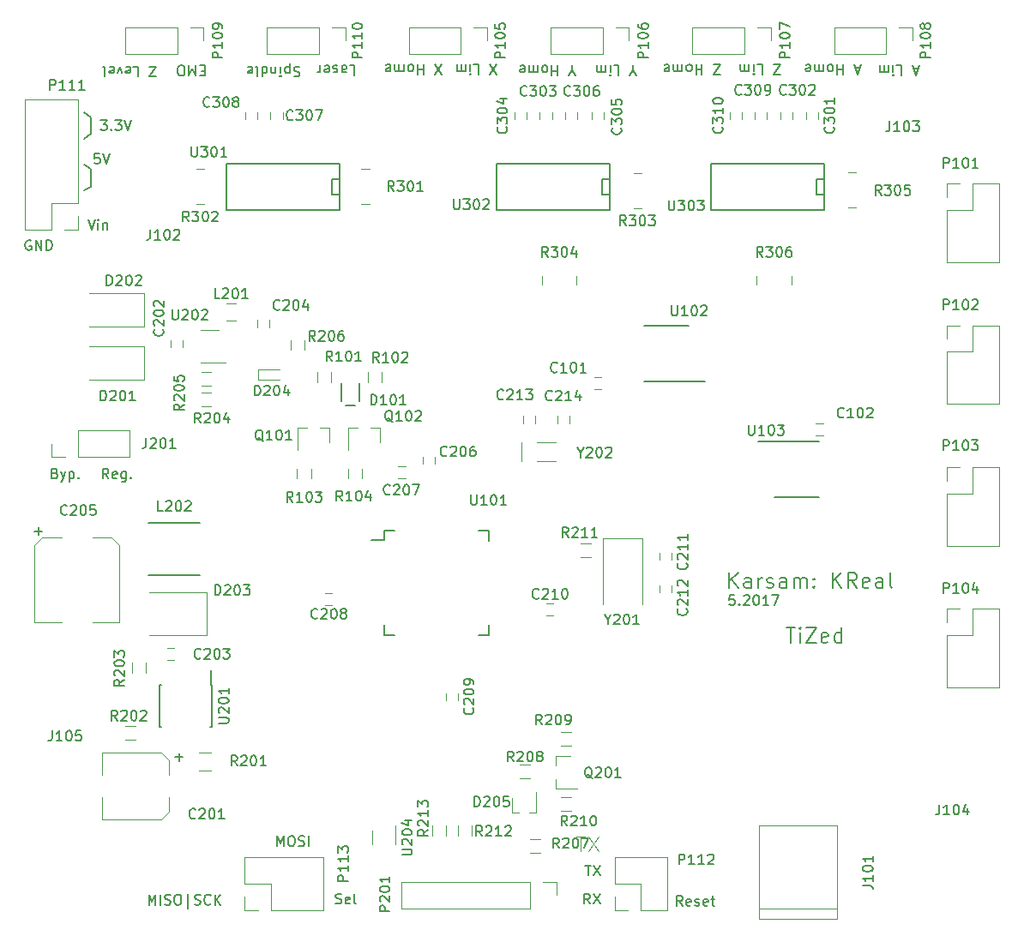
<source format=gto>
G04 #@! TF.FileFunction,Legend,Top*
%FSLAX46Y46*%
G04 Gerber Fmt 4.6, Leading zero omitted, Abs format (unit mm)*
G04 Created by KiCad (PCBNEW 4.0.6) date 05/06/17 23:30:13*
%MOMM*%
%LPD*%
G01*
G04 APERTURE LIST*
%ADD10C,0.100000*%
%ADD11C,0.150000*%
%ADD12C,0.200000*%
%ADD13C,0.120000*%
G04 APERTURE END LIST*
D10*
D11*
X2038096Y67250000D02*
X1942858Y67297619D01*
X1800001Y67297619D01*
X1657143Y67250000D01*
X1561905Y67154762D01*
X1514286Y67059524D01*
X1466667Y66869048D01*
X1466667Y66726190D01*
X1514286Y66535714D01*
X1561905Y66440476D01*
X1657143Y66345238D01*
X1800001Y66297619D01*
X1895239Y66297619D01*
X2038096Y66345238D01*
X2085715Y66392857D01*
X2085715Y66726190D01*
X1895239Y66726190D01*
X2514286Y66297619D02*
X2514286Y67297619D01*
X3085715Y66297619D01*
X3085715Y67297619D01*
X3561905Y66297619D02*
X3561905Y67297619D01*
X3800000Y67297619D01*
X3942858Y67250000D01*
X4038096Y67154762D01*
X4085715Y67059524D01*
X4133334Y66869048D01*
X4133334Y66726190D01*
X4085715Y66535714D01*
X4038096Y66440476D01*
X3942858Y66345238D01*
X3800000Y66297619D01*
X3561905Y66297619D01*
D12*
X76628572Y29021429D02*
X77485715Y29021429D01*
X77057144Y27521429D02*
X77057144Y29021429D01*
X77985715Y27521429D02*
X77985715Y28521429D01*
X77985715Y29021429D02*
X77914286Y28950000D01*
X77985715Y28878571D01*
X78057143Y28950000D01*
X77985715Y29021429D01*
X77985715Y28878571D01*
X78557144Y29021429D02*
X79557144Y29021429D01*
X78557144Y27521429D01*
X79557144Y27521429D01*
X80700000Y27592857D02*
X80557143Y27521429D01*
X80271429Y27521429D01*
X80128572Y27592857D01*
X80057143Y27735714D01*
X80057143Y28307143D01*
X80128572Y28450000D01*
X80271429Y28521429D01*
X80557143Y28521429D01*
X80700000Y28450000D01*
X80771429Y28307143D01*
X80771429Y28164286D01*
X80057143Y28021429D01*
X82057143Y27521429D02*
X82057143Y29021429D01*
X82057143Y27592857D02*
X81914286Y27521429D01*
X81628572Y27521429D01*
X81485714Y27592857D01*
X81414286Y27664286D01*
X81342857Y27807143D01*
X81342857Y28235714D01*
X81414286Y28378571D01*
X81485714Y28450000D01*
X81628572Y28521429D01*
X81914286Y28521429D01*
X82057143Y28450000D01*
D11*
X71495239Y32247619D02*
X71019048Y32247619D01*
X70971429Y31771429D01*
X71019048Y31819048D01*
X71114286Y31866667D01*
X71352382Y31866667D01*
X71447620Y31819048D01*
X71495239Y31771429D01*
X71542858Y31676190D01*
X71542858Y31438095D01*
X71495239Y31342857D01*
X71447620Y31295238D01*
X71352382Y31247619D01*
X71114286Y31247619D01*
X71019048Y31295238D01*
X70971429Y31342857D01*
X71971429Y31342857D02*
X72019048Y31295238D01*
X71971429Y31247619D01*
X71923810Y31295238D01*
X71971429Y31342857D01*
X71971429Y31247619D01*
X72400000Y32152381D02*
X72447619Y32200000D01*
X72542857Y32247619D01*
X72780953Y32247619D01*
X72876191Y32200000D01*
X72923810Y32152381D01*
X72971429Y32057143D01*
X72971429Y31961905D01*
X72923810Y31819048D01*
X72352381Y31247619D01*
X72971429Y31247619D01*
X73590476Y32247619D02*
X73685715Y32247619D01*
X73780953Y32200000D01*
X73828572Y32152381D01*
X73876191Y32057143D01*
X73923810Y31866667D01*
X73923810Y31628571D01*
X73876191Y31438095D01*
X73828572Y31342857D01*
X73780953Y31295238D01*
X73685715Y31247619D01*
X73590476Y31247619D01*
X73495238Y31295238D01*
X73447619Y31342857D01*
X73400000Y31438095D01*
X73352381Y31628571D01*
X73352381Y31866667D01*
X73400000Y32057143D01*
X73447619Y32152381D01*
X73495238Y32200000D01*
X73590476Y32247619D01*
X74876191Y31247619D02*
X74304762Y31247619D01*
X74590476Y31247619D02*
X74590476Y32247619D01*
X74495238Y32104762D01*
X74400000Y32009524D01*
X74304762Y31961905D01*
X75209524Y32247619D02*
X75876191Y32247619D01*
X75447619Y31247619D01*
D12*
X70985715Y32971429D02*
X70985715Y34471429D01*
X71842858Y32971429D02*
X71200001Y33828571D01*
X71842858Y34471429D02*
X70985715Y33614286D01*
X73128572Y32971429D02*
X73128572Y33757143D01*
X73057143Y33900000D01*
X72914286Y33971429D01*
X72628572Y33971429D01*
X72485715Y33900000D01*
X73128572Y33042857D02*
X72985715Y32971429D01*
X72628572Y32971429D01*
X72485715Y33042857D01*
X72414286Y33185714D01*
X72414286Y33328571D01*
X72485715Y33471429D01*
X72628572Y33542857D01*
X72985715Y33542857D01*
X73128572Y33614286D01*
X73842858Y32971429D02*
X73842858Y33971429D01*
X73842858Y33685714D02*
X73914286Y33828571D01*
X73985715Y33900000D01*
X74128572Y33971429D01*
X74271429Y33971429D01*
X74700000Y33042857D02*
X74842857Y32971429D01*
X75128572Y32971429D01*
X75271429Y33042857D01*
X75342857Y33185714D01*
X75342857Y33257143D01*
X75271429Y33400000D01*
X75128572Y33471429D01*
X74914286Y33471429D01*
X74771429Y33542857D01*
X74700000Y33685714D01*
X74700000Y33757143D01*
X74771429Y33900000D01*
X74914286Y33971429D01*
X75128572Y33971429D01*
X75271429Y33900000D01*
X76628572Y32971429D02*
X76628572Y33757143D01*
X76557143Y33900000D01*
X76414286Y33971429D01*
X76128572Y33971429D01*
X75985715Y33900000D01*
X76628572Y33042857D02*
X76485715Y32971429D01*
X76128572Y32971429D01*
X75985715Y33042857D01*
X75914286Y33185714D01*
X75914286Y33328571D01*
X75985715Y33471429D01*
X76128572Y33542857D01*
X76485715Y33542857D01*
X76628572Y33614286D01*
X77342858Y32971429D02*
X77342858Y33971429D01*
X77342858Y33828571D02*
X77414286Y33900000D01*
X77557144Y33971429D01*
X77771429Y33971429D01*
X77914286Y33900000D01*
X77985715Y33757143D01*
X77985715Y32971429D01*
X77985715Y33757143D02*
X78057144Y33900000D01*
X78200001Y33971429D01*
X78414286Y33971429D01*
X78557144Y33900000D01*
X78628572Y33757143D01*
X78628572Y32971429D01*
X79342858Y33114286D02*
X79414286Y33042857D01*
X79342858Y32971429D01*
X79271429Y33042857D01*
X79342858Y33114286D01*
X79342858Y32971429D01*
X79342858Y33900000D02*
X79414286Y33828571D01*
X79342858Y33757143D01*
X79271429Y33828571D01*
X79342858Y33900000D01*
X79342858Y33757143D01*
X81200001Y32971429D02*
X81200001Y34471429D01*
X82057144Y32971429D02*
X81414287Y33828571D01*
X82057144Y34471429D02*
X81200001Y33614286D01*
X83557144Y32971429D02*
X83057144Y33685714D01*
X82700001Y32971429D02*
X82700001Y34471429D01*
X83271429Y34471429D01*
X83414287Y34400000D01*
X83485715Y34328571D01*
X83557144Y34185714D01*
X83557144Y33971429D01*
X83485715Y33828571D01*
X83414287Y33757143D01*
X83271429Y33685714D01*
X82700001Y33685714D01*
X84771429Y33042857D02*
X84628572Y32971429D01*
X84342858Y32971429D01*
X84200001Y33042857D01*
X84128572Y33185714D01*
X84128572Y33757143D01*
X84200001Y33900000D01*
X84342858Y33971429D01*
X84628572Y33971429D01*
X84771429Y33900000D01*
X84842858Y33757143D01*
X84842858Y33614286D01*
X84128572Y33471429D01*
X86128572Y32971429D02*
X86128572Y33757143D01*
X86057143Y33900000D01*
X85914286Y33971429D01*
X85628572Y33971429D01*
X85485715Y33900000D01*
X86128572Y33042857D02*
X85985715Y32971429D01*
X85628572Y32971429D01*
X85485715Y33042857D01*
X85414286Y33185714D01*
X85414286Y33328571D01*
X85485715Y33471429D01*
X85628572Y33542857D01*
X85985715Y33542857D01*
X86128572Y33614286D01*
X87057144Y32971429D02*
X86914286Y33042857D01*
X86842858Y33185714D01*
X86842858Y34471429D01*
D11*
X7676191Y69347619D02*
X8009524Y68347619D01*
X8342858Y69347619D01*
X8676191Y68347619D02*
X8676191Y69014286D01*
X8676191Y69347619D02*
X8628572Y69300000D01*
X8676191Y69252381D01*
X8723810Y69300000D01*
X8676191Y69347619D01*
X8676191Y69252381D01*
X9152381Y69014286D02*
X9152381Y68347619D01*
X9152381Y68919048D02*
X9200000Y68966667D01*
X9295238Y69014286D01*
X9438096Y69014286D01*
X9533334Y68966667D01*
X9580953Y68871429D01*
X9580953Y68347619D01*
D12*
X8000000Y72600000D02*
X8000000Y74300000D01*
X7300000Y72200000D02*
X8000000Y72600000D01*
X7300000Y74800000D02*
X8000000Y74300000D01*
X8000000Y77800000D02*
X8000000Y79400000D01*
X7300000Y77300000D02*
X8000000Y77800000D01*
X7300000Y79900000D02*
X8000000Y79400000D01*
D11*
X8809524Y75847619D02*
X8333333Y75847619D01*
X8285714Y75371429D01*
X8333333Y75419048D01*
X8428571Y75466667D01*
X8666667Y75466667D01*
X8761905Y75419048D01*
X8809524Y75371429D01*
X8857143Y75276190D01*
X8857143Y75038095D01*
X8809524Y74942857D01*
X8761905Y74895238D01*
X8666667Y74847619D01*
X8428571Y74847619D01*
X8333333Y74895238D01*
X8285714Y74942857D01*
X9142857Y75847619D02*
X9476190Y74847619D01*
X9809524Y75847619D01*
X8923810Y79147619D02*
X9542858Y79147619D01*
X9209524Y78766667D01*
X9352382Y78766667D01*
X9447620Y78719048D01*
X9495239Y78671429D01*
X9542858Y78576190D01*
X9542858Y78338095D01*
X9495239Y78242857D01*
X9447620Y78195238D01*
X9352382Y78147619D01*
X9066667Y78147619D01*
X8971429Y78195238D01*
X8923810Y78242857D01*
X9971429Y78242857D02*
X10019048Y78195238D01*
X9971429Y78147619D01*
X9923810Y78195238D01*
X9971429Y78242857D01*
X9971429Y78147619D01*
X10352381Y79147619D02*
X10971429Y79147619D01*
X10638095Y78766667D01*
X10780953Y78766667D01*
X10876191Y78719048D01*
X10923810Y78671429D01*
X10971429Y78576190D01*
X10971429Y78338095D01*
X10923810Y78242857D01*
X10876191Y78195238D01*
X10780953Y78147619D01*
X10495238Y78147619D01*
X10400000Y78195238D01*
X10352381Y78242857D01*
X11257143Y79147619D02*
X11590476Y78147619D01*
X11923810Y79147619D01*
X4400001Y44271429D02*
X4542858Y44223810D01*
X4590477Y44176190D01*
X4638096Y44080952D01*
X4638096Y43938095D01*
X4590477Y43842857D01*
X4542858Y43795238D01*
X4447620Y43747619D01*
X4066667Y43747619D01*
X4066667Y44747619D01*
X4400001Y44747619D01*
X4495239Y44700000D01*
X4542858Y44652381D01*
X4590477Y44557143D01*
X4590477Y44461905D01*
X4542858Y44366667D01*
X4495239Y44319048D01*
X4400001Y44271429D01*
X4066667Y44271429D01*
X4971429Y44414286D02*
X5209524Y43747619D01*
X5447620Y44414286D02*
X5209524Y43747619D01*
X5114286Y43509524D01*
X5066667Y43461905D01*
X4971429Y43414286D01*
X5828572Y44414286D02*
X5828572Y43414286D01*
X5828572Y44366667D02*
X5923810Y44414286D01*
X6114287Y44414286D01*
X6209525Y44366667D01*
X6257144Y44319048D01*
X6304763Y44223810D01*
X6304763Y43938095D01*
X6257144Y43842857D01*
X6209525Y43795238D01*
X6114287Y43747619D01*
X5923810Y43747619D01*
X5828572Y43795238D01*
X6733334Y43842857D02*
X6780953Y43795238D01*
X6733334Y43747619D01*
X6685715Y43795238D01*
X6733334Y43842857D01*
X6733334Y43747619D01*
X9690477Y43747619D02*
X9357143Y44223810D01*
X9119048Y43747619D02*
X9119048Y44747619D01*
X9500001Y44747619D01*
X9595239Y44700000D01*
X9642858Y44652381D01*
X9690477Y44557143D01*
X9690477Y44414286D01*
X9642858Y44319048D01*
X9595239Y44271429D01*
X9500001Y44223810D01*
X9119048Y44223810D01*
X10500001Y43795238D02*
X10404763Y43747619D01*
X10214286Y43747619D01*
X10119048Y43795238D01*
X10071429Y43890476D01*
X10071429Y44271429D01*
X10119048Y44366667D01*
X10214286Y44414286D01*
X10404763Y44414286D01*
X10500001Y44366667D01*
X10547620Y44271429D01*
X10547620Y44176190D01*
X10071429Y44080952D01*
X11404763Y44414286D02*
X11404763Y43604762D01*
X11357144Y43509524D01*
X11309525Y43461905D01*
X11214286Y43414286D01*
X11071429Y43414286D01*
X10976191Y43461905D01*
X11404763Y43795238D02*
X11309525Y43747619D01*
X11119048Y43747619D01*
X11023810Y43795238D01*
X10976191Y43842857D01*
X10928572Y43938095D01*
X10928572Y44223810D01*
X10976191Y44319048D01*
X11023810Y44366667D01*
X11119048Y44414286D01*
X11309525Y44414286D01*
X11404763Y44366667D01*
X11880953Y43842857D02*
X11928572Y43795238D01*
X11880953Y43747619D01*
X11833334Y43795238D01*
X11880953Y43842857D01*
X11880953Y43747619D01*
X26328572Y7447619D02*
X26328572Y8447619D01*
X26661906Y7733333D01*
X26995239Y8447619D01*
X26995239Y7447619D01*
X27661905Y8447619D02*
X27852382Y8447619D01*
X27947620Y8400000D01*
X28042858Y8304762D01*
X28090477Y8114286D01*
X28090477Y7780952D01*
X28042858Y7590476D01*
X27947620Y7495238D01*
X27852382Y7447619D01*
X27661905Y7447619D01*
X27566667Y7495238D01*
X27471429Y7590476D01*
X27423810Y7780952D01*
X27423810Y8114286D01*
X27471429Y8304762D01*
X27566667Y8400000D01*
X27661905Y8447619D01*
X28471429Y7495238D02*
X28614286Y7447619D01*
X28852382Y7447619D01*
X28947620Y7495238D01*
X28995239Y7542857D01*
X29042858Y7638095D01*
X29042858Y7733333D01*
X28995239Y7828571D01*
X28947620Y7876190D01*
X28852382Y7923810D01*
X28661905Y7971429D01*
X28566667Y8019048D01*
X28519048Y8066667D01*
X28471429Y8161905D01*
X28471429Y8257143D01*
X28519048Y8352381D01*
X28566667Y8400000D01*
X28661905Y8447619D01*
X28900001Y8447619D01*
X29042858Y8400000D01*
X29471429Y7447619D02*
X29471429Y8447619D01*
X13676191Y1647619D02*
X13676191Y2647619D01*
X14009525Y1933333D01*
X14342858Y2647619D01*
X14342858Y1647619D01*
X14819048Y1647619D02*
X14819048Y2647619D01*
X15247619Y1695238D02*
X15390476Y1647619D01*
X15628572Y1647619D01*
X15723810Y1695238D01*
X15771429Y1742857D01*
X15819048Y1838095D01*
X15819048Y1933333D01*
X15771429Y2028571D01*
X15723810Y2076190D01*
X15628572Y2123810D01*
X15438095Y2171429D01*
X15342857Y2219048D01*
X15295238Y2266667D01*
X15247619Y2361905D01*
X15247619Y2457143D01*
X15295238Y2552381D01*
X15342857Y2600000D01*
X15438095Y2647619D01*
X15676191Y2647619D01*
X15819048Y2600000D01*
X16438095Y2647619D02*
X16628572Y2647619D01*
X16723810Y2600000D01*
X16819048Y2504762D01*
X16866667Y2314286D01*
X16866667Y1980952D01*
X16819048Y1790476D01*
X16723810Y1695238D01*
X16628572Y1647619D01*
X16438095Y1647619D01*
X16342857Y1695238D01*
X16247619Y1790476D01*
X16200000Y1980952D01*
X16200000Y2314286D01*
X16247619Y2504762D01*
X16342857Y2600000D01*
X16438095Y2647619D01*
X17533333Y1314286D02*
X17533333Y2742857D01*
X18200000Y1695238D02*
X18342857Y1647619D01*
X18580953Y1647619D01*
X18676191Y1695238D01*
X18723810Y1742857D01*
X18771429Y1838095D01*
X18771429Y1933333D01*
X18723810Y2028571D01*
X18676191Y2076190D01*
X18580953Y2123810D01*
X18390476Y2171429D01*
X18295238Y2219048D01*
X18247619Y2266667D01*
X18200000Y2361905D01*
X18200000Y2457143D01*
X18247619Y2552381D01*
X18295238Y2600000D01*
X18390476Y2647619D01*
X18628572Y2647619D01*
X18771429Y2600000D01*
X19771429Y1742857D02*
X19723810Y1695238D01*
X19580953Y1647619D01*
X19485715Y1647619D01*
X19342857Y1695238D01*
X19247619Y1790476D01*
X19200000Y1885714D01*
X19152381Y2076190D01*
X19152381Y2219048D01*
X19200000Y2409524D01*
X19247619Y2504762D01*
X19342857Y2600000D01*
X19485715Y2647619D01*
X19580953Y2647619D01*
X19723810Y2600000D01*
X19771429Y2552381D01*
X20200000Y1647619D02*
X20200000Y2647619D01*
X20771429Y1647619D02*
X20342857Y2219048D01*
X20771429Y2647619D02*
X20200000Y2076190D01*
X32123809Y1795238D02*
X32266666Y1747619D01*
X32504762Y1747619D01*
X32600000Y1795238D01*
X32647619Y1842857D01*
X32695238Y1938095D01*
X32695238Y2033333D01*
X32647619Y2128571D01*
X32600000Y2176190D01*
X32504762Y2223810D01*
X32314285Y2271429D01*
X32219047Y2319048D01*
X32171428Y2366667D01*
X32123809Y2461905D01*
X32123809Y2557143D01*
X32171428Y2652381D01*
X32219047Y2700000D01*
X32314285Y2747619D01*
X32552381Y2747619D01*
X32695238Y2700000D01*
X33504762Y1795238D02*
X33409524Y1747619D01*
X33219047Y1747619D01*
X33123809Y1795238D01*
X33076190Y1890476D01*
X33076190Y2271429D01*
X33123809Y2366667D01*
X33219047Y2414286D01*
X33409524Y2414286D01*
X33504762Y2366667D01*
X33552381Y2271429D01*
X33552381Y2176190D01*
X33076190Y2080952D01*
X34123809Y1747619D02*
X34028571Y1795238D01*
X33980952Y1890476D01*
X33980952Y2747619D01*
X89628571Y84266667D02*
X89152380Y84266667D01*
X89723809Y84552381D02*
X89390476Y83552381D01*
X89057142Y84552381D01*
X87485713Y84552381D02*
X87961904Y84552381D01*
X87961904Y83552381D01*
X87152380Y84552381D02*
X87152380Y83885714D01*
X87152380Y83552381D02*
X87199999Y83600000D01*
X87152380Y83647619D01*
X87104761Y83600000D01*
X87152380Y83552381D01*
X87152380Y83647619D01*
X86676190Y84552381D02*
X86676190Y83885714D01*
X86676190Y83980952D02*
X86628571Y83933333D01*
X86533333Y83885714D01*
X86390475Y83885714D01*
X86295237Y83933333D01*
X86247618Y84028571D01*
X86247618Y84552381D01*
X86247618Y84028571D02*
X86199999Y83933333D01*
X86104761Y83885714D01*
X85961904Y83885714D01*
X85866666Y83933333D01*
X85819047Y84028571D01*
X85819047Y84552381D01*
X83890476Y84366667D02*
X83414285Y84366667D01*
X83985714Y84652381D02*
X83652381Y83652381D01*
X83319047Y84652381D01*
X82223809Y84652381D02*
X82223809Y83652381D01*
X82223809Y84128571D02*
X81652380Y84128571D01*
X81652380Y84652381D02*
X81652380Y83652381D01*
X81033333Y84652381D02*
X81128571Y84604762D01*
X81176190Y84557143D01*
X81223809Y84461905D01*
X81223809Y84176190D01*
X81176190Y84080952D01*
X81128571Y84033333D01*
X81033333Y83985714D01*
X80890475Y83985714D01*
X80795237Y84033333D01*
X80747618Y84080952D01*
X80699999Y84176190D01*
X80699999Y84461905D01*
X80747618Y84557143D01*
X80795237Y84604762D01*
X80890475Y84652381D01*
X81033333Y84652381D01*
X80271428Y84652381D02*
X80271428Y83985714D01*
X80271428Y84080952D02*
X80223809Y84033333D01*
X80128571Y83985714D01*
X79985713Y83985714D01*
X79890475Y84033333D01*
X79842856Y84128571D01*
X79842856Y84652381D01*
X79842856Y84128571D02*
X79795237Y84033333D01*
X79699999Y83985714D01*
X79557142Y83985714D01*
X79461904Y84033333D01*
X79414285Y84128571D01*
X79414285Y84652381D01*
X78557142Y84604762D02*
X78652380Y84652381D01*
X78842857Y84652381D01*
X78938095Y84604762D01*
X78985714Y84509524D01*
X78985714Y84128571D01*
X78938095Y84033333D01*
X78842857Y83985714D01*
X78652380Y83985714D01*
X78557142Y84033333D01*
X78509523Y84128571D01*
X78509523Y84223810D01*
X78985714Y84319048D01*
X76023809Y83652381D02*
X75357142Y83652381D01*
X76023809Y84652381D01*
X75357142Y84652381D01*
X73738094Y84652381D02*
X74214285Y84652381D01*
X74214285Y83652381D01*
X73404761Y84652381D02*
X73404761Y83985714D01*
X73404761Y83652381D02*
X73452380Y83700000D01*
X73404761Y83747619D01*
X73357142Y83700000D01*
X73404761Y83652381D01*
X73404761Y83747619D01*
X72928571Y84652381D02*
X72928571Y83985714D01*
X72928571Y84080952D02*
X72880952Y84033333D01*
X72785714Y83985714D01*
X72642856Y83985714D01*
X72547618Y84033333D01*
X72499999Y84128571D01*
X72499999Y84652381D01*
X72499999Y84128571D02*
X72452380Y84033333D01*
X72357142Y83985714D01*
X72214285Y83985714D01*
X72119047Y84033333D01*
X72071428Y84128571D01*
X72071428Y84652381D01*
X70085714Y83652381D02*
X69419047Y83652381D01*
X70085714Y84652381D01*
X69419047Y84652381D01*
X68276190Y84652381D02*
X68276190Y83652381D01*
X68276190Y84128571D02*
X67704761Y84128571D01*
X67704761Y84652381D02*
X67704761Y83652381D01*
X67085714Y84652381D02*
X67180952Y84604762D01*
X67228571Y84557143D01*
X67276190Y84461905D01*
X67276190Y84176190D01*
X67228571Y84080952D01*
X67180952Y84033333D01*
X67085714Y83985714D01*
X66942856Y83985714D01*
X66847618Y84033333D01*
X66799999Y84080952D01*
X66752380Y84176190D01*
X66752380Y84461905D01*
X66799999Y84557143D01*
X66847618Y84604762D01*
X66942856Y84652381D01*
X67085714Y84652381D01*
X66323809Y84652381D02*
X66323809Y83985714D01*
X66323809Y84080952D02*
X66276190Y84033333D01*
X66180952Y83985714D01*
X66038094Y83985714D01*
X65942856Y84033333D01*
X65895237Y84128571D01*
X65895237Y84652381D01*
X65895237Y84128571D02*
X65847618Y84033333D01*
X65752380Y83985714D01*
X65609523Y83985714D01*
X65514285Y84033333D01*
X65466666Y84128571D01*
X65466666Y84652381D01*
X64609523Y84604762D02*
X64704761Y84652381D01*
X64895238Y84652381D01*
X64990476Y84604762D01*
X65038095Y84509524D01*
X65038095Y84128571D01*
X64990476Y84033333D01*
X64895238Y83985714D01*
X64704761Y83985714D01*
X64609523Y84033333D01*
X64561904Y84128571D01*
X64561904Y84223810D01*
X65038095Y84319048D01*
X61490476Y84076190D02*
X61490476Y84552381D01*
X61823809Y83552381D02*
X61490476Y84076190D01*
X61157142Y83552381D01*
X59585713Y84552381D02*
X60061904Y84552381D01*
X60061904Y83552381D01*
X59252380Y84552381D02*
X59252380Y83885714D01*
X59252380Y83552381D02*
X59299999Y83600000D01*
X59252380Y83647619D01*
X59204761Y83600000D01*
X59252380Y83552381D01*
X59252380Y83647619D01*
X58776190Y84552381D02*
X58776190Y83885714D01*
X58776190Y83980952D02*
X58728571Y83933333D01*
X58633333Y83885714D01*
X58490475Y83885714D01*
X58395237Y83933333D01*
X58347618Y84028571D01*
X58347618Y84552381D01*
X58347618Y84028571D02*
X58299999Y83933333D01*
X58204761Y83885714D01*
X58061904Y83885714D01*
X57966666Y83933333D01*
X57919047Y84028571D01*
X57919047Y84552381D01*
X55452381Y84076190D02*
X55452381Y84552381D01*
X55785714Y83552381D02*
X55452381Y84076190D01*
X55119047Y83552381D01*
X54023809Y84552381D02*
X54023809Y83552381D01*
X54023809Y84028571D02*
X53452380Y84028571D01*
X53452380Y84552381D02*
X53452380Y83552381D01*
X52833333Y84552381D02*
X52928571Y84504762D01*
X52976190Y84457143D01*
X53023809Y84361905D01*
X53023809Y84076190D01*
X52976190Y83980952D01*
X52928571Y83933333D01*
X52833333Y83885714D01*
X52690475Y83885714D01*
X52595237Y83933333D01*
X52547618Y83980952D01*
X52499999Y84076190D01*
X52499999Y84361905D01*
X52547618Y84457143D01*
X52595237Y84504762D01*
X52690475Y84552381D01*
X52833333Y84552381D01*
X52071428Y84552381D02*
X52071428Y83885714D01*
X52071428Y83980952D02*
X52023809Y83933333D01*
X51928571Y83885714D01*
X51785713Y83885714D01*
X51690475Y83933333D01*
X51642856Y84028571D01*
X51642856Y84552381D01*
X51642856Y84028571D02*
X51595237Y83933333D01*
X51499999Y83885714D01*
X51357142Y83885714D01*
X51261904Y83933333D01*
X51214285Y84028571D01*
X51214285Y84552381D01*
X50357142Y84504762D02*
X50452380Y84552381D01*
X50642857Y84552381D01*
X50738095Y84504762D01*
X50785714Y84409524D01*
X50785714Y84028571D01*
X50738095Y83933333D01*
X50642857Y83885714D01*
X50452380Y83885714D01*
X50357142Y83933333D01*
X50309523Y84028571D01*
X50309523Y84123810D01*
X50785714Y84219048D01*
X48023809Y83652381D02*
X47357142Y84652381D01*
X47357142Y83652381D02*
X48023809Y84652381D01*
X45738094Y84652381D02*
X46214285Y84652381D01*
X46214285Y83652381D01*
X45404761Y84652381D02*
X45404761Y83985714D01*
X45404761Y83652381D02*
X45452380Y83700000D01*
X45404761Y83747619D01*
X45357142Y83700000D01*
X45404761Y83652381D01*
X45404761Y83747619D01*
X44928571Y84652381D02*
X44928571Y83985714D01*
X44928571Y84080952D02*
X44880952Y84033333D01*
X44785714Y83985714D01*
X44642856Y83985714D01*
X44547618Y84033333D01*
X44499999Y84128571D01*
X44499999Y84652381D01*
X44499999Y84128571D02*
X44452380Y84033333D01*
X44357142Y83985714D01*
X44214285Y83985714D01*
X44119047Y84033333D01*
X44071428Y84128571D01*
X44071428Y84652381D01*
X42585714Y83652381D02*
X41919047Y84652381D01*
X41919047Y83652381D02*
X42585714Y84652381D01*
X40776190Y84652381D02*
X40776190Y83652381D01*
X40776190Y84128571D02*
X40204761Y84128571D01*
X40204761Y84652381D02*
X40204761Y83652381D01*
X39585714Y84652381D02*
X39680952Y84604762D01*
X39728571Y84557143D01*
X39776190Y84461905D01*
X39776190Y84176190D01*
X39728571Y84080952D01*
X39680952Y84033333D01*
X39585714Y83985714D01*
X39442856Y83985714D01*
X39347618Y84033333D01*
X39299999Y84080952D01*
X39252380Y84176190D01*
X39252380Y84461905D01*
X39299999Y84557143D01*
X39347618Y84604762D01*
X39442856Y84652381D01*
X39585714Y84652381D01*
X38823809Y84652381D02*
X38823809Y83985714D01*
X38823809Y84080952D02*
X38776190Y84033333D01*
X38680952Y83985714D01*
X38538094Y83985714D01*
X38442856Y84033333D01*
X38395237Y84128571D01*
X38395237Y84652381D01*
X38395237Y84128571D02*
X38347618Y84033333D01*
X38252380Y83985714D01*
X38109523Y83985714D01*
X38014285Y84033333D01*
X37966666Y84128571D01*
X37966666Y84652381D01*
X37109523Y84604762D02*
X37204761Y84652381D01*
X37395238Y84652381D01*
X37490476Y84604762D01*
X37538095Y84509524D01*
X37538095Y84128571D01*
X37490476Y84033333D01*
X37395238Y83985714D01*
X37204761Y83985714D01*
X37109523Y84033333D01*
X37061904Y84128571D01*
X37061904Y84223810D01*
X37538095Y84319048D01*
X33485714Y84552381D02*
X33961905Y84552381D01*
X33961905Y83552381D01*
X32723809Y84552381D02*
X32723809Y84028571D01*
X32771428Y83933333D01*
X32866666Y83885714D01*
X33057143Y83885714D01*
X33152381Y83933333D01*
X32723809Y84504762D02*
X32819047Y84552381D01*
X33057143Y84552381D01*
X33152381Y84504762D01*
X33200000Y84409524D01*
X33200000Y84314286D01*
X33152381Y84219048D01*
X33057143Y84171429D01*
X32819047Y84171429D01*
X32723809Y84123810D01*
X32295238Y84504762D02*
X32200000Y84552381D01*
X32009524Y84552381D01*
X31914285Y84504762D01*
X31866666Y84409524D01*
X31866666Y84361905D01*
X31914285Y84266667D01*
X32009524Y84219048D01*
X32152381Y84219048D01*
X32247619Y84171429D01*
X32295238Y84076190D01*
X32295238Y84028571D01*
X32247619Y83933333D01*
X32152381Y83885714D01*
X32009524Y83885714D01*
X31914285Y83933333D01*
X31057142Y84504762D02*
X31152380Y84552381D01*
X31342857Y84552381D01*
X31438095Y84504762D01*
X31485714Y84409524D01*
X31485714Y84028571D01*
X31438095Y83933333D01*
X31342857Y83885714D01*
X31152380Y83885714D01*
X31057142Y83933333D01*
X31009523Y84028571D01*
X31009523Y84123810D01*
X31485714Y84219048D01*
X30580952Y84552381D02*
X30580952Y83885714D01*
X30580952Y84076190D02*
X30533333Y83980952D01*
X30485714Y83933333D01*
X30390476Y83885714D01*
X30295237Y83885714D01*
X28571429Y84404762D02*
X28428572Y84452381D01*
X28190476Y84452381D01*
X28095238Y84404762D01*
X28047619Y84357143D01*
X28000000Y84261905D01*
X28000000Y84166667D01*
X28047619Y84071429D01*
X28095238Y84023810D01*
X28190476Y83976190D01*
X28380953Y83928571D01*
X28476191Y83880952D01*
X28523810Y83833333D01*
X28571429Y83738095D01*
X28571429Y83642857D01*
X28523810Y83547619D01*
X28476191Y83500000D01*
X28380953Y83452381D01*
X28142857Y83452381D01*
X28000000Y83500000D01*
X27571429Y83785714D02*
X27571429Y84785714D01*
X27571429Y83833333D02*
X27476191Y83785714D01*
X27285714Y83785714D01*
X27190476Y83833333D01*
X27142857Y83880952D01*
X27095238Y83976190D01*
X27095238Y84261905D01*
X27142857Y84357143D01*
X27190476Y84404762D01*
X27285714Y84452381D01*
X27476191Y84452381D01*
X27571429Y84404762D01*
X26666667Y84452381D02*
X26666667Y83785714D01*
X26666667Y83452381D02*
X26714286Y83500000D01*
X26666667Y83547619D01*
X26619048Y83500000D01*
X26666667Y83452381D01*
X26666667Y83547619D01*
X26190477Y83785714D02*
X26190477Y84452381D01*
X26190477Y83880952D02*
X26142858Y83833333D01*
X26047620Y83785714D01*
X25904762Y83785714D01*
X25809524Y83833333D01*
X25761905Y83928571D01*
X25761905Y84452381D01*
X24857143Y84452381D02*
X24857143Y83452381D01*
X24857143Y84404762D02*
X24952381Y84452381D01*
X25142858Y84452381D01*
X25238096Y84404762D01*
X25285715Y84357143D01*
X25333334Y84261905D01*
X25333334Y83976190D01*
X25285715Y83880952D01*
X25238096Y83833333D01*
X25142858Y83785714D01*
X24952381Y83785714D01*
X24857143Y83833333D01*
X24238096Y84452381D02*
X24333334Y84404762D01*
X24380953Y84309524D01*
X24380953Y83452381D01*
X23476190Y84404762D02*
X23571428Y84452381D01*
X23761905Y84452381D01*
X23857143Y84404762D01*
X23904762Y84309524D01*
X23904762Y83928571D01*
X23857143Y83833333D01*
X23761905Y83785714D01*
X23571428Y83785714D01*
X23476190Y83833333D01*
X23428571Y83928571D01*
X23428571Y84023810D01*
X23904762Y84119048D01*
X19209524Y84028571D02*
X18876190Y84028571D01*
X18733333Y84552381D02*
X19209524Y84552381D01*
X19209524Y83552381D01*
X18733333Y83552381D01*
X18304762Y84552381D02*
X18304762Y83552381D01*
X17971428Y84266667D01*
X17638095Y83552381D01*
X17638095Y84552381D01*
X16971429Y83552381D02*
X16780952Y83552381D01*
X16685714Y83600000D01*
X16590476Y83695238D01*
X16542857Y83885714D01*
X16542857Y84219048D01*
X16590476Y84409524D01*
X16685714Y84504762D01*
X16780952Y84552381D01*
X16971429Y84552381D01*
X17066667Y84504762D01*
X17161905Y84409524D01*
X17209524Y84219048D01*
X17209524Y83885714D01*
X17161905Y83695238D01*
X17066667Y83600000D01*
X16971429Y83552381D01*
X14419048Y83452381D02*
X13752381Y83452381D01*
X14419048Y84452381D01*
X13752381Y84452381D01*
X12133333Y84452381D02*
X12609524Y84452381D01*
X12609524Y83452381D01*
X11419047Y84404762D02*
X11514285Y84452381D01*
X11704762Y84452381D01*
X11800000Y84404762D01*
X11847619Y84309524D01*
X11847619Y83928571D01*
X11800000Y83833333D01*
X11704762Y83785714D01*
X11514285Y83785714D01*
X11419047Y83833333D01*
X11371428Y83928571D01*
X11371428Y84023810D01*
X11847619Y84119048D01*
X11038095Y83785714D02*
X10800000Y84452381D01*
X10561904Y83785714D01*
X9799999Y84404762D02*
X9895237Y84452381D01*
X10085714Y84452381D01*
X10180952Y84404762D01*
X10228571Y84309524D01*
X10228571Y83928571D01*
X10180952Y83833333D01*
X10085714Y83785714D01*
X9895237Y83785714D01*
X9799999Y83833333D01*
X9752380Y83928571D01*
X9752380Y84023810D01*
X10228571Y84119048D01*
X9180952Y84452381D02*
X9276190Y84404762D01*
X9323809Y84309524D01*
X9323809Y83452381D01*
X66361905Y1547619D02*
X66028571Y2023810D01*
X65790476Y1547619D02*
X65790476Y2547619D01*
X66171429Y2547619D01*
X66266667Y2500000D01*
X66314286Y2452381D01*
X66361905Y2357143D01*
X66361905Y2214286D01*
X66314286Y2119048D01*
X66266667Y2071429D01*
X66171429Y2023810D01*
X65790476Y2023810D01*
X67171429Y1595238D02*
X67076191Y1547619D01*
X66885714Y1547619D01*
X66790476Y1595238D01*
X66742857Y1690476D01*
X66742857Y2071429D01*
X66790476Y2166667D01*
X66885714Y2214286D01*
X67076191Y2214286D01*
X67171429Y2166667D01*
X67219048Y2071429D01*
X67219048Y1976190D01*
X66742857Y1880952D01*
X67600000Y1595238D02*
X67695238Y1547619D01*
X67885714Y1547619D01*
X67980953Y1595238D01*
X68028572Y1690476D01*
X68028572Y1738095D01*
X67980953Y1833333D01*
X67885714Y1880952D01*
X67742857Y1880952D01*
X67647619Y1928571D01*
X67600000Y2023810D01*
X67600000Y2071429D01*
X67647619Y2166667D01*
X67742857Y2214286D01*
X67885714Y2214286D01*
X67980953Y2166667D01*
X68838096Y1595238D02*
X68742858Y1547619D01*
X68552381Y1547619D01*
X68457143Y1595238D01*
X68409524Y1690476D01*
X68409524Y2071429D01*
X68457143Y2166667D01*
X68552381Y2214286D01*
X68742858Y2214286D01*
X68838096Y2166667D01*
X68885715Y2071429D01*
X68885715Y1976190D01*
X68409524Y1880952D01*
X69171429Y2214286D02*
X69552381Y2214286D01*
X69314286Y2547619D02*
X69314286Y1690476D01*
X69361905Y1595238D01*
X69457143Y1547619D01*
X69552381Y1547619D01*
X56738095Y5547619D02*
X57309524Y5547619D01*
X57023809Y4547619D02*
X57023809Y5547619D01*
X57547619Y5547619D02*
X58214286Y4547619D01*
X58214286Y5547619D02*
X57547619Y4547619D01*
D10*
X55857143Y8421429D02*
X56714286Y8421429D01*
X56285715Y6921429D02*
X56285715Y8421429D01*
X57071429Y8421429D02*
X58071429Y6921429D01*
X58071429Y8421429D02*
X57071429Y6921429D01*
D11*
X57233334Y1747619D02*
X56900000Y2223810D01*
X56661905Y1747619D02*
X56661905Y2747619D01*
X57042858Y2747619D01*
X57138096Y2700000D01*
X57185715Y2652381D01*
X57233334Y2557143D01*
X57233334Y2414286D01*
X57185715Y2319048D01*
X57138096Y2271429D01*
X57042858Y2223810D01*
X56661905Y2223810D01*
X57566667Y2747619D02*
X58233334Y1747619D01*
X58233334Y2747619D02*
X57566667Y1747619D01*
X67000000Y58829000D02*
X62600000Y58829000D01*
X68575000Y53304000D02*
X62600000Y53304000D01*
D13*
X51980000Y47330000D02*
X53880000Y47330000D01*
X51980000Y45430000D02*
X53880000Y45430000D01*
X50480000Y47330000D02*
X50480000Y45430000D01*
D11*
X36905000Y38635000D02*
X36905000Y37685000D01*
X47255000Y38635000D02*
X47255000Y37585000D01*
X47255000Y28285000D02*
X47255000Y29335000D01*
X36905000Y28285000D02*
X36905000Y29335000D01*
X36905000Y38635000D02*
X37955000Y38635000D01*
X36905000Y28285000D02*
X37955000Y28285000D01*
X47255000Y28285000D02*
X46205000Y28285000D01*
X47255000Y38635000D02*
X46205000Y38635000D01*
X36905000Y37685000D02*
X35630000Y37685000D01*
D13*
X92422000Y56270000D02*
X92422000Y51130000D01*
X92422000Y51130000D02*
X97622000Y51130000D01*
X97622000Y51130000D02*
X97622000Y58870000D01*
X97622000Y58870000D02*
X95022000Y58870000D01*
X95022000Y58870000D02*
X95022000Y56270000D01*
X95022000Y56270000D02*
X92422000Y56270000D01*
X92422000Y57540000D02*
X92422000Y58870000D01*
X92422000Y58870000D02*
X93752000Y58870000D01*
X57626000Y53780000D02*
X58326000Y53780000D01*
X58326000Y52580000D02*
X57626000Y52580000D01*
X79522000Y49200000D02*
X80222000Y49200000D01*
X80222000Y48000000D02*
X79522000Y48000000D01*
X15677916Y15941178D02*
X15677916Y14521178D01*
X9077916Y16701178D02*
X9077916Y14521178D01*
X9077916Y10101178D02*
X9077916Y12281178D01*
X15677916Y10861178D02*
X15677916Y12281178D01*
X9077916Y16701178D02*
X14917916Y16701178D01*
X14917916Y16701178D02*
X15677916Y15941178D01*
X15677916Y10861178D02*
X14917916Y10101178D01*
X14917916Y10101178D02*
X9077916Y10101178D01*
X17000000Y57400000D02*
X17000000Y56700000D01*
X15800000Y56700000D02*
X15800000Y57400000D01*
X16200000Y25800000D02*
X15500000Y25800000D01*
X15500000Y27000000D02*
X16200000Y27000000D01*
X25600000Y59400000D02*
X25600000Y58700000D01*
X24400000Y58700000D02*
X24400000Y59400000D01*
X2410000Y29560000D02*
X5090000Y29560000D01*
X10790000Y29560000D02*
X8110000Y29560000D01*
X10030000Y37940000D02*
X8110000Y37940000D01*
X3170000Y37940000D02*
X5090000Y37940000D01*
X2410000Y29560000D02*
X2410000Y37180000D01*
X2410000Y37180000D02*
X3170000Y37940000D01*
X10030000Y37940000D02*
X10790000Y37180000D01*
X10790000Y37180000D02*
X10790000Y29560000D01*
X40732000Y45198000D02*
X40732000Y45898000D01*
X41932000Y45898000D02*
X41932000Y45198000D01*
X39000000Y43800000D02*
X38300000Y43800000D01*
X38300000Y45000000D02*
X39000000Y45000000D01*
X31788000Y31244000D02*
X31088000Y31244000D01*
X31088000Y32444000D02*
X31788000Y32444000D01*
X44218000Y22554000D02*
X44218000Y21854000D01*
X43018000Y21854000D02*
X43018000Y22554000D01*
X52932000Y31428000D02*
X53632000Y31428000D01*
X53632000Y30228000D02*
X52932000Y30228000D01*
X65290000Y36440000D02*
X65290000Y35740000D01*
X64090000Y35740000D02*
X64090000Y36440000D01*
X64090000Y32530000D02*
X64090000Y33230000D01*
X65290000Y33230000D02*
X65290000Y32530000D01*
X50600000Y49230000D02*
X50600000Y49930000D01*
X51800000Y49930000D02*
X51800000Y49230000D01*
X54010000Y49230000D02*
X54010000Y49930000D01*
X55210000Y49930000D02*
X55210000Y49230000D01*
X78590000Y79250000D02*
X78590000Y79950000D01*
X79790000Y79950000D02*
X79790000Y79250000D01*
X76010000Y79250000D02*
X76010000Y79950000D01*
X77210000Y79950000D02*
X77210000Y79250000D01*
X52270000Y79250000D02*
X52270000Y79950000D01*
X53470000Y79950000D02*
X53470000Y79250000D01*
X49800000Y79250000D02*
X49800000Y79950000D01*
X51000000Y79950000D02*
X51000000Y79250000D01*
X57400000Y79250000D02*
X57400000Y79950000D01*
X58600000Y79950000D02*
X58600000Y79250000D01*
X54800000Y79250000D02*
X54800000Y79950000D01*
X56000000Y79950000D02*
X56000000Y79250000D01*
X25690000Y79250000D02*
X25690000Y79950000D01*
X26890000Y79950000D02*
X26890000Y79250000D01*
X23200000Y79250000D02*
X23200000Y79950000D01*
X24400000Y79950000D02*
X24400000Y79250000D01*
X73470000Y79250000D02*
X73470000Y79950000D01*
X74670000Y79950000D02*
X74670000Y79250000D01*
X71000000Y79250000D02*
X71000000Y79950000D01*
X72200000Y79950000D02*
X72200000Y79250000D01*
X13200000Y53550000D02*
X13200000Y56850000D01*
X13200000Y56850000D02*
X7800000Y56850000D01*
X13200000Y53550000D02*
X7800000Y53550000D01*
X13200000Y58750000D02*
X13200000Y62050000D01*
X13200000Y62050000D02*
X7800000Y62050000D01*
X13200000Y58750000D02*
X7800000Y58750000D01*
X19377916Y28250000D02*
X19377916Y32550000D01*
X19377916Y32550000D02*
X13677916Y32550000D01*
X19377916Y28250000D02*
X13677916Y28250000D01*
X24500000Y54500000D02*
X24500000Y53500000D01*
X24500000Y53500000D02*
X26600000Y53500000D01*
X24500000Y54500000D02*
X26600000Y54500000D01*
X50230000Y10778000D02*
X49570000Y10778000D01*
X51890000Y10778000D02*
X51230000Y10778000D01*
X51890000Y10778000D02*
X51890000Y12808000D01*
X49570000Y12188000D02*
X49570000Y10778000D01*
X73950000Y1250000D02*
X81650000Y1250000D01*
X73950000Y250000D02*
X81650000Y250000D01*
X81650000Y250000D02*
X81650000Y9450000D01*
X81650000Y9450000D02*
X73950000Y9450000D01*
X73950000Y9450000D02*
X73950000Y250000D01*
X6670000Y45870000D02*
X11810000Y45870000D01*
X11810000Y45870000D02*
X11810000Y48530000D01*
X11810000Y48530000D02*
X6670000Y48530000D01*
X6670000Y48530000D02*
X6670000Y45870000D01*
X5400000Y45870000D02*
X4070000Y45870000D01*
X4070000Y45870000D02*
X4070000Y47200000D01*
X22300000Y61050000D02*
X21300000Y61050000D01*
X21300000Y59350000D02*
X22300000Y59350000D01*
D11*
X18750000Y34200000D02*
X13650000Y34200000D01*
X18750000Y39400000D02*
X13650000Y39400000D01*
D13*
X92422000Y70270000D02*
X92422000Y65130000D01*
X92422000Y65130000D02*
X97622000Y65130000D01*
X97622000Y65130000D02*
X97622000Y72870000D01*
X97622000Y72870000D02*
X95022000Y72870000D01*
X95022000Y72870000D02*
X95022000Y70270000D01*
X95022000Y70270000D02*
X92422000Y70270000D01*
X92422000Y71540000D02*
X92422000Y72870000D01*
X92422000Y72870000D02*
X93752000Y72870000D01*
X92422000Y42270000D02*
X92422000Y37130000D01*
X92422000Y37130000D02*
X97622000Y37130000D01*
X97622000Y37130000D02*
X97622000Y44870000D01*
X97622000Y44870000D02*
X95022000Y44870000D01*
X95022000Y44870000D02*
X95022000Y42270000D01*
X95022000Y42270000D02*
X92422000Y42270000D01*
X92422000Y43540000D02*
X92422000Y44870000D01*
X92422000Y44870000D02*
X93752000Y44870000D01*
X92422000Y28270000D02*
X92422000Y23130000D01*
X92422000Y23130000D02*
X97622000Y23130000D01*
X97622000Y23130000D02*
X97622000Y30870000D01*
X97622000Y30870000D02*
X95022000Y30870000D01*
X95022000Y30870000D02*
X95022000Y28270000D01*
X95022000Y28270000D02*
X92422000Y28270000D01*
X92422000Y29540000D02*
X92422000Y30870000D01*
X92422000Y30870000D02*
X93752000Y30870000D01*
X44470000Y88330000D02*
X39330000Y88330000D01*
X39330000Y88330000D02*
X39330000Y85670000D01*
X39330000Y85670000D02*
X44470000Y85670000D01*
X44470000Y85670000D02*
X44470000Y88330000D01*
X45740000Y88330000D02*
X47070000Y88330000D01*
X47070000Y88330000D02*
X47070000Y87000000D01*
X58470000Y88330000D02*
X53330000Y88330000D01*
X53330000Y88330000D02*
X53330000Y85670000D01*
X53330000Y85670000D02*
X58470000Y85670000D01*
X58470000Y85670000D02*
X58470000Y88330000D01*
X59740000Y88330000D02*
X61070000Y88330000D01*
X61070000Y88330000D02*
X61070000Y87000000D01*
X72470000Y88330000D02*
X67330000Y88330000D01*
X67330000Y88330000D02*
X67330000Y85670000D01*
X67330000Y85670000D02*
X72470000Y85670000D01*
X72470000Y85670000D02*
X72470000Y88330000D01*
X73740000Y88330000D02*
X75070000Y88330000D01*
X75070000Y88330000D02*
X75070000Y87000000D01*
X86470000Y88330000D02*
X81330000Y88330000D01*
X81330000Y88330000D02*
X81330000Y85670000D01*
X81330000Y85670000D02*
X86470000Y85670000D01*
X86470000Y85670000D02*
X86470000Y88330000D01*
X87740000Y88330000D02*
X89070000Y88330000D01*
X89070000Y88330000D02*
X89070000Y87000000D01*
X16470000Y88330000D02*
X11330000Y88330000D01*
X11330000Y88330000D02*
X11330000Y85670000D01*
X11330000Y85670000D02*
X16470000Y85670000D01*
X16470000Y85670000D02*
X16470000Y88330000D01*
X17740000Y88330000D02*
X19070000Y88330000D01*
X19070000Y88330000D02*
X19070000Y87000000D01*
X30470000Y88330000D02*
X25330000Y88330000D01*
X25330000Y88330000D02*
X25330000Y85670000D01*
X25330000Y85670000D02*
X30470000Y85670000D01*
X30470000Y85670000D02*
X30470000Y88330000D01*
X31740000Y88330000D02*
X33070000Y88330000D01*
X33070000Y88330000D02*
X33070000Y87000000D01*
X6680000Y70940000D02*
X6680000Y81160000D01*
X6680000Y81160000D02*
X1480000Y81160000D01*
X1480000Y81160000D02*
X1480000Y68340000D01*
X1480000Y68340000D02*
X4080000Y68340000D01*
X4080000Y68340000D02*
X4080000Y70940000D01*
X4080000Y70940000D02*
X6680000Y70940000D01*
X6680000Y69670000D02*
X6680000Y68340000D01*
X6680000Y68340000D02*
X5350000Y68340000D01*
X62270000Y1130000D02*
X64870000Y1130000D01*
X64870000Y1130000D02*
X64870000Y6330000D01*
X64870000Y6330000D02*
X59670000Y6330000D01*
X59670000Y6330000D02*
X59670000Y3730000D01*
X59670000Y3730000D02*
X62270000Y3730000D01*
X62270000Y3730000D02*
X62270000Y1130000D01*
X61000000Y1130000D02*
X59670000Y1130000D01*
X59670000Y1130000D02*
X59670000Y2460000D01*
X25730000Y1130000D02*
X30870000Y1130000D01*
X30870000Y1130000D02*
X30870000Y6330000D01*
X30870000Y6330000D02*
X23130000Y6330000D01*
X23130000Y6330000D02*
X23130000Y3730000D01*
X23130000Y3730000D02*
X25730000Y3730000D01*
X25730000Y3730000D02*
X25730000Y1130000D01*
X24460000Y1130000D02*
X23130000Y1130000D01*
X23130000Y1130000D02*
X23130000Y2460000D01*
X51350000Y3930000D02*
X38590000Y3930000D01*
X38590000Y3930000D02*
X38590000Y1270000D01*
X38590000Y1270000D02*
X51350000Y1270000D01*
X51350000Y1270000D02*
X51350000Y3930000D01*
X52620000Y3930000D02*
X53950000Y3930000D01*
X53950000Y3930000D02*
X53950000Y2600000D01*
X53840000Y16330000D02*
X53840000Y15400000D01*
X53840000Y13170000D02*
X53840000Y14100000D01*
X53840000Y13170000D02*
X56000000Y13170000D01*
X53840000Y16330000D02*
X55300000Y16330000D01*
X30320000Y53250000D02*
X30320000Y54250000D01*
X31680000Y54250000D02*
X31680000Y53250000D01*
X35320000Y53250000D02*
X35320000Y54250000D01*
X36680000Y54250000D02*
X36680000Y53250000D01*
X18627916Y16681178D02*
X19827916Y16681178D01*
X19827916Y14921178D02*
X18627916Y14921178D01*
X12350000Y17921178D02*
X11350000Y17921178D01*
X11350000Y19281178D02*
X12350000Y19281178D01*
X11997916Y24551178D02*
X11997916Y25551178D01*
X13357916Y25551178D02*
X13357916Y24551178D01*
X18850000Y52280000D02*
X19850000Y52280000D01*
X19850000Y50920000D02*
X18850000Y50920000D01*
X19850000Y52920000D02*
X18850000Y52920000D01*
X18850000Y54280000D02*
X19850000Y54280000D01*
X27720000Y56450000D02*
X27720000Y57450000D01*
X29080000Y57450000D02*
X29080000Y56450000D01*
X52350000Y6780000D02*
X51350000Y6780000D01*
X51350000Y8140000D02*
X52350000Y8140000D01*
X51300000Y14120000D02*
X50300000Y14120000D01*
X50300000Y15480000D02*
X51300000Y15480000D01*
X54350000Y18680000D02*
X55350000Y18680000D01*
X55350000Y17320000D02*
X54350000Y17320000D01*
X54350000Y12280000D02*
X55350000Y12280000D01*
X55350000Y10920000D02*
X54350000Y10920000D01*
X57330000Y36010000D02*
X56330000Y36010000D01*
X56330000Y37370000D02*
X57330000Y37370000D01*
X44208000Y8472000D02*
X44208000Y9472000D01*
X45568000Y9472000D02*
X45568000Y8472000D01*
X41668000Y8472000D02*
X41668000Y9472000D01*
X43028000Y9472000D02*
X43028000Y8472000D01*
D11*
X75422000Y41875000D02*
X79822000Y41875000D01*
X73847000Y47400000D02*
X79822000Y47400000D01*
X19887916Y23376178D02*
X19837916Y23376178D01*
X19887916Y19226178D02*
X19742916Y19226178D01*
X14737916Y19226178D02*
X14882916Y19226178D01*
X14737916Y23376178D02*
X14882916Y23376178D01*
X19887916Y23376178D02*
X19887916Y19226178D01*
X14737916Y23376178D02*
X14737916Y19226178D01*
X19837916Y23376178D02*
X19837916Y24776178D01*
D13*
X20600000Y58460000D02*
X18800000Y58460000D01*
X18800000Y55240000D02*
X21250000Y55240000D01*
X38032000Y7588000D02*
X38032000Y9488000D01*
X35712000Y8988000D02*
X35712000Y7588000D01*
D11*
X32543000Y71813000D02*
X31781000Y71813000D01*
X31781000Y71813000D02*
X31781000Y73337000D01*
X31781000Y73337000D02*
X32543000Y73337000D01*
X21367000Y70289000D02*
X21367000Y74861000D01*
X21367000Y74861000D02*
X32543000Y74861000D01*
X32543000Y74861000D02*
X32543000Y70289000D01*
X32543000Y70289000D02*
X21367000Y70289000D01*
X59143000Y71813000D02*
X58381000Y71813000D01*
X58381000Y71813000D02*
X58381000Y73337000D01*
X58381000Y73337000D02*
X59143000Y73337000D01*
X47967000Y70289000D02*
X47967000Y74861000D01*
X47967000Y74861000D02*
X59143000Y74861000D01*
X59143000Y74861000D02*
X59143000Y70289000D01*
X59143000Y70289000D02*
X47967000Y70289000D01*
X80343000Y71813000D02*
X79581000Y71813000D01*
X79581000Y71813000D02*
X79581000Y73337000D01*
X79581000Y73337000D02*
X80343000Y73337000D01*
X69167000Y70289000D02*
X69167000Y74861000D01*
X69167000Y74861000D02*
X80343000Y74861000D01*
X80343000Y74861000D02*
X80343000Y70289000D01*
X80343000Y70289000D02*
X69167000Y70289000D01*
D13*
X62420000Y31300000D02*
X62420000Y37850000D01*
X62420000Y37850000D02*
X58520000Y37850000D01*
X58520000Y37850000D02*
X58520000Y31300000D01*
D11*
X34075000Y50975000D02*
X33075000Y50975000D01*
X34475000Y53175000D02*
X34475000Y51375000D01*
X32675000Y53175000D02*
X32675000Y51375000D01*
D13*
X35450000Y70880000D02*
X34650000Y70880000D01*
X35450000Y74320000D02*
X34650000Y74320000D01*
X18350000Y74320000D02*
X19150000Y74320000D01*
X18350000Y70880000D02*
X19150000Y70880000D01*
X62350000Y70480000D02*
X61550000Y70480000D01*
X62350000Y73920000D02*
X61550000Y73920000D01*
X52480000Y62950000D02*
X52480000Y63750000D01*
X55920000Y62950000D02*
X55920000Y63750000D01*
X83520000Y70524000D02*
X82720000Y70524000D01*
X83520000Y73964000D02*
X82720000Y73964000D01*
X73680000Y62950000D02*
X73680000Y63750000D01*
X77120000Y62950000D02*
X77120000Y63750000D01*
X29680000Y44750000D02*
X29680000Y43750000D01*
X28320000Y43750000D02*
X28320000Y44750000D01*
X34680000Y44750000D02*
X34680000Y43750000D01*
X33320000Y43750000D02*
X33320000Y44750000D01*
X31530000Y48760000D02*
X30600000Y48760000D01*
X28370000Y48760000D02*
X29300000Y48760000D01*
X28370000Y48760000D02*
X28370000Y46600000D01*
X31530000Y48760000D02*
X31530000Y47300000D01*
X36530000Y48760000D02*
X35600000Y48760000D01*
X33370000Y48760000D02*
X34300000Y48760000D01*
X33370000Y48760000D02*
X33370000Y46600000D01*
X36530000Y48760000D02*
X36530000Y47300000D01*
D11*
X65285714Y60847619D02*
X65285714Y60038095D01*
X65333333Y59942857D01*
X65380952Y59895238D01*
X65476190Y59847619D01*
X65666667Y59847619D01*
X65761905Y59895238D01*
X65809524Y59942857D01*
X65857143Y60038095D01*
X65857143Y60847619D01*
X66857143Y59847619D02*
X66285714Y59847619D01*
X66571428Y59847619D02*
X66571428Y60847619D01*
X66476190Y60704762D01*
X66380952Y60609524D01*
X66285714Y60561905D01*
X67476190Y60847619D02*
X67571429Y60847619D01*
X67666667Y60800000D01*
X67714286Y60752381D01*
X67761905Y60657143D01*
X67809524Y60466667D01*
X67809524Y60228571D01*
X67761905Y60038095D01*
X67714286Y59942857D01*
X67666667Y59895238D01*
X67571429Y59847619D01*
X67476190Y59847619D01*
X67380952Y59895238D01*
X67333333Y59942857D01*
X67285714Y60038095D01*
X67238095Y60228571D01*
X67238095Y60466667D01*
X67285714Y60657143D01*
X67333333Y60752381D01*
X67380952Y60800000D01*
X67476190Y60847619D01*
X68190476Y60752381D02*
X68238095Y60800000D01*
X68333333Y60847619D01*
X68571429Y60847619D01*
X68666667Y60800000D01*
X68714286Y60752381D01*
X68761905Y60657143D01*
X68761905Y60561905D01*
X68714286Y60419048D01*
X68142857Y59847619D01*
X68761905Y59847619D01*
X56271428Y46323810D02*
X56271428Y45847619D01*
X55938095Y46847619D02*
X56271428Y46323810D01*
X56604762Y46847619D01*
X56890476Y46752381D02*
X56938095Y46800000D01*
X57033333Y46847619D01*
X57271429Y46847619D01*
X57366667Y46800000D01*
X57414286Y46752381D01*
X57461905Y46657143D01*
X57461905Y46561905D01*
X57414286Y46419048D01*
X56842857Y45847619D01*
X57461905Y45847619D01*
X58080952Y46847619D02*
X58176191Y46847619D01*
X58271429Y46800000D01*
X58319048Y46752381D01*
X58366667Y46657143D01*
X58414286Y46466667D01*
X58414286Y46228571D01*
X58366667Y46038095D01*
X58319048Y45942857D01*
X58271429Y45895238D01*
X58176191Y45847619D01*
X58080952Y45847619D01*
X57985714Y45895238D01*
X57938095Y45942857D01*
X57890476Y46038095D01*
X57842857Y46228571D01*
X57842857Y46466667D01*
X57890476Y46657143D01*
X57938095Y46752381D01*
X57985714Y46800000D01*
X58080952Y46847619D01*
X58795238Y46752381D02*
X58842857Y46800000D01*
X58938095Y46847619D01*
X59176191Y46847619D01*
X59271429Y46800000D01*
X59319048Y46752381D01*
X59366667Y46657143D01*
X59366667Y46561905D01*
X59319048Y46419048D01*
X58747619Y45847619D01*
X59366667Y45847619D01*
X45485714Y42147619D02*
X45485714Y41338095D01*
X45533333Y41242857D01*
X45580952Y41195238D01*
X45676190Y41147619D01*
X45866667Y41147619D01*
X45961905Y41195238D01*
X46009524Y41242857D01*
X46057143Y41338095D01*
X46057143Y42147619D01*
X47057143Y41147619D02*
X46485714Y41147619D01*
X46771428Y41147619D02*
X46771428Y42147619D01*
X46676190Y42004762D01*
X46580952Y41909524D01*
X46485714Y41861905D01*
X47676190Y42147619D02*
X47771429Y42147619D01*
X47866667Y42100000D01*
X47914286Y42052381D01*
X47961905Y41957143D01*
X48009524Y41766667D01*
X48009524Y41528571D01*
X47961905Y41338095D01*
X47914286Y41242857D01*
X47866667Y41195238D01*
X47771429Y41147619D01*
X47676190Y41147619D01*
X47580952Y41195238D01*
X47533333Y41242857D01*
X47485714Y41338095D01*
X47438095Y41528571D01*
X47438095Y41766667D01*
X47485714Y41957143D01*
X47533333Y42052381D01*
X47580952Y42100000D01*
X47676190Y42147619D01*
X48961905Y41147619D02*
X48390476Y41147619D01*
X48676190Y41147619D02*
X48676190Y42147619D01*
X48580952Y42004762D01*
X48485714Y41909524D01*
X48390476Y41861905D01*
X92109524Y60447619D02*
X92109524Y61447619D01*
X92490477Y61447619D01*
X92585715Y61400000D01*
X92633334Y61352381D01*
X92680953Y61257143D01*
X92680953Y61114286D01*
X92633334Y61019048D01*
X92585715Y60971429D01*
X92490477Y60923810D01*
X92109524Y60923810D01*
X93633334Y60447619D02*
X93061905Y60447619D01*
X93347619Y60447619D02*
X93347619Y61447619D01*
X93252381Y61304762D01*
X93157143Y61209524D01*
X93061905Y61161905D01*
X94252381Y61447619D02*
X94347620Y61447619D01*
X94442858Y61400000D01*
X94490477Y61352381D01*
X94538096Y61257143D01*
X94585715Y61066667D01*
X94585715Y60828571D01*
X94538096Y60638095D01*
X94490477Y60542857D01*
X94442858Y60495238D01*
X94347620Y60447619D01*
X94252381Y60447619D01*
X94157143Y60495238D01*
X94109524Y60542857D01*
X94061905Y60638095D01*
X94014286Y60828571D01*
X94014286Y61066667D01*
X94061905Y61257143D01*
X94109524Y61352381D01*
X94157143Y61400000D01*
X94252381Y61447619D01*
X94966667Y61352381D02*
X95014286Y61400000D01*
X95109524Y61447619D01*
X95347620Y61447619D01*
X95442858Y61400000D01*
X95490477Y61352381D01*
X95538096Y61257143D01*
X95538096Y61161905D01*
X95490477Y61019048D01*
X94919048Y60447619D01*
X95538096Y60447619D01*
X53980953Y54322857D02*
X53933334Y54275238D01*
X53790477Y54227619D01*
X53695239Y54227619D01*
X53552381Y54275238D01*
X53457143Y54370476D01*
X53409524Y54465714D01*
X53361905Y54656190D01*
X53361905Y54799048D01*
X53409524Y54989524D01*
X53457143Y55084762D01*
X53552381Y55180000D01*
X53695239Y55227619D01*
X53790477Y55227619D01*
X53933334Y55180000D01*
X53980953Y55132381D01*
X54933334Y54227619D02*
X54361905Y54227619D01*
X54647619Y54227619D02*
X54647619Y55227619D01*
X54552381Y55084762D01*
X54457143Y54989524D01*
X54361905Y54941905D01*
X55552381Y55227619D02*
X55647620Y55227619D01*
X55742858Y55180000D01*
X55790477Y55132381D01*
X55838096Y55037143D01*
X55885715Y54846667D01*
X55885715Y54608571D01*
X55838096Y54418095D01*
X55790477Y54322857D01*
X55742858Y54275238D01*
X55647620Y54227619D01*
X55552381Y54227619D01*
X55457143Y54275238D01*
X55409524Y54322857D01*
X55361905Y54418095D01*
X55314286Y54608571D01*
X55314286Y54846667D01*
X55361905Y55037143D01*
X55409524Y55132381D01*
X55457143Y55180000D01*
X55552381Y55227619D01*
X56838096Y54227619D02*
X56266667Y54227619D01*
X56552381Y54227619D02*
X56552381Y55227619D01*
X56457143Y55084762D01*
X56361905Y54989524D01*
X56266667Y54941905D01*
X82280953Y49842857D02*
X82233334Y49795238D01*
X82090477Y49747619D01*
X81995239Y49747619D01*
X81852381Y49795238D01*
X81757143Y49890476D01*
X81709524Y49985714D01*
X81661905Y50176190D01*
X81661905Y50319048D01*
X81709524Y50509524D01*
X81757143Y50604762D01*
X81852381Y50700000D01*
X81995239Y50747619D01*
X82090477Y50747619D01*
X82233334Y50700000D01*
X82280953Y50652381D01*
X83233334Y49747619D02*
X82661905Y49747619D01*
X82947619Y49747619D02*
X82947619Y50747619D01*
X82852381Y50604762D01*
X82757143Y50509524D01*
X82661905Y50461905D01*
X83852381Y50747619D02*
X83947620Y50747619D01*
X84042858Y50700000D01*
X84090477Y50652381D01*
X84138096Y50557143D01*
X84185715Y50366667D01*
X84185715Y50128571D01*
X84138096Y49938095D01*
X84090477Y49842857D01*
X84042858Y49795238D01*
X83947620Y49747619D01*
X83852381Y49747619D01*
X83757143Y49795238D01*
X83709524Y49842857D01*
X83661905Y49938095D01*
X83614286Y50128571D01*
X83614286Y50366667D01*
X83661905Y50557143D01*
X83709524Y50652381D01*
X83757143Y50700000D01*
X83852381Y50747619D01*
X84566667Y50652381D02*
X84614286Y50700000D01*
X84709524Y50747619D01*
X84947620Y50747619D01*
X85042858Y50700000D01*
X85090477Y50652381D01*
X85138096Y50557143D01*
X85138096Y50461905D01*
X85090477Y50319048D01*
X84519048Y49747619D01*
X85138096Y49747619D01*
X18280953Y10242857D02*
X18233334Y10195238D01*
X18090477Y10147619D01*
X17995239Y10147619D01*
X17852381Y10195238D01*
X17757143Y10290476D01*
X17709524Y10385714D01*
X17661905Y10576190D01*
X17661905Y10719048D01*
X17709524Y10909524D01*
X17757143Y11004762D01*
X17852381Y11100000D01*
X17995239Y11147619D01*
X18090477Y11147619D01*
X18233334Y11100000D01*
X18280953Y11052381D01*
X18661905Y11052381D02*
X18709524Y11100000D01*
X18804762Y11147619D01*
X19042858Y11147619D01*
X19138096Y11100000D01*
X19185715Y11052381D01*
X19233334Y10957143D01*
X19233334Y10861905D01*
X19185715Y10719048D01*
X18614286Y10147619D01*
X19233334Y10147619D01*
X19852381Y11147619D02*
X19947620Y11147619D01*
X20042858Y11100000D01*
X20090477Y11052381D01*
X20138096Y10957143D01*
X20185715Y10766667D01*
X20185715Y10528571D01*
X20138096Y10338095D01*
X20090477Y10242857D01*
X20042858Y10195238D01*
X19947620Y10147619D01*
X19852381Y10147619D01*
X19757143Y10195238D01*
X19709524Y10242857D01*
X19661905Y10338095D01*
X19614286Y10528571D01*
X19614286Y10766667D01*
X19661905Y10957143D01*
X19709524Y11052381D01*
X19757143Y11100000D01*
X19852381Y11147619D01*
X21138096Y10147619D02*
X20566667Y10147619D01*
X20852381Y10147619D02*
X20852381Y11147619D01*
X20757143Y11004762D01*
X20661905Y10909524D01*
X20566667Y10861905D01*
X16276964Y16239749D02*
X17038869Y16239749D01*
X16657917Y15858797D02*
X16657917Y16620702D01*
X15057143Y58480953D02*
X15104762Y58433334D01*
X15152381Y58290477D01*
X15152381Y58195239D01*
X15104762Y58052381D01*
X15009524Y57957143D01*
X14914286Y57909524D01*
X14723810Y57861905D01*
X14580952Y57861905D01*
X14390476Y57909524D01*
X14295238Y57957143D01*
X14200000Y58052381D01*
X14152381Y58195239D01*
X14152381Y58290477D01*
X14200000Y58433334D01*
X14247619Y58480953D01*
X14247619Y58861905D02*
X14200000Y58909524D01*
X14152381Y59004762D01*
X14152381Y59242858D01*
X14200000Y59338096D01*
X14247619Y59385715D01*
X14342857Y59433334D01*
X14438095Y59433334D01*
X14580952Y59385715D01*
X15152381Y58814286D01*
X15152381Y59433334D01*
X14152381Y60052381D02*
X14152381Y60147620D01*
X14200000Y60242858D01*
X14247619Y60290477D01*
X14342857Y60338096D01*
X14533333Y60385715D01*
X14771429Y60385715D01*
X14961905Y60338096D01*
X15057143Y60290477D01*
X15104762Y60242858D01*
X15152381Y60147620D01*
X15152381Y60052381D01*
X15104762Y59957143D01*
X15057143Y59909524D01*
X14961905Y59861905D01*
X14771429Y59814286D01*
X14533333Y59814286D01*
X14342857Y59861905D01*
X14247619Y59909524D01*
X14200000Y59957143D01*
X14152381Y60052381D01*
X14247619Y60766667D02*
X14200000Y60814286D01*
X14152381Y60909524D01*
X14152381Y61147620D01*
X14200000Y61242858D01*
X14247619Y61290477D01*
X14342857Y61338096D01*
X14438095Y61338096D01*
X14580952Y61290477D01*
X15152381Y60719048D01*
X15152381Y61338096D01*
X18780953Y26042857D02*
X18733334Y25995238D01*
X18590477Y25947619D01*
X18495239Y25947619D01*
X18352381Y25995238D01*
X18257143Y26090476D01*
X18209524Y26185714D01*
X18161905Y26376190D01*
X18161905Y26519048D01*
X18209524Y26709524D01*
X18257143Y26804762D01*
X18352381Y26900000D01*
X18495239Y26947619D01*
X18590477Y26947619D01*
X18733334Y26900000D01*
X18780953Y26852381D01*
X19161905Y26852381D02*
X19209524Y26900000D01*
X19304762Y26947619D01*
X19542858Y26947619D01*
X19638096Y26900000D01*
X19685715Y26852381D01*
X19733334Y26757143D01*
X19733334Y26661905D01*
X19685715Y26519048D01*
X19114286Y25947619D01*
X19733334Y25947619D01*
X20352381Y26947619D02*
X20447620Y26947619D01*
X20542858Y26900000D01*
X20590477Y26852381D01*
X20638096Y26757143D01*
X20685715Y26566667D01*
X20685715Y26328571D01*
X20638096Y26138095D01*
X20590477Y26042857D01*
X20542858Y25995238D01*
X20447620Y25947619D01*
X20352381Y25947619D01*
X20257143Y25995238D01*
X20209524Y26042857D01*
X20161905Y26138095D01*
X20114286Y26328571D01*
X20114286Y26566667D01*
X20161905Y26757143D01*
X20209524Y26852381D01*
X20257143Y26900000D01*
X20352381Y26947619D01*
X21019048Y26947619D02*
X21638096Y26947619D01*
X21304762Y26566667D01*
X21447620Y26566667D01*
X21542858Y26519048D01*
X21590477Y26471429D01*
X21638096Y26376190D01*
X21638096Y26138095D01*
X21590477Y26042857D01*
X21542858Y25995238D01*
X21447620Y25947619D01*
X21161905Y25947619D01*
X21066667Y25995238D01*
X21019048Y26042857D01*
X26580953Y60492857D02*
X26533334Y60445238D01*
X26390477Y60397619D01*
X26295239Y60397619D01*
X26152381Y60445238D01*
X26057143Y60540476D01*
X26009524Y60635714D01*
X25961905Y60826190D01*
X25961905Y60969048D01*
X26009524Y61159524D01*
X26057143Y61254762D01*
X26152381Y61350000D01*
X26295239Y61397619D01*
X26390477Y61397619D01*
X26533334Y61350000D01*
X26580953Y61302381D01*
X26961905Y61302381D02*
X27009524Y61350000D01*
X27104762Y61397619D01*
X27342858Y61397619D01*
X27438096Y61350000D01*
X27485715Y61302381D01*
X27533334Y61207143D01*
X27533334Y61111905D01*
X27485715Y60969048D01*
X26914286Y60397619D01*
X27533334Y60397619D01*
X28152381Y61397619D02*
X28247620Y61397619D01*
X28342858Y61350000D01*
X28390477Y61302381D01*
X28438096Y61207143D01*
X28485715Y61016667D01*
X28485715Y60778571D01*
X28438096Y60588095D01*
X28390477Y60492857D01*
X28342858Y60445238D01*
X28247620Y60397619D01*
X28152381Y60397619D01*
X28057143Y60445238D01*
X28009524Y60492857D01*
X27961905Y60588095D01*
X27914286Y60778571D01*
X27914286Y61016667D01*
X27961905Y61207143D01*
X28009524Y61302381D01*
X28057143Y61350000D01*
X28152381Y61397619D01*
X29342858Y61064286D02*
X29342858Y60397619D01*
X29104762Y61445238D02*
X28866667Y60730952D01*
X29485715Y60730952D01*
X5580953Y40242857D02*
X5533334Y40195238D01*
X5390477Y40147619D01*
X5295239Y40147619D01*
X5152381Y40195238D01*
X5057143Y40290476D01*
X5009524Y40385714D01*
X4961905Y40576190D01*
X4961905Y40719048D01*
X5009524Y40909524D01*
X5057143Y41004762D01*
X5152381Y41100000D01*
X5295239Y41147619D01*
X5390477Y41147619D01*
X5533334Y41100000D01*
X5580953Y41052381D01*
X5961905Y41052381D02*
X6009524Y41100000D01*
X6104762Y41147619D01*
X6342858Y41147619D01*
X6438096Y41100000D01*
X6485715Y41052381D01*
X6533334Y40957143D01*
X6533334Y40861905D01*
X6485715Y40719048D01*
X5914286Y40147619D01*
X6533334Y40147619D01*
X7152381Y41147619D02*
X7247620Y41147619D01*
X7342858Y41100000D01*
X7390477Y41052381D01*
X7438096Y40957143D01*
X7485715Y40766667D01*
X7485715Y40528571D01*
X7438096Y40338095D01*
X7390477Y40242857D01*
X7342858Y40195238D01*
X7247620Y40147619D01*
X7152381Y40147619D01*
X7057143Y40195238D01*
X7009524Y40242857D01*
X6961905Y40338095D01*
X6914286Y40528571D01*
X6914286Y40766667D01*
X6961905Y40957143D01*
X7009524Y41052381D01*
X7057143Y41100000D01*
X7152381Y41147619D01*
X8390477Y41147619D02*
X7914286Y41147619D01*
X7866667Y40671429D01*
X7914286Y40719048D01*
X8009524Y40766667D01*
X8247620Y40766667D01*
X8342858Y40719048D01*
X8390477Y40671429D01*
X8438096Y40576190D01*
X8438096Y40338095D01*
X8390477Y40242857D01*
X8342858Y40195238D01*
X8247620Y40147619D01*
X8009524Y40147619D01*
X7914286Y40195238D01*
X7866667Y40242857D01*
X2771429Y38149048D02*
X2771429Y38910953D01*
X3152381Y38530001D02*
X2390476Y38530001D01*
X43080953Y46042857D02*
X43033334Y45995238D01*
X42890477Y45947619D01*
X42795239Y45947619D01*
X42652381Y45995238D01*
X42557143Y46090476D01*
X42509524Y46185714D01*
X42461905Y46376190D01*
X42461905Y46519048D01*
X42509524Y46709524D01*
X42557143Y46804762D01*
X42652381Y46900000D01*
X42795239Y46947619D01*
X42890477Y46947619D01*
X43033334Y46900000D01*
X43080953Y46852381D01*
X43461905Y46852381D02*
X43509524Y46900000D01*
X43604762Y46947619D01*
X43842858Y46947619D01*
X43938096Y46900000D01*
X43985715Y46852381D01*
X44033334Y46757143D01*
X44033334Y46661905D01*
X43985715Y46519048D01*
X43414286Y45947619D01*
X44033334Y45947619D01*
X44652381Y46947619D02*
X44747620Y46947619D01*
X44842858Y46900000D01*
X44890477Y46852381D01*
X44938096Y46757143D01*
X44985715Y46566667D01*
X44985715Y46328571D01*
X44938096Y46138095D01*
X44890477Y46042857D01*
X44842858Y45995238D01*
X44747620Y45947619D01*
X44652381Y45947619D01*
X44557143Y45995238D01*
X44509524Y46042857D01*
X44461905Y46138095D01*
X44414286Y46328571D01*
X44414286Y46566667D01*
X44461905Y46757143D01*
X44509524Y46852381D01*
X44557143Y46900000D01*
X44652381Y46947619D01*
X45842858Y46947619D02*
X45652381Y46947619D01*
X45557143Y46900000D01*
X45509524Y46852381D01*
X45414286Y46709524D01*
X45366667Y46519048D01*
X45366667Y46138095D01*
X45414286Y46042857D01*
X45461905Y45995238D01*
X45557143Y45947619D01*
X45747620Y45947619D01*
X45842858Y45995238D01*
X45890477Y46042857D01*
X45938096Y46138095D01*
X45938096Y46376190D01*
X45890477Y46471429D01*
X45842858Y46519048D01*
X45747620Y46566667D01*
X45557143Y46566667D01*
X45461905Y46519048D01*
X45414286Y46471429D01*
X45366667Y46376190D01*
X37480953Y42242857D02*
X37433334Y42195238D01*
X37290477Y42147619D01*
X37195239Y42147619D01*
X37052381Y42195238D01*
X36957143Y42290476D01*
X36909524Y42385714D01*
X36861905Y42576190D01*
X36861905Y42719048D01*
X36909524Y42909524D01*
X36957143Y43004762D01*
X37052381Y43100000D01*
X37195239Y43147619D01*
X37290477Y43147619D01*
X37433334Y43100000D01*
X37480953Y43052381D01*
X37861905Y43052381D02*
X37909524Y43100000D01*
X38004762Y43147619D01*
X38242858Y43147619D01*
X38338096Y43100000D01*
X38385715Y43052381D01*
X38433334Y42957143D01*
X38433334Y42861905D01*
X38385715Y42719048D01*
X37814286Y42147619D01*
X38433334Y42147619D01*
X39052381Y43147619D02*
X39147620Y43147619D01*
X39242858Y43100000D01*
X39290477Y43052381D01*
X39338096Y42957143D01*
X39385715Y42766667D01*
X39385715Y42528571D01*
X39338096Y42338095D01*
X39290477Y42242857D01*
X39242858Y42195238D01*
X39147620Y42147619D01*
X39052381Y42147619D01*
X38957143Y42195238D01*
X38909524Y42242857D01*
X38861905Y42338095D01*
X38814286Y42528571D01*
X38814286Y42766667D01*
X38861905Y42957143D01*
X38909524Y43052381D01*
X38957143Y43100000D01*
X39052381Y43147619D01*
X39719048Y43147619D02*
X40385715Y43147619D01*
X39957143Y42147619D01*
X30318953Y29986857D02*
X30271334Y29939238D01*
X30128477Y29891619D01*
X30033239Y29891619D01*
X29890381Y29939238D01*
X29795143Y30034476D01*
X29747524Y30129714D01*
X29699905Y30320190D01*
X29699905Y30463048D01*
X29747524Y30653524D01*
X29795143Y30748762D01*
X29890381Y30844000D01*
X30033239Y30891619D01*
X30128477Y30891619D01*
X30271334Y30844000D01*
X30318953Y30796381D01*
X30699905Y30796381D02*
X30747524Y30844000D01*
X30842762Y30891619D01*
X31080858Y30891619D01*
X31176096Y30844000D01*
X31223715Y30796381D01*
X31271334Y30701143D01*
X31271334Y30605905D01*
X31223715Y30463048D01*
X30652286Y29891619D01*
X31271334Y29891619D01*
X31890381Y30891619D02*
X31985620Y30891619D01*
X32080858Y30844000D01*
X32128477Y30796381D01*
X32176096Y30701143D01*
X32223715Y30510667D01*
X32223715Y30272571D01*
X32176096Y30082095D01*
X32128477Y29986857D01*
X32080858Y29939238D01*
X31985620Y29891619D01*
X31890381Y29891619D01*
X31795143Y29939238D01*
X31747524Y29986857D01*
X31699905Y30082095D01*
X31652286Y30272571D01*
X31652286Y30510667D01*
X31699905Y30701143D01*
X31747524Y30796381D01*
X31795143Y30844000D01*
X31890381Y30891619D01*
X32795143Y30463048D02*
X32699905Y30510667D01*
X32652286Y30558286D01*
X32604667Y30653524D01*
X32604667Y30701143D01*
X32652286Y30796381D01*
X32699905Y30844000D01*
X32795143Y30891619D01*
X32985620Y30891619D01*
X33080858Y30844000D01*
X33128477Y30796381D01*
X33176096Y30701143D01*
X33176096Y30653524D01*
X33128477Y30558286D01*
X33080858Y30510667D01*
X32985620Y30463048D01*
X32795143Y30463048D01*
X32699905Y30415429D01*
X32652286Y30367810D01*
X32604667Y30272571D01*
X32604667Y30082095D01*
X32652286Y29986857D01*
X32699905Y29939238D01*
X32795143Y29891619D01*
X32985620Y29891619D01*
X33080858Y29939238D01*
X33128477Y29986857D01*
X33176096Y30082095D01*
X33176096Y30272571D01*
X33128477Y30367810D01*
X33080858Y30415429D01*
X32985620Y30463048D01*
X45657143Y21084953D02*
X45704762Y21037334D01*
X45752381Y20894477D01*
X45752381Y20799239D01*
X45704762Y20656381D01*
X45609524Y20561143D01*
X45514286Y20513524D01*
X45323810Y20465905D01*
X45180952Y20465905D01*
X44990476Y20513524D01*
X44895238Y20561143D01*
X44800000Y20656381D01*
X44752381Y20799239D01*
X44752381Y20894477D01*
X44800000Y21037334D01*
X44847619Y21084953D01*
X44847619Y21465905D02*
X44800000Y21513524D01*
X44752381Y21608762D01*
X44752381Y21846858D01*
X44800000Y21942096D01*
X44847619Y21989715D01*
X44942857Y22037334D01*
X45038095Y22037334D01*
X45180952Y21989715D01*
X45752381Y21418286D01*
X45752381Y22037334D01*
X44752381Y22656381D02*
X44752381Y22751620D01*
X44800000Y22846858D01*
X44847619Y22894477D01*
X44942857Y22942096D01*
X45133333Y22989715D01*
X45371429Y22989715D01*
X45561905Y22942096D01*
X45657143Y22894477D01*
X45704762Y22846858D01*
X45752381Y22751620D01*
X45752381Y22656381D01*
X45704762Y22561143D01*
X45657143Y22513524D01*
X45561905Y22465905D01*
X45371429Y22418286D01*
X45133333Y22418286D01*
X44942857Y22465905D01*
X44847619Y22513524D01*
X44800000Y22561143D01*
X44752381Y22656381D01*
X45752381Y23465905D02*
X45752381Y23656381D01*
X45704762Y23751620D01*
X45657143Y23799239D01*
X45514286Y23894477D01*
X45323810Y23942096D01*
X44942857Y23942096D01*
X44847619Y23894477D01*
X44800000Y23846858D01*
X44752381Y23751620D01*
X44752381Y23561143D01*
X44800000Y23465905D01*
X44847619Y23418286D01*
X44942857Y23370667D01*
X45180952Y23370667D01*
X45276190Y23418286D01*
X45323810Y23465905D01*
X45371429Y23561143D01*
X45371429Y23751620D01*
X45323810Y23846858D01*
X45276190Y23894477D01*
X45180952Y23942096D01*
X52162953Y31970857D02*
X52115334Y31923238D01*
X51972477Y31875619D01*
X51877239Y31875619D01*
X51734381Y31923238D01*
X51639143Y32018476D01*
X51591524Y32113714D01*
X51543905Y32304190D01*
X51543905Y32447048D01*
X51591524Y32637524D01*
X51639143Y32732762D01*
X51734381Y32828000D01*
X51877239Y32875619D01*
X51972477Y32875619D01*
X52115334Y32828000D01*
X52162953Y32780381D01*
X52543905Y32780381D02*
X52591524Y32828000D01*
X52686762Y32875619D01*
X52924858Y32875619D01*
X53020096Y32828000D01*
X53067715Y32780381D01*
X53115334Y32685143D01*
X53115334Y32589905D01*
X53067715Y32447048D01*
X52496286Y31875619D01*
X53115334Y31875619D01*
X54067715Y31875619D02*
X53496286Y31875619D01*
X53782000Y31875619D02*
X53782000Y32875619D01*
X53686762Y32732762D01*
X53591524Y32637524D01*
X53496286Y32589905D01*
X54686762Y32875619D02*
X54782001Y32875619D01*
X54877239Y32828000D01*
X54924858Y32780381D01*
X54972477Y32685143D01*
X55020096Y32494667D01*
X55020096Y32256571D01*
X54972477Y32066095D01*
X54924858Y31970857D01*
X54877239Y31923238D01*
X54782001Y31875619D01*
X54686762Y31875619D01*
X54591524Y31923238D01*
X54543905Y31970857D01*
X54496286Y32066095D01*
X54448667Y32256571D01*
X54448667Y32494667D01*
X54496286Y32685143D01*
X54543905Y32780381D01*
X54591524Y32828000D01*
X54686762Y32875619D01*
X66757143Y35380953D02*
X66804762Y35333334D01*
X66852381Y35190477D01*
X66852381Y35095239D01*
X66804762Y34952381D01*
X66709524Y34857143D01*
X66614286Y34809524D01*
X66423810Y34761905D01*
X66280952Y34761905D01*
X66090476Y34809524D01*
X65995238Y34857143D01*
X65900000Y34952381D01*
X65852381Y35095239D01*
X65852381Y35190477D01*
X65900000Y35333334D01*
X65947619Y35380953D01*
X65947619Y35761905D02*
X65900000Y35809524D01*
X65852381Y35904762D01*
X65852381Y36142858D01*
X65900000Y36238096D01*
X65947619Y36285715D01*
X66042857Y36333334D01*
X66138095Y36333334D01*
X66280952Y36285715D01*
X66852381Y35714286D01*
X66852381Y36333334D01*
X66852381Y37285715D02*
X66852381Y36714286D01*
X66852381Y37000000D02*
X65852381Y37000000D01*
X65995238Y36904762D01*
X66090476Y36809524D01*
X66138095Y36714286D01*
X66852381Y38238096D02*
X66852381Y37666667D01*
X66852381Y37952381D02*
X65852381Y37952381D01*
X65995238Y37857143D01*
X66090476Y37761905D01*
X66138095Y37666667D01*
X66757143Y30880953D02*
X66804762Y30833334D01*
X66852381Y30690477D01*
X66852381Y30595239D01*
X66804762Y30452381D01*
X66709524Y30357143D01*
X66614286Y30309524D01*
X66423810Y30261905D01*
X66280952Y30261905D01*
X66090476Y30309524D01*
X65995238Y30357143D01*
X65900000Y30452381D01*
X65852381Y30595239D01*
X65852381Y30690477D01*
X65900000Y30833334D01*
X65947619Y30880953D01*
X65947619Y31261905D02*
X65900000Y31309524D01*
X65852381Y31404762D01*
X65852381Y31642858D01*
X65900000Y31738096D01*
X65947619Y31785715D01*
X66042857Y31833334D01*
X66138095Y31833334D01*
X66280952Y31785715D01*
X66852381Y31214286D01*
X66852381Y31833334D01*
X66852381Y32785715D02*
X66852381Y32214286D01*
X66852381Y32500000D02*
X65852381Y32500000D01*
X65995238Y32404762D01*
X66090476Y32309524D01*
X66138095Y32214286D01*
X65947619Y33166667D02*
X65900000Y33214286D01*
X65852381Y33309524D01*
X65852381Y33547620D01*
X65900000Y33642858D01*
X65947619Y33690477D01*
X66042857Y33738096D01*
X66138095Y33738096D01*
X66280952Y33690477D01*
X66852381Y33119048D01*
X66852381Y33738096D01*
X48680953Y51642857D02*
X48633334Y51595238D01*
X48490477Y51547619D01*
X48395239Y51547619D01*
X48252381Y51595238D01*
X48157143Y51690476D01*
X48109524Y51785714D01*
X48061905Y51976190D01*
X48061905Y52119048D01*
X48109524Y52309524D01*
X48157143Y52404762D01*
X48252381Y52500000D01*
X48395239Y52547619D01*
X48490477Y52547619D01*
X48633334Y52500000D01*
X48680953Y52452381D01*
X49061905Y52452381D02*
X49109524Y52500000D01*
X49204762Y52547619D01*
X49442858Y52547619D01*
X49538096Y52500000D01*
X49585715Y52452381D01*
X49633334Y52357143D01*
X49633334Y52261905D01*
X49585715Y52119048D01*
X49014286Y51547619D01*
X49633334Y51547619D01*
X50585715Y51547619D02*
X50014286Y51547619D01*
X50300000Y51547619D02*
X50300000Y52547619D01*
X50204762Y52404762D01*
X50109524Y52309524D01*
X50014286Y52261905D01*
X50919048Y52547619D02*
X51538096Y52547619D01*
X51204762Y52166667D01*
X51347620Y52166667D01*
X51442858Y52119048D01*
X51490477Y52071429D01*
X51538096Y51976190D01*
X51538096Y51738095D01*
X51490477Y51642857D01*
X51442858Y51595238D01*
X51347620Y51547619D01*
X51061905Y51547619D01*
X50966667Y51595238D01*
X50919048Y51642857D01*
X53480953Y51542857D02*
X53433334Y51495238D01*
X53290477Y51447619D01*
X53195239Y51447619D01*
X53052381Y51495238D01*
X52957143Y51590476D01*
X52909524Y51685714D01*
X52861905Y51876190D01*
X52861905Y52019048D01*
X52909524Y52209524D01*
X52957143Y52304762D01*
X53052381Y52400000D01*
X53195239Y52447619D01*
X53290477Y52447619D01*
X53433334Y52400000D01*
X53480953Y52352381D01*
X53861905Y52352381D02*
X53909524Y52400000D01*
X54004762Y52447619D01*
X54242858Y52447619D01*
X54338096Y52400000D01*
X54385715Y52352381D01*
X54433334Y52257143D01*
X54433334Y52161905D01*
X54385715Y52019048D01*
X53814286Y51447619D01*
X54433334Y51447619D01*
X55385715Y51447619D02*
X54814286Y51447619D01*
X55100000Y51447619D02*
X55100000Y52447619D01*
X55004762Y52304762D01*
X54909524Y52209524D01*
X54814286Y52161905D01*
X56242858Y52114286D02*
X56242858Y51447619D01*
X56004762Y52495238D02*
X55766667Y51780952D01*
X56385715Y51780952D01*
X81257143Y78480953D02*
X81304762Y78433334D01*
X81352381Y78290477D01*
X81352381Y78195239D01*
X81304762Y78052381D01*
X81209524Y77957143D01*
X81114286Y77909524D01*
X80923810Y77861905D01*
X80780952Y77861905D01*
X80590476Y77909524D01*
X80495238Y77957143D01*
X80400000Y78052381D01*
X80352381Y78195239D01*
X80352381Y78290477D01*
X80400000Y78433334D01*
X80447619Y78480953D01*
X80352381Y78814286D02*
X80352381Y79433334D01*
X80733333Y79100000D01*
X80733333Y79242858D01*
X80780952Y79338096D01*
X80828571Y79385715D01*
X80923810Y79433334D01*
X81161905Y79433334D01*
X81257143Y79385715D01*
X81304762Y79338096D01*
X81352381Y79242858D01*
X81352381Y78957143D01*
X81304762Y78861905D01*
X81257143Y78814286D01*
X80352381Y80052381D02*
X80352381Y80147620D01*
X80400000Y80242858D01*
X80447619Y80290477D01*
X80542857Y80338096D01*
X80733333Y80385715D01*
X80971429Y80385715D01*
X81161905Y80338096D01*
X81257143Y80290477D01*
X81304762Y80242858D01*
X81352381Y80147620D01*
X81352381Y80052381D01*
X81304762Y79957143D01*
X81257143Y79909524D01*
X81161905Y79861905D01*
X80971429Y79814286D01*
X80733333Y79814286D01*
X80542857Y79861905D01*
X80447619Y79909524D01*
X80400000Y79957143D01*
X80352381Y80052381D01*
X81352381Y81338096D02*
X81352381Y80766667D01*
X81352381Y81052381D02*
X80352381Y81052381D01*
X80495238Y80957143D01*
X80590476Y80861905D01*
X80638095Y80766667D01*
X76580953Y81742857D02*
X76533334Y81695238D01*
X76390477Y81647619D01*
X76295239Y81647619D01*
X76152381Y81695238D01*
X76057143Y81790476D01*
X76009524Y81885714D01*
X75961905Y82076190D01*
X75961905Y82219048D01*
X76009524Y82409524D01*
X76057143Y82504762D01*
X76152381Y82600000D01*
X76295239Y82647619D01*
X76390477Y82647619D01*
X76533334Y82600000D01*
X76580953Y82552381D01*
X76914286Y82647619D02*
X77533334Y82647619D01*
X77200000Y82266667D01*
X77342858Y82266667D01*
X77438096Y82219048D01*
X77485715Y82171429D01*
X77533334Y82076190D01*
X77533334Y81838095D01*
X77485715Y81742857D01*
X77438096Y81695238D01*
X77342858Y81647619D01*
X77057143Y81647619D01*
X76961905Y81695238D01*
X76914286Y81742857D01*
X78152381Y82647619D02*
X78247620Y82647619D01*
X78342858Y82600000D01*
X78390477Y82552381D01*
X78438096Y82457143D01*
X78485715Y82266667D01*
X78485715Y82028571D01*
X78438096Y81838095D01*
X78390477Y81742857D01*
X78342858Y81695238D01*
X78247620Y81647619D01*
X78152381Y81647619D01*
X78057143Y81695238D01*
X78009524Y81742857D01*
X77961905Y81838095D01*
X77914286Y82028571D01*
X77914286Y82266667D01*
X77961905Y82457143D01*
X78009524Y82552381D01*
X78057143Y82600000D01*
X78152381Y82647619D01*
X78866667Y82552381D02*
X78914286Y82600000D01*
X79009524Y82647619D01*
X79247620Y82647619D01*
X79342858Y82600000D01*
X79390477Y82552381D01*
X79438096Y82457143D01*
X79438096Y82361905D01*
X79390477Y82219048D01*
X78819048Y81647619D01*
X79438096Y81647619D01*
X50980953Y81642857D02*
X50933334Y81595238D01*
X50790477Y81547619D01*
X50695239Y81547619D01*
X50552381Y81595238D01*
X50457143Y81690476D01*
X50409524Y81785714D01*
X50361905Y81976190D01*
X50361905Y82119048D01*
X50409524Y82309524D01*
X50457143Y82404762D01*
X50552381Y82500000D01*
X50695239Y82547619D01*
X50790477Y82547619D01*
X50933334Y82500000D01*
X50980953Y82452381D01*
X51314286Y82547619D02*
X51933334Y82547619D01*
X51600000Y82166667D01*
X51742858Y82166667D01*
X51838096Y82119048D01*
X51885715Y82071429D01*
X51933334Y81976190D01*
X51933334Y81738095D01*
X51885715Y81642857D01*
X51838096Y81595238D01*
X51742858Y81547619D01*
X51457143Y81547619D01*
X51361905Y81595238D01*
X51314286Y81642857D01*
X52552381Y82547619D02*
X52647620Y82547619D01*
X52742858Y82500000D01*
X52790477Y82452381D01*
X52838096Y82357143D01*
X52885715Y82166667D01*
X52885715Y81928571D01*
X52838096Y81738095D01*
X52790477Y81642857D01*
X52742858Y81595238D01*
X52647620Y81547619D01*
X52552381Y81547619D01*
X52457143Y81595238D01*
X52409524Y81642857D01*
X52361905Y81738095D01*
X52314286Y81928571D01*
X52314286Y82166667D01*
X52361905Y82357143D01*
X52409524Y82452381D01*
X52457143Y82500000D01*
X52552381Y82547619D01*
X53219048Y82547619D02*
X53838096Y82547619D01*
X53504762Y82166667D01*
X53647620Y82166667D01*
X53742858Y82119048D01*
X53790477Y82071429D01*
X53838096Y81976190D01*
X53838096Y81738095D01*
X53790477Y81642857D01*
X53742858Y81595238D01*
X53647620Y81547619D01*
X53361905Y81547619D01*
X53266667Y81595238D01*
X53219048Y81642857D01*
X48957143Y78480953D02*
X49004762Y78433334D01*
X49052381Y78290477D01*
X49052381Y78195239D01*
X49004762Y78052381D01*
X48909524Y77957143D01*
X48814286Y77909524D01*
X48623810Y77861905D01*
X48480952Y77861905D01*
X48290476Y77909524D01*
X48195238Y77957143D01*
X48100000Y78052381D01*
X48052381Y78195239D01*
X48052381Y78290477D01*
X48100000Y78433334D01*
X48147619Y78480953D01*
X48052381Y78814286D02*
X48052381Y79433334D01*
X48433333Y79100000D01*
X48433333Y79242858D01*
X48480952Y79338096D01*
X48528571Y79385715D01*
X48623810Y79433334D01*
X48861905Y79433334D01*
X48957143Y79385715D01*
X49004762Y79338096D01*
X49052381Y79242858D01*
X49052381Y78957143D01*
X49004762Y78861905D01*
X48957143Y78814286D01*
X48052381Y80052381D02*
X48052381Y80147620D01*
X48100000Y80242858D01*
X48147619Y80290477D01*
X48242857Y80338096D01*
X48433333Y80385715D01*
X48671429Y80385715D01*
X48861905Y80338096D01*
X48957143Y80290477D01*
X49004762Y80242858D01*
X49052381Y80147620D01*
X49052381Y80052381D01*
X49004762Y79957143D01*
X48957143Y79909524D01*
X48861905Y79861905D01*
X48671429Y79814286D01*
X48433333Y79814286D01*
X48242857Y79861905D01*
X48147619Y79909524D01*
X48100000Y79957143D01*
X48052381Y80052381D01*
X48385714Y81242858D02*
X49052381Y81242858D01*
X48004762Y81004762D02*
X48719048Y80766667D01*
X48719048Y81385715D01*
X60257143Y78380953D02*
X60304762Y78333334D01*
X60352381Y78190477D01*
X60352381Y78095239D01*
X60304762Y77952381D01*
X60209524Y77857143D01*
X60114286Y77809524D01*
X59923810Y77761905D01*
X59780952Y77761905D01*
X59590476Y77809524D01*
X59495238Y77857143D01*
X59400000Y77952381D01*
X59352381Y78095239D01*
X59352381Y78190477D01*
X59400000Y78333334D01*
X59447619Y78380953D01*
X59352381Y78714286D02*
X59352381Y79333334D01*
X59733333Y79000000D01*
X59733333Y79142858D01*
X59780952Y79238096D01*
X59828571Y79285715D01*
X59923810Y79333334D01*
X60161905Y79333334D01*
X60257143Y79285715D01*
X60304762Y79238096D01*
X60352381Y79142858D01*
X60352381Y78857143D01*
X60304762Y78761905D01*
X60257143Y78714286D01*
X59352381Y79952381D02*
X59352381Y80047620D01*
X59400000Y80142858D01*
X59447619Y80190477D01*
X59542857Y80238096D01*
X59733333Y80285715D01*
X59971429Y80285715D01*
X60161905Y80238096D01*
X60257143Y80190477D01*
X60304762Y80142858D01*
X60352381Y80047620D01*
X60352381Y79952381D01*
X60304762Y79857143D01*
X60257143Y79809524D01*
X60161905Y79761905D01*
X59971429Y79714286D01*
X59733333Y79714286D01*
X59542857Y79761905D01*
X59447619Y79809524D01*
X59400000Y79857143D01*
X59352381Y79952381D01*
X59352381Y81190477D02*
X59352381Y80714286D01*
X59828571Y80666667D01*
X59780952Y80714286D01*
X59733333Y80809524D01*
X59733333Y81047620D01*
X59780952Y81142858D01*
X59828571Y81190477D01*
X59923810Y81238096D01*
X60161905Y81238096D01*
X60257143Y81190477D01*
X60304762Y81142858D01*
X60352381Y81047620D01*
X60352381Y80809524D01*
X60304762Y80714286D01*
X60257143Y80666667D01*
X55280953Y81642857D02*
X55233334Y81595238D01*
X55090477Y81547619D01*
X54995239Y81547619D01*
X54852381Y81595238D01*
X54757143Y81690476D01*
X54709524Y81785714D01*
X54661905Y81976190D01*
X54661905Y82119048D01*
X54709524Y82309524D01*
X54757143Y82404762D01*
X54852381Y82500000D01*
X54995239Y82547619D01*
X55090477Y82547619D01*
X55233334Y82500000D01*
X55280953Y82452381D01*
X55614286Y82547619D02*
X56233334Y82547619D01*
X55900000Y82166667D01*
X56042858Y82166667D01*
X56138096Y82119048D01*
X56185715Y82071429D01*
X56233334Y81976190D01*
X56233334Y81738095D01*
X56185715Y81642857D01*
X56138096Y81595238D01*
X56042858Y81547619D01*
X55757143Y81547619D01*
X55661905Y81595238D01*
X55614286Y81642857D01*
X56852381Y82547619D02*
X56947620Y82547619D01*
X57042858Y82500000D01*
X57090477Y82452381D01*
X57138096Y82357143D01*
X57185715Y82166667D01*
X57185715Y81928571D01*
X57138096Y81738095D01*
X57090477Y81642857D01*
X57042858Y81595238D01*
X56947620Y81547619D01*
X56852381Y81547619D01*
X56757143Y81595238D01*
X56709524Y81642857D01*
X56661905Y81738095D01*
X56614286Y81928571D01*
X56614286Y82166667D01*
X56661905Y82357143D01*
X56709524Y82452381D01*
X56757143Y82500000D01*
X56852381Y82547619D01*
X58042858Y82547619D02*
X57852381Y82547619D01*
X57757143Y82500000D01*
X57709524Y82452381D01*
X57614286Y82309524D01*
X57566667Y82119048D01*
X57566667Y81738095D01*
X57614286Y81642857D01*
X57661905Y81595238D01*
X57757143Y81547619D01*
X57947620Y81547619D01*
X58042858Y81595238D01*
X58090477Y81642857D01*
X58138096Y81738095D01*
X58138096Y81976190D01*
X58090477Y82071429D01*
X58042858Y82119048D01*
X57947620Y82166667D01*
X57757143Y82166667D01*
X57661905Y82119048D01*
X57614286Y82071429D01*
X57566667Y81976190D01*
X27880953Y79242857D02*
X27833334Y79195238D01*
X27690477Y79147619D01*
X27595239Y79147619D01*
X27452381Y79195238D01*
X27357143Y79290476D01*
X27309524Y79385714D01*
X27261905Y79576190D01*
X27261905Y79719048D01*
X27309524Y79909524D01*
X27357143Y80004762D01*
X27452381Y80100000D01*
X27595239Y80147619D01*
X27690477Y80147619D01*
X27833334Y80100000D01*
X27880953Y80052381D01*
X28214286Y80147619D02*
X28833334Y80147619D01*
X28500000Y79766667D01*
X28642858Y79766667D01*
X28738096Y79719048D01*
X28785715Y79671429D01*
X28833334Y79576190D01*
X28833334Y79338095D01*
X28785715Y79242857D01*
X28738096Y79195238D01*
X28642858Y79147619D01*
X28357143Y79147619D01*
X28261905Y79195238D01*
X28214286Y79242857D01*
X29452381Y80147619D02*
X29547620Y80147619D01*
X29642858Y80100000D01*
X29690477Y80052381D01*
X29738096Y79957143D01*
X29785715Y79766667D01*
X29785715Y79528571D01*
X29738096Y79338095D01*
X29690477Y79242857D01*
X29642858Y79195238D01*
X29547620Y79147619D01*
X29452381Y79147619D01*
X29357143Y79195238D01*
X29309524Y79242857D01*
X29261905Y79338095D01*
X29214286Y79528571D01*
X29214286Y79766667D01*
X29261905Y79957143D01*
X29309524Y80052381D01*
X29357143Y80100000D01*
X29452381Y80147619D01*
X30119048Y80147619D02*
X30785715Y80147619D01*
X30357143Y79147619D01*
X19680953Y80542857D02*
X19633334Y80495238D01*
X19490477Y80447619D01*
X19395239Y80447619D01*
X19252381Y80495238D01*
X19157143Y80590476D01*
X19109524Y80685714D01*
X19061905Y80876190D01*
X19061905Y81019048D01*
X19109524Y81209524D01*
X19157143Y81304762D01*
X19252381Y81400000D01*
X19395239Y81447619D01*
X19490477Y81447619D01*
X19633334Y81400000D01*
X19680953Y81352381D01*
X20014286Y81447619D02*
X20633334Y81447619D01*
X20300000Y81066667D01*
X20442858Y81066667D01*
X20538096Y81019048D01*
X20585715Y80971429D01*
X20633334Y80876190D01*
X20633334Y80638095D01*
X20585715Y80542857D01*
X20538096Y80495238D01*
X20442858Y80447619D01*
X20157143Y80447619D01*
X20061905Y80495238D01*
X20014286Y80542857D01*
X21252381Y81447619D02*
X21347620Y81447619D01*
X21442858Y81400000D01*
X21490477Y81352381D01*
X21538096Y81257143D01*
X21585715Y81066667D01*
X21585715Y80828571D01*
X21538096Y80638095D01*
X21490477Y80542857D01*
X21442858Y80495238D01*
X21347620Y80447619D01*
X21252381Y80447619D01*
X21157143Y80495238D01*
X21109524Y80542857D01*
X21061905Y80638095D01*
X21014286Y80828571D01*
X21014286Y81066667D01*
X21061905Y81257143D01*
X21109524Y81352381D01*
X21157143Y81400000D01*
X21252381Y81447619D01*
X22157143Y81019048D02*
X22061905Y81066667D01*
X22014286Y81114286D01*
X21966667Y81209524D01*
X21966667Y81257143D01*
X22014286Y81352381D01*
X22061905Y81400000D01*
X22157143Y81447619D01*
X22347620Y81447619D01*
X22442858Y81400000D01*
X22490477Y81352381D01*
X22538096Y81257143D01*
X22538096Y81209524D01*
X22490477Y81114286D01*
X22442858Y81066667D01*
X22347620Y81019048D01*
X22157143Y81019048D01*
X22061905Y80971429D01*
X22014286Y80923810D01*
X21966667Y80828571D01*
X21966667Y80638095D01*
X22014286Y80542857D01*
X22061905Y80495238D01*
X22157143Y80447619D01*
X22347620Y80447619D01*
X22442858Y80495238D01*
X22490477Y80542857D01*
X22538096Y80638095D01*
X22538096Y80828571D01*
X22490477Y80923810D01*
X22442858Y80971429D01*
X22347620Y81019048D01*
X72180953Y81742857D02*
X72133334Y81695238D01*
X71990477Y81647619D01*
X71895239Y81647619D01*
X71752381Y81695238D01*
X71657143Y81790476D01*
X71609524Y81885714D01*
X71561905Y82076190D01*
X71561905Y82219048D01*
X71609524Y82409524D01*
X71657143Y82504762D01*
X71752381Y82600000D01*
X71895239Y82647619D01*
X71990477Y82647619D01*
X72133334Y82600000D01*
X72180953Y82552381D01*
X72514286Y82647619D02*
X73133334Y82647619D01*
X72800000Y82266667D01*
X72942858Y82266667D01*
X73038096Y82219048D01*
X73085715Y82171429D01*
X73133334Y82076190D01*
X73133334Y81838095D01*
X73085715Y81742857D01*
X73038096Y81695238D01*
X72942858Y81647619D01*
X72657143Y81647619D01*
X72561905Y81695238D01*
X72514286Y81742857D01*
X73752381Y82647619D02*
X73847620Y82647619D01*
X73942858Y82600000D01*
X73990477Y82552381D01*
X74038096Y82457143D01*
X74085715Y82266667D01*
X74085715Y82028571D01*
X74038096Y81838095D01*
X73990477Y81742857D01*
X73942858Y81695238D01*
X73847620Y81647619D01*
X73752381Y81647619D01*
X73657143Y81695238D01*
X73609524Y81742857D01*
X73561905Y81838095D01*
X73514286Y82028571D01*
X73514286Y82266667D01*
X73561905Y82457143D01*
X73609524Y82552381D01*
X73657143Y82600000D01*
X73752381Y82647619D01*
X74561905Y81647619D02*
X74752381Y81647619D01*
X74847620Y81695238D01*
X74895239Y81742857D01*
X74990477Y81885714D01*
X75038096Y82076190D01*
X75038096Y82457143D01*
X74990477Y82552381D01*
X74942858Y82600000D01*
X74847620Y82647619D01*
X74657143Y82647619D01*
X74561905Y82600000D01*
X74514286Y82552381D01*
X74466667Y82457143D01*
X74466667Y82219048D01*
X74514286Y82123810D01*
X74561905Y82076190D01*
X74657143Y82028571D01*
X74847620Y82028571D01*
X74942858Y82076190D01*
X74990477Y82123810D01*
X75038096Y82219048D01*
X70257143Y78480953D02*
X70304762Y78433334D01*
X70352381Y78290477D01*
X70352381Y78195239D01*
X70304762Y78052381D01*
X70209524Y77957143D01*
X70114286Y77909524D01*
X69923810Y77861905D01*
X69780952Y77861905D01*
X69590476Y77909524D01*
X69495238Y77957143D01*
X69400000Y78052381D01*
X69352381Y78195239D01*
X69352381Y78290477D01*
X69400000Y78433334D01*
X69447619Y78480953D01*
X69352381Y78814286D02*
X69352381Y79433334D01*
X69733333Y79100000D01*
X69733333Y79242858D01*
X69780952Y79338096D01*
X69828571Y79385715D01*
X69923810Y79433334D01*
X70161905Y79433334D01*
X70257143Y79385715D01*
X70304762Y79338096D01*
X70352381Y79242858D01*
X70352381Y78957143D01*
X70304762Y78861905D01*
X70257143Y78814286D01*
X70352381Y80385715D02*
X70352381Y79814286D01*
X70352381Y80100000D02*
X69352381Y80100000D01*
X69495238Y80004762D01*
X69590476Y79909524D01*
X69638095Y79814286D01*
X69352381Y81004762D02*
X69352381Y81100001D01*
X69400000Y81195239D01*
X69447619Y81242858D01*
X69542857Y81290477D01*
X69733333Y81338096D01*
X69971429Y81338096D01*
X70161905Y81290477D01*
X70257143Y81242858D01*
X70304762Y81195239D01*
X70352381Y81100001D01*
X70352381Y81004762D01*
X70304762Y80909524D01*
X70257143Y80861905D01*
X70161905Y80814286D01*
X69971429Y80766667D01*
X69733333Y80766667D01*
X69542857Y80814286D01*
X69447619Y80861905D01*
X69400000Y80909524D01*
X69352381Y81004762D01*
X8909524Y51447619D02*
X8909524Y52447619D01*
X9147619Y52447619D01*
X9290477Y52400000D01*
X9385715Y52304762D01*
X9433334Y52209524D01*
X9480953Y52019048D01*
X9480953Y51876190D01*
X9433334Y51685714D01*
X9385715Y51590476D01*
X9290477Y51495238D01*
X9147619Y51447619D01*
X8909524Y51447619D01*
X9861905Y52352381D02*
X9909524Y52400000D01*
X10004762Y52447619D01*
X10242858Y52447619D01*
X10338096Y52400000D01*
X10385715Y52352381D01*
X10433334Y52257143D01*
X10433334Y52161905D01*
X10385715Y52019048D01*
X9814286Y51447619D01*
X10433334Y51447619D01*
X11052381Y52447619D02*
X11147620Y52447619D01*
X11242858Y52400000D01*
X11290477Y52352381D01*
X11338096Y52257143D01*
X11385715Y52066667D01*
X11385715Y51828571D01*
X11338096Y51638095D01*
X11290477Y51542857D01*
X11242858Y51495238D01*
X11147620Y51447619D01*
X11052381Y51447619D01*
X10957143Y51495238D01*
X10909524Y51542857D01*
X10861905Y51638095D01*
X10814286Y51828571D01*
X10814286Y52066667D01*
X10861905Y52257143D01*
X10909524Y52352381D01*
X10957143Y52400000D01*
X11052381Y52447619D01*
X12338096Y51447619D02*
X11766667Y51447619D01*
X12052381Y51447619D02*
X12052381Y52447619D01*
X11957143Y52304762D01*
X11861905Y52209524D01*
X11766667Y52161905D01*
X9509524Y62847619D02*
X9509524Y63847619D01*
X9747619Y63847619D01*
X9890477Y63800000D01*
X9985715Y63704762D01*
X10033334Y63609524D01*
X10080953Y63419048D01*
X10080953Y63276190D01*
X10033334Y63085714D01*
X9985715Y62990476D01*
X9890477Y62895238D01*
X9747619Y62847619D01*
X9509524Y62847619D01*
X10461905Y63752381D02*
X10509524Y63800000D01*
X10604762Y63847619D01*
X10842858Y63847619D01*
X10938096Y63800000D01*
X10985715Y63752381D01*
X11033334Y63657143D01*
X11033334Y63561905D01*
X10985715Y63419048D01*
X10414286Y62847619D01*
X11033334Y62847619D01*
X11652381Y63847619D02*
X11747620Y63847619D01*
X11842858Y63800000D01*
X11890477Y63752381D01*
X11938096Y63657143D01*
X11985715Y63466667D01*
X11985715Y63228571D01*
X11938096Y63038095D01*
X11890477Y62942857D01*
X11842858Y62895238D01*
X11747620Y62847619D01*
X11652381Y62847619D01*
X11557143Y62895238D01*
X11509524Y62942857D01*
X11461905Y63038095D01*
X11414286Y63228571D01*
X11414286Y63466667D01*
X11461905Y63657143D01*
X11509524Y63752381D01*
X11557143Y63800000D01*
X11652381Y63847619D01*
X12366667Y63752381D02*
X12414286Y63800000D01*
X12509524Y63847619D01*
X12747620Y63847619D01*
X12842858Y63800000D01*
X12890477Y63752381D01*
X12938096Y63657143D01*
X12938096Y63561905D01*
X12890477Y63419048D01*
X12319048Y62847619D01*
X12938096Y62847619D01*
X20209524Y32247619D02*
X20209524Y33247619D01*
X20447619Y33247619D01*
X20590477Y33200000D01*
X20685715Y33104762D01*
X20733334Y33009524D01*
X20780953Y32819048D01*
X20780953Y32676190D01*
X20733334Y32485714D01*
X20685715Y32390476D01*
X20590477Y32295238D01*
X20447619Y32247619D01*
X20209524Y32247619D01*
X21161905Y33152381D02*
X21209524Y33200000D01*
X21304762Y33247619D01*
X21542858Y33247619D01*
X21638096Y33200000D01*
X21685715Y33152381D01*
X21733334Y33057143D01*
X21733334Y32961905D01*
X21685715Y32819048D01*
X21114286Y32247619D01*
X21733334Y32247619D01*
X22352381Y33247619D02*
X22447620Y33247619D01*
X22542858Y33200000D01*
X22590477Y33152381D01*
X22638096Y33057143D01*
X22685715Y32866667D01*
X22685715Y32628571D01*
X22638096Y32438095D01*
X22590477Y32342857D01*
X22542858Y32295238D01*
X22447620Y32247619D01*
X22352381Y32247619D01*
X22257143Y32295238D01*
X22209524Y32342857D01*
X22161905Y32438095D01*
X22114286Y32628571D01*
X22114286Y32866667D01*
X22161905Y33057143D01*
X22209524Y33152381D01*
X22257143Y33200000D01*
X22352381Y33247619D01*
X23019048Y33247619D02*
X23638096Y33247619D01*
X23304762Y32866667D01*
X23447620Y32866667D01*
X23542858Y32819048D01*
X23590477Y32771429D01*
X23638096Y32676190D01*
X23638096Y32438095D01*
X23590477Y32342857D01*
X23542858Y32295238D01*
X23447620Y32247619D01*
X23161905Y32247619D01*
X23066667Y32295238D01*
X23019048Y32342857D01*
X24109524Y51947619D02*
X24109524Y52947619D01*
X24347619Y52947619D01*
X24490477Y52900000D01*
X24585715Y52804762D01*
X24633334Y52709524D01*
X24680953Y52519048D01*
X24680953Y52376190D01*
X24633334Y52185714D01*
X24585715Y52090476D01*
X24490477Y51995238D01*
X24347619Y51947619D01*
X24109524Y51947619D01*
X25061905Y52852381D02*
X25109524Y52900000D01*
X25204762Y52947619D01*
X25442858Y52947619D01*
X25538096Y52900000D01*
X25585715Y52852381D01*
X25633334Y52757143D01*
X25633334Y52661905D01*
X25585715Y52519048D01*
X25014286Y51947619D01*
X25633334Y51947619D01*
X26252381Y52947619D02*
X26347620Y52947619D01*
X26442858Y52900000D01*
X26490477Y52852381D01*
X26538096Y52757143D01*
X26585715Y52566667D01*
X26585715Y52328571D01*
X26538096Y52138095D01*
X26490477Y52042857D01*
X26442858Y51995238D01*
X26347620Y51947619D01*
X26252381Y51947619D01*
X26157143Y51995238D01*
X26109524Y52042857D01*
X26061905Y52138095D01*
X26014286Y52328571D01*
X26014286Y52566667D01*
X26061905Y52757143D01*
X26109524Y52852381D01*
X26157143Y52900000D01*
X26252381Y52947619D01*
X27442858Y52614286D02*
X27442858Y51947619D01*
X27204762Y52995238D02*
X26966667Y52280952D01*
X27585715Y52280952D01*
X45809524Y11347619D02*
X45809524Y12347619D01*
X46047619Y12347619D01*
X46190477Y12300000D01*
X46285715Y12204762D01*
X46333334Y12109524D01*
X46380953Y11919048D01*
X46380953Y11776190D01*
X46333334Y11585714D01*
X46285715Y11490476D01*
X46190477Y11395238D01*
X46047619Y11347619D01*
X45809524Y11347619D01*
X46761905Y12252381D02*
X46809524Y12300000D01*
X46904762Y12347619D01*
X47142858Y12347619D01*
X47238096Y12300000D01*
X47285715Y12252381D01*
X47333334Y12157143D01*
X47333334Y12061905D01*
X47285715Y11919048D01*
X46714286Y11347619D01*
X47333334Y11347619D01*
X47952381Y12347619D02*
X48047620Y12347619D01*
X48142858Y12300000D01*
X48190477Y12252381D01*
X48238096Y12157143D01*
X48285715Y11966667D01*
X48285715Y11728571D01*
X48238096Y11538095D01*
X48190477Y11442857D01*
X48142858Y11395238D01*
X48047620Y11347619D01*
X47952381Y11347619D01*
X47857143Y11395238D01*
X47809524Y11442857D01*
X47761905Y11538095D01*
X47714286Y11728571D01*
X47714286Y11966667D01*
X47761905Y12157143D01*
X47809524Y12252381D01*
X47857143Y12300000D01*
X47952381Y12347619D01*
X49190477Y12347619D02*
X48714286Y12347619D01*
X48666667Y11871429D01*
X48714286Y11919048D01*
X48809524Y11966667D01*
X49047620Y11966667D01*
X49142858Y11919048D01*
X49190477Y11871429D01*
X49238096Y11776190D01*
X49238096Y11538095D01*
X49190477Y11442857D01*
X49142858Y11395238D01*
X49047620Y11347619D01*
X48809524Y11347619D01*
X48714286Y11395238D01*
X48666667Y11442857D01*
X84152381Y3564286D02*
X84866667Y3564286D01*
X85009524Y3516666D01*
X85104762Y3421428D01*
X85152381Y3278571D01*
X85152381Y3183333D01*
X85152381Y4564286D02*
X85152381Y3992857D01*
X85152381Y4278571D02*
X84152381Y4278571D01*
X84295238Y4183333D01*
X84390476Y4088095D01*
X84438095Y3992857D01*
X84152381Y5183333D02*
X84152381Y5278572D01*
X84200000Y5373810D01*
X84247619Y5421429D01*
X84342857Y5469048D01*
X84533333Y5516667D01*
X84771429Y5516667D01*
X84961905Y5469048D01*
X85057143Y5421429D01*
X85104762Y5373810D01*
X85152381Y5278572D01*
X85152381Y5183333D01*
X85104762Y5088095D01*
X85057143Y5040476D01*
X84961905Y4992857D01*
X84771429Y4945238D01*
X84533333Y4945238D01*
X84342857Y4992857D01*
X84247619Y5040476D01*
X84200000Y5088095D01*
X84152381Y5183333D01*
X85152381Y6469048D02*
X85152381Y5897619D01*
X85152381Y6183333D02*
X84152381Y6183333D01*
X84295238Y6088095D01*
X84390476Y5992857D01*
X84438095Y5897619D01*
X13814286Y68347619D02*
X13814286Y67633333D01*
X13766666Y67490476D01*
X13671428Y67395238D01*
X13528571Y67347619D01*
X13433333Y67347619D01*
X14814286Y67347619D02*
X14242857Y67347619D01*
X14528571Y67347619D02*
X14528571Y68347619D01*
X14433333Y68204762D01*
X14338095Y68109524D01*
X14242857Y68061905D01*
X15433333Y68347619D02*
X15528572Y68347619D01*
X15623810Y68300000D01*
X15671429Y68252381D01*
X15719048Y68157143D01*
X15766667Y67966667D01*
X15766667Y67728571D01*
X15719048Y67538095D01*
X15671429Y67442857D01*
X15623810Y67395238D01*
X15528572Y67347619D01*
X15433333Y67347619D01*
X15338095Y67395238D01*
X15290476Y67442857D01*
X15242857Y67538095D01*
X15195238Y67728571D01*
X15195238Y67966667D01*
X15242857Y68157143D01*
X15290476Y68252381D01*
X15338095Y68300000D01*
X15433333Y68347619D01*
X16147619Y68252381D02*
X16195238Y68300000D01*
X16290476Y68347619D01*
X16528572Y68347619D01*
X16623810Y68300000D01*
X16671429Y68252381D01*
X16719048Y68157143D01*
X16719048Y68061905D01*
X16671429Y67919048D01*
X16100000Y67347619D01*
X16719048Y67347619D01*
X86814286Y79047619D02*
X86814286Y78333333D01*
X86766666Y78190476D01*
X86671428Y78095238D01*
X86528571Y78047619D01*
X86433333Y78047619D01*
X87814286Y78047619D02*
X87242857Y78047619D01*
X87528571Y78047619D02*
X87528571Y79047619D01*
X87433333Y78904762D01*
X87338095Y78809524D01*
X87242857Y78761905D01*
X88433333Y79047619D02*
X88528572Y79047619D01*
X88623810Y79000000D01*
X88671429Y78952381D01*
X88719048Y78857143D01*
X88766667Y78666667D01*
X88766667Y78428571D01*
X88719048Y78238095D01*
X88671429Y78142857D01*
X88623810Y78095238D01*
X88528572Y78047619D01*
X88433333Y78047619D01*
X88338095Y78095238D01*
X88290476Y78142857D01*
X88242857Y78238095D01*
X88195238Y78428571D01*
X88195238Y78666667D01*
X88242857Y78857143D01*
X88290476Y78952381D01*
X88338095Y79000000D01*
X88433333Y79047619D01*
X89100000Y79047619D02*
X89719048Y79047619D01*
X89385714Y78666667D01*
X89528572Y78666667D01*
X89623810Y78619048D01*
X89671429Y78571429D01*
X89719048Y78476190D01*
X89719048Y78238095D01*
X89671429Y78142857D01*
X89623810Y78095238D01*
X89528572Y78047619D01*
X89242857Y78047619D01*
X89147619Y78095238D01*
X89100000Y78142857D01*
X91714286Y11547619D02*
X91714286Y10833333D01*
X91666666Y10690476D01*
X91571428Y10595238D01*
X91428571Y10547619D01*
X91333333Y10547619D01*
X92714286Y10547619D02*
X92142857Y10547619D01*
X92428571Y10547619D02*
X92428571Y11547619D01*
X92333333Y11404762D01*
X92238095Y11309524D01*
X92142857Y11261905D01*
X93333333Y11547619D02*
X93428572Y11547619D01*
X93523810Y11500000D01*
X93571429Y11452381D01*
X93619048Y11357143D01*
X93666667Y11166667D01*
X93666667Y10928571D01*
X93619048Y10738095D01*
X93571429Y10642857D01*
X93523810Y10595238D01*
X93428572Y10547619D01*
X93333333Y10547619D01*
X93238095Y10595238D01*
X93190476Y10642857D01*
X93142857Y10738095D01*
X93095238Y10928571D01*
X93095238Y11166667D01*
X93142857Y11357143D01*
X93190476Y11452381D01*
X93238095Y11500000D01*
X93333333Y11547619D01*
X94523810Y11214286D02*
X94523810Y10547619D01*
X94285714Y11595238D02*
X94047619Y10880952D01*
X94666667Y10880952D01*
X4114286Y18847619D02*
X4114286Y18133333D01*
X4066666Y17990476D01*
X3971428Y17895238D01*
X3828571Y17847619D01*
X3733333Y17847619D01*
X5114286Y17847619D02*
X4542857Y17847619D01*
X4828571Y17847619D02*
X4828571Y18847619D01*
X4733333Y18704762D01*
X4638095Y18609524D01*
X4542857Y18561905D01*
X5733333Y18847619D02*
X5828572Y18847619D01*
X5923810Y18800000D01*
X5971429Y18752381D01*
X6019048Y18657143D01*
X6066667Y18466667D01*
X6066667Y18228571D01*
X6019048Y18038095D01*
X5971429Y17942857D01*
X5923810Y17895238D01*
X5828572Y17847619D01*
X5733333Y17847619D01*
X5638095Y17895238D01*
X5590476Y17942857D01*
X5542857Y18038095D01*
X5495238Y18228571D01*
X5495238Y18466667D01*
X5542857Y18657143D01*
X5590476Y18752381D01*
X5638095Y18800000D01*
X5733333Y18847619D01*
X6971429Y18847619D02*
X6495238Y18847619D01*
X6447619Y18371429D01*
X6495238Y18419048D01*
X6590476Y18466667D01*
X6828572Y18466667D01*
X6923810Y18419048D01*
X6971429Y18371429D01*
X7019048Y18276190D01*
X7019048Y18038095D01*
X6971429Y17942857D01*
X6923810Y17895238D01*
X6828572Y17847619D01*
X6590476Y17847619D01*
X6495238Y17895238D01*
X6447619Y17942857D01*
X13414286Y47747619D02*
X13414286Y47033333D01*
X13366666Y46890476D01*
X13271428Y46795238D01*
X13128571Y46747619D01*
X13033333Y46747619D01*
X13842857Y47652381D02*
X13890476Y47700000D01*
X13985714Y47747619D01*
X14223810Y47747619D01*
X14319048Y47700000D01*
X14366667Y47652381D01*
X14414286Y47557143D01*
X14414286Y47461905D01*
X14366667Y47319048D01*
X13795238Y46747619D01*
X14414286Y46747619D01*
X15033333Y47747619D02*
X15128572Y47747619D01*
X15223810Y47700000D01*
X15271429Y47652381D01*
X15319048Y47557143D01*
X15366667Y47366667D01*
X15366667Y47128571D01*
X15319048Y46938095D01*
X15271429Y46842857D01*
X15223810Y46795238D01*
X15128572Y46747619D01*
X15033333Y46747619D01*
X14938095Y46795238D01*
X14890476Y46842857D01*
X14842857Y46938095D01*
X14795238Y47128571D01*
X14795238Y47366667D01*
X14842857Y47557143D01*
X14890476Y47652381D01*
X14938095Y47700000D01*
X15033333Y47747619D01*
X16319048Y46747619D02*
X15747619Y46747619D01*
X16033333Y46747619D02*
X16033333Y47747619D01*
X15938095Y47604762D01*
X15842857Y47509524D01*
X15747619Y47461905D01*
X20680953Y61547619D02*
X20204762Y61547619D01*
X20204762Y62547619D01*
X20966667Y62452381D02*
X21014286Y62500000D01*
X21109524Y62547619D01*
X21347620Y62547619D01*
X21442858Y62500000D01*
X21490477Y62452381D01*
X21538096Y62357143D01*
X21538096Y62261905D01*
X21490477Y62119048D01*
X20919048Y61547619D01*
X21538096Y61547619D01*
X22157143Y62547619D02*
X22252382Y62547619D01*
X22347620Y62500000D01*
X22395239Y62452381D01*
X22442858Y62357143D01*
X22490477Y62166667D01*
X22490477Y61928571D01*
X22442858Y61738095D01*
X22395239Y61642857D01*
X22347620Y61595238D01*
X22252382Y61547619D01*
X22157143Y61547619D01*
X22061905Y61595238D01*
X22014286Y61642857D01*
X21966667Y61738095D01*
X21919048Y61928571D01*
X21919048Y62166667D01*
X21966667Y62357143D01*
X22014286Y62452381D01*
X22061905Y62500000D01*
X22157143Y62547619D01*
X23442858Y61547619D02*
X22871429Y61547619D01*
X23157143Y61547619D02*
X23157143Y62547619D01*
X23061905Y62404762D01*
X22966667Y62309524D01*
X22871429Y62261905D01*
X15080953Y40547619D02*
X14604762Y40547619D01*
X14604762Y41547619D01*
X15366667Y41452381D02*
X15414286Y41500000D01*
X15509524Y41547619D01*
X15747620Y41547619D01*
X15842858Y41500000D01*
X15890477Y41452381D01*
X15938096Y41357143D01*
X15938096Y41261905D01*
X15890477Y41119048D01*
X15319048Y40547619D01*
X15938096Y40547619D01*
X16557143Y41547619D02*
X16652382Y41547619D01*
X16747620Y41500000D01*
X16795239Y41452381D01*
X16842858Y41357143D01*
X16890477Y41166667D01*
X16890477Y40928571D01*
X16842858Y40738095D01*
X16795239Y40642857D01*
X16747620Y40595238D01*
X16652382Y40547619D01*
X16557143Y40547619D01*
X16461905Y40595238D01*
X16414286Y40642857D01*
X16366667Y40738095D01*
X16319048Y40928571D01*
X16319048Y41166667D01*
X16366667Y41357143D01*
X16414286Y41452381D01*
X16461905Y41500000D01*
X16557143Y41547619D01*
X17271429Y41452381D02*
X17319048Y41500000D01*
X17414286Y41547619D01*
X17652382Y41547619D01*
X17747620Y41500000D01*
X17795239Y41452381D01*
X17842858Y41357143D01*
X17842858Y41261905D01*
X17795239Y41119048D01*
X17223810Y40547619D01*
X17842858Y40547619D01*
X92109524Y74447619D02*
X92109524Y75447619D01*
X92490477Y75447619D01*
X92585715Y75400000D01*
X92633334Y75352381D01*
X92680953Y75257143D01*
X92680953Y75114286D01*
X92633334Y75019048D01*
X92585715Y74971429D01*
X92490477Y74923810D01*
X92109524Y74923810D01*
X93633334Y74447619D02*
X93061905Y74447619D01*
X93347619Y74447619D02*
X93347619Y75447619D01*
X93252381Y75304762D01*
X93157143Y75209524D01*
X93061905Y75161905D01*
X94252381Y75447619D02*
X94347620Y75447619D01*
X94442858Y75400000D01*
X94490477Y75352381D01*
X94538096Y75257143D01*
X94585715Y75066667D01*
X94585715Y74828571D01*
X94538096Y74638095D01*
X94490477Y74542857D01*
X94442858Y74495238D01*
X94347620Y74447619D01*
X94252381Y74447619D01*
X94157143Y74495238D01*
X94109524Y74542857D01*
X94061905Y74638095D01*
X94014286Y74828571D01*
X94014286Y75066667D01*
X94061905Y75257143D01*
X94109524Y75352381D01*
X94157143Y75400000D01*
X94252381Y75447619D01*
X95538096Y74447619D02*
X94966667Y74447619D01*
X95252381Y74447619D02*
X95252381Y75447619D01*
X95157143Y75304762D01*
X95061905Y75209524D01*
X94966667Y75161905D01*
X92109524Y46547619D02*
X92109524Y47547619D01*
X92490477Y47547619D01*
X92585715Y47500000D01*
X92633334Y47452381D01*
X92680953Y47357143D01*
X92680953Y47214286D01*
X92633334Y47119048D01*
X92585715Y47071429D01*
X92490477Y47023810D01*
X92109524Y47023810D01*
X93633334Y46547619D02*
X93061905Y46547619D01*
X93347619Y46547619D02*
X93347619Y47547619D01*
X93252381Y47404762D01*
X93157143Y47309524D01*
X93061905Y47261905D01*
X94252381Y47547619D02*
X94347620Y47547619D01*
X94442858Y47500000D01*
X94490477Y47452381D01*
X94538096Y47357143D01*
X94585715Y47166667D01*
X94585715Y46928571D01*
X94538096Y46738095D01*
X94490477Y46642857D01*
X94442858Y46595238D01*
X94347620Y46547619D01*
X94252381Y46547619D01*
X94157143Y46595238D01*
X94109524Y46642857D01*
X94061905Y46738095D01*
X94014286Y46928571D01*
X94014286Y47166667D01*
X94061905Y47357143D01*
X94109524Y47452381D01*
X94157143Y47500000D01*
X94252381Y47547619D01*
X94919048Y47547619D02*
X95538096Y47547619D01*
X95204762Y47166667D01*
X95347620Y47166667D01*
X95442858Y47119048D01*
X95490477Y47071429D01*
X95538096Y46976190D01*
X95538096Y46738095D01*
X95490477Y46642857D01*
X95442858Y46595238D01*
X95347620Y46547619D01*
X95061905Y46547619D01*
X94966667Y46595238D01*
X94919048Y46642857D01*
X92109524Y32447619D02*
X92109524Y33447619D01*
X92490477Y33447619D01*
X92585715Y33400000D01*
X92633334Y33352381D01*
X92680953Y33257143D01*
X92680953Y33114286D01*
X92633334Y33019048D01*
X92585715Y32971429D01*
X92490477Y32923810D01*
X92109524Y32923810D01*
X93633334Y32447619D02*
X93061905Y32447619D01*
X93347619Y32447619D02*
X93347619Y33447619D01*
X93252381Y33304762D01*
X93157143Y33209524D01*
X93061905Y33161905D01*
X94252381Y33447619D02*
X94347620Y33447619D01*
X94442858Y33400000D01*
X94490477Y33352381D01*
X94538096Y33257143D01*
X94585715Y33066667D01*
X94585715Y32828571D01*
X94538096Y32638095D01*
X94490477Y32542857D01*
X94442858Y32495238D01*
X94347620Y32447619D01*
X94252381Y32447619D01*
X94157143Y32495238D01*
X94109524Y32542857D01*
X94061905Y32638095D01*
X94014286Y32828571D01*
X94014286Y33066667D01*
X94061905Y33257143D01*
X94109524Y33352381D01*
X94157143Y33400000D01*
X94252381Y33447619D01*
X95442858Y33114286D02*
X95442858Y32447619D01*
X95204762Y33495238D02*
X94966667Y32780952D01*
X95585715Y32780952D01*
X48852381Y85309524D02*
X47852381Y85309524D01*
X47852381Y85690477D01*
X47900000Y85785715D01*
X47947619Y85833334D01*
X48042857Y85880953D01*
X48185714Y85880953D01*
X48280952Y85833334D01*
X48328571Y85785715D01*
X48376190Y85690477D01*
X48376190Y85309524D01*
X48852381Y86833334D02*
X48852381Y86261905D01*
X48852381Y86547619D02*
X47852381Y86547619D01*
X47995238Y86452381D01*
X48090476Y86357143D01*
X48138095Y86261905D01*
X47852381Y87452381D02*
X47852381Y87547620D01*
X47900000Y87642858D01*
X47947619Y87690477D01*
X48042857Y87738096D01*
X48233333Y87785715D01*
X48471429Y87785715D01*
X48661905Y87738096D01*
X48757143Y87690477D01*
X48804762Y87642858D01*
X48852381Y87547620D01*
X48852381Y87452381D01*
X48804762Y87357143D01*
X48757143Y87309524D01*
X48661905Y87261905D01*
X48471429Y87214286D01*
X48233333Y87214286D01*
X48042857Y87261905D01*
X47947619Y87309524D01*
X47900000Y87357143D01*
X47852381Y87452381D01*
X47852381Y88690477D02*
X47852381Y88214286D01*
X48328571Y88166667D01*
X48280952Y88214286D01*
X48233333Y88309524D01*
X48233333Y88547620D01*
X48280952Y88642858D01*
X48328571Y88690477D01*
X48423810Y88738096D01*
X48661905Y88738096D01*
X48757143Y88690477D01*
X48804762Y88642858D01*
X48852381Y88547620D01*
X48852381Y88309524D01*
X48804762Y88214286D01*
X48757143Y88166667D01*
X62952381Y85309524D02*
X61952381Y85309524D01*
X61952381Y85690477D01*
X62000000Y85785715D01*
X62047619Y85833334D01*
X62142857Y85880953D01*
X62285714Y85880953D01*
X62380952Y85833334D01*
X62428571Y85785715D01*
X62476190Y85690477D01*
X62476190Y85309524D01*
X62952381Y86833334D02*
X62952381Y86261905D01*
X62952381Y86547619D02*
X61952381Y86547619D01*
X62095238Y86452381D01*
X62190476Y86357143D01*
X62238095Y86261905D01*
X61952381Y87452381D02*
X61952381Y87547620D01*
X62000000Y87642858D01*
X62047619Y87690477D01*
X62142857Y87738096D01*
X62333333Y87785715D01*
X62571429Y87785715D01*
X62761905Y87738096D01*
X62857143Y87690477D01*
X62904762Y87642858D01*
X62952381Y87547620D01*
X62952381Y87452381D01*
X62904762Y87357143D01*
X62857143Y87309524D01*
X62761905Y87261905D01*
X62571429Y87214286D01*
X62333333Y87214286D01*
X62142857Y87261905D01*
X62047619Y87309524D01*
X62000000Y87357143D01*
X61952381Y87452381D01*
X61952381Y88642858D02*
X61952381Y88452381D01*
X62000000Y88357143D01*
X62047619Y88309524D01*
X62190476Y88214286D01*
X62380952Y88166667D01*
X62761905Y88166667D01*
X62857143Y88214286D01*
X62904762Y88261905D01*
X62952381Y88357143D01*
X62952381Y88547620D01*
X62904762Y88642858D01*
X62857143Y88690477D01*
X62761905Y88738096D01*
X62523810Y88738096D01*
X62428571Y88690477D01*
X62380952Y88642858D01*
X62333333Y88547620D01*
X62333333Y88357143D01*
X62380952Y88261905D01*
X62428571Y88214286D01*
X62523810Y88166667D01*
X76952381Y85309524D02*
X75952381Y85309524D01*
X75952381Y85690477D01*
X76000000Y85785715D01*
X76047619Y85833334D01*
X76142857Y85880953D01*
X76285714Y85880953D01*
X76380952Y85833334D01*
X76428571Y85785715D01*
X76476190Y85690477D01*
X76476190Y85309524D01*
X76952381Y86833334D02*
X76952381Y86261905D01*
X76952381Y86547619D02*
X75952381Y86547619D01*
X76095238Y86452381D01*
X76190476Y86357143D01*
X76238095Y86261905D01*
X75952381Y87452381D02*
X75952381Y87547620D01*
X76000000Y87642858D01*
X76047619Y87690477D01*
X76142857Y87738096D01*
X76333333Y87785715D01*
X76571429Y87785715D01*
X76761905Y87738096D01*
X76857143Y87690477D01*
X76904762Y87642858D01*
X76952381Y87547620D01*
X76952381Y87452381D01*
X76904762Y87357143D01*
X76857143Y87309524D01*
X76761905Y87261905D01*
X76571429Y87214286D01*
X76333333Y87214286D01*
X76142857Y87261905D01*
X76047619Y87309524D01*
X76000000Y87357143D01*
X75952381Y87452381D01*
X75952381Y88119048D02*
X75952381Y88785715D01*
X76952381Y88357143D01*
X90852381Y85309524D02*
X89852381Y85309524D01*
X89852381Y85690477D01*
X89900000Y85785715D01*
X89947619Y85833334D01*
X90042857Y85880953D01*
X90185714Y85880953D01*
X90280952Y85833334D01*
X90328571Y85785715D01*
X90376190Y85690477D01*
X90376190Y85309524D01*
X90852381Y86833334D02*
X90852381Y86261905D01*
X90852381Y86547619D02*
X89852381Y86547619D01*
X89995238Y86452381D01*
X90090476Y86357143D01*
X90138095Y86261905D01*
X89852381Y87452381D02*
X89852381Y87547620D01*
X89900000Y87642858D01*
X89947619Y87690477D01*
X90042857Y87738096D01*
X90233333Y87785715D01*
X90471429Y87785715D01*
X90661905Y87738096D01*
X90757143Y87690477D01*
X90804762Y87642858D01*
X90852381Y87547620D01*
X90852381Y87452381D01*
X90804762Y87357143D01*
X90757143Y87309524D01*
X90661905Y87261905D01*
X90471429Y87214286D01*
X90233333Y87214286D01*
X90042857Y87261905D01*
X89947619Y87309524D01*
X89900000Y87357143D01*
X89852381Y87452381D01*
X90280952Y88357143D02*
X90233333Y88261905D01*
X90185714Y88214286D01*
X90090476Y88166667D01*
X90042857Y88166667D01*
X89947619Y88214286D01*
X89900000Y88261905D01*
X89852381Y88357143D01*
X89852381Y88547620D01*
X89900000Y88642858D01*
X89947619Y88690477D01*
X90042857Y88738096D01*
X90090476Y88738096D01*
X90185714Y88690477D01*
X90233333Y88642858D01*
X90280952Y88547620D01*
X90280952Y88357143D01*
X90328571Y88261905D01*
X90376190Y88214286D01*
X90471429Y88166667D01*
X90661905Y88166667D01*
X90757143Y88214286D01*
X90804762Y88261905D01*
X90852381Y88357143D01*
X90852381Y88547620D01*
X90804762Y88642858D01*
X90757143Y88690477D01*
X90661905Y88738096D01*
X90471429Y88738096D01*
X90376190Y88690477D01*
X90328571Y88642858D01*
X90280952Y88547620D01*
X20952381Y85309524D02*
X19952381Y85309524D01*
X19952381Y85690477D01*
X20000000Y85785715D01*
X20047619Y85833334D01*
X20142857Y85880953D01*
X20285714Y85880953D01*
X20380952Y85833334D01*
X20428571Y85785715D01*
X20476190Y85690477D01*
X20476190Y85309524D01*
X20952381Y86833334D02*
X20952381Y86261905D01*
X20952381Y86547619D02*
X19952381Y86547619D01*
X20095238Y86452381D01*
X20190476Y86357143D01*
X20238095Y86261905D01*
X19952381Y87452381D02*
X19952381Y87547620D01*
X20000000Y87642858D01*
X20047619Y87690477D01*
X20142857Y87738096D01*
X20333333Y87785715D01*
X20571429Y87785715D01*
X20761905Y87738096D01*
X20857143Y87690477D01*
X20904762Y87642858D01*
X20952381Y87547620D01*
X20952381Y87452381D01*
X20904762Y87357143D01*
X20857143Y87309524D01*
X20761905Y87261905D01*
X20571429Y87214286D01*
X20333333Y87214286D01*
X20142857Y87261905D01*
X20047619Y87309524D01*
X20000000Y87357143D01*
X19952381Y87452381D01*
X20952381Y88261905D02*
X20952381Y88452381D01*
X20904762Y88547620D01*
X20857143Y88595239D01*
X20714286Y88690477D01*
X20523810Y88738096D01*
X20142857Y88738096D01*
X20047619Y88690477D01*
X20000000Y88642858D01*
X19952381Y88547620D01*
X19952381Y88357143D01*
X20000000Y88261905D01*
X20047619Y88214286D01*
X20142857Y88166667D01*
X20380952Y88166667D01*
X20476190Y88214286D01*
X20523810Y88261905D01*
X20571429Y88357143D01*
X20571429Y88547620D01*
X20523810Y88642858D01*
X20476190Y88690477D01*
X20380952Y88738096D01*
X34752381Y85309524D02*
X33752381Y85309524D01*
X33752381Y85690477D01*
X33800000Y85785715D01*
X33847619Y85833334D01*
X33942857Y85880953D01*
X34085714Y85880953D01*
X34180952Y85833334D01*
X34228571Y85785715D01*
X34276190Y85690477D01*
X34276190Y85309524D01*
X34752381Y86833334D02*
X34752381Y86261905D01*
X34752381Y86547619D02*
X33752381Y86547619D01*
X33895238Y86452381D01*
X33990476Y86357143D01*
X34038095Y86261905D01*
X34752381Y87785715D02*
X34752381Y87214286D01*
X34752381Y87500000D02*
X33752381Y87500000D01*
X33895238Y87404762D01*
X33990476Y87309524D01*
X34038095Y87214286D01*
X33752381Y88404762D02*
X33752381Y88500001D01*
X33800000Y88595239D01*
X33847619Y88642858D01*
X33942857Y88690477D01*
X34133333Y88738096D01*
X34371429Y88738096D01*
X34561905Y88690477D01*
X34657143Y88642858D01*
X34704762Y88595239D01*
X34752381Y88500001D01*
X34752381Y88404762D01*
X34704762Y88309524D01*
X34657143Y88261905D01*
X34561905Y88214286D01*
X34371429Y88166667D01*
X34133333Y88166667D01*
X33942857Y88214286D01*
X33847619Y88261905D01*
X33800000Y88309524D01*
X33752381Y88404762D01*
X3909524Y82147619D02*
X3909524Y83147619D01*
X4290477Y83147619D01*
X4385715Y83100000D01*
X4433334Y83052381D01*
X4480953Y82957143D01*
X4480953Y82814286D01*
X4433334Y82719048D01*
X4385715Y82671429D01*
X4290477Y82623810D01*
X3909524Y82623810D01*
X5433334Y82147619D02*
X4861905Y82147619D01*
X5147619Y82147619D02*
X5147619Y83147619D01*
X5052381Y83004762D01*
X4957143Y82909524D01*
X4861905Y82861905D01*
X6385715Y82147619D02*
X5814286Y82147619D01*
X6100000Y82147619D02*
X6100000Y83147619D01*
X6004762Y83004762D01*
X5909524Y82909524D01*
X5814286Y82861905D01*
X7338096Y82147619D02*
X6766667Y82147619D01*
X7052381Y82147619D02*
X7052381Y83147619D01*
X6957143Y83004762D01*
X6861905Y82909524D01*
X6766667Y82861905D01*
X66009524Y5647619D02*
X66009524Y6647619D01*
X66390477Y6647619D01*
X66485715Y6600000D01*
X66533334Y6552381D01*
X66580953Y6457143D01*
X66580953Y6314286D01*
X66533334Y6219048D01*
X66485715Y6171429D01*
X66390477Y6123810D01*
X66009524Y6123810D01*
X67533334Y5647619D02*
X66961905Y5647619D01*
X67247619Y5647619D02*
X67247619Y6647619D01*
X67152381Y6504762D01*
X67057143Y6409524D01*
X66961905Y6361905D01*
X68485715Y5647619D02*
X67914286Y5647619D01*
X68200000Y5647619D02*
X68200000Y6647619D01*
X68104762Y6504762D01*
X68009524Y6409524D01*
X67914286Y6361905D01*
X68866667Y6552381D02*
X68914286Y6600000D01*
X69009524Y6647619D01*
X69247620Y6647619D01*
X69342858Y6600000D01*
X69390477Y6552381D01*
X69438096Y6457143D01*
X69438096Y6361905D01*
X69390477Y6219048D01*
X68819048Y5647619D01*
X69438096Y5647619D01*
X33352381Y4009524D02*
X32352381Y4009524D01*
X32352381Y4390477D01*
X32400000Y4485715D01*
X32447619Y4533334D01*
X32542857Y4580953D01*
X32685714Y4580953D01*
X32780952Y4533334D01*
X32828571Y4485715D01*
X32876190Y4390477D01*
X32876190Y4009524D01*
X33352381Y5533334D02*
X33352381Y4961905D01*
X33352381Y5247619D02*
X32352381Y5247619D01*
X32495238Y5152381D01*
X32590476Y5057143D01*
X32638095Y4961905D01*
X33352381Y6485715D02*
X33352381Y5914286D01*
X33352381Y6200000D02*
X32352381Y6200000D01*
X32495238Y6104762D01*
X32590476Y6009524D01*
X32638095Y5914286D01*
X32352381Y6819048D02*
X32352381Y7438096D01*
X32733333Y7104762D01*
X32733333Y7247620D01*
X32780952Y7342858D01*
X32828571Y7390477D01*
X32923810Y7438096D01*
X33161905Y7438096D01*
X33257143Y7390477D01*
X33304762Y7342858D01*
X33352381Y7247620D01*
X33352381Y6961905D01*
X33304762Y6866667D01*
X33257143Y6819048D01*
X37452381Y1009524D02*
X36452381Y1009524D01*
X36452381Y1390477D01*
X36500000Y1485715D01*
X36547619Y1533334D01*
X36642857Y1580953D01*
X36785714Y1580953D01*
X36880952Y1533334D01*
X36928571Y1485715D01*
X36976190Y1390477D01*
X36976190Y1009524D01*
X36547619Y1961905D02*
X36500000Y2009524D01*
X36452381Y2104762D01*
X36452381Y2342858D01*
X36500000Y2438096D01*
X36547619Y2485715D01*
X36642857Y2533334D01*
X36738095Y2533334D01*
X36880952Y2485715D01*
X37452381Y1914286D01*
X37452381Y2533334D01*
X36452381Y3152381D02*
X36452381Y3247620D01*
X36500000Y3342858D01*
X36547619Y3390477D01*
X36642857Y3438096D01*
X36833333Y3485715D01*
X37071429Y3485715D01*
X37261905Y3438096D01*
X37357143Y3390477D01*
X37404762Y3342858D01*
X37452381Y3247620D01*
X37452381Y3152381D01*
X37404762Y3057143D01*
X37357143Y3009524D01*
X37261905Y2961905D01*
X37071429Y2914286D01*
X36833333Y2914286D01*
X36642857Y2961905D01*
X36547619Y3009524D01*
X36500000Y3057143D01*
X36452381Y3152381D01*
X37452381Y4438096D02*
X37452381Y3866667D01*
X37452381Y4152381D02*
X36452381Y4152381D01*
X36595238Y4057143D01*
X36690476Y3961905D01*
X36738095Y3866667D01*
X57452381Y14152381D02*
X57357143Y14200000D01*
X57261905Y14295238D01*
X57119048Y14438095D01*
X57023809Y14485714D01*
X56928571Y14485714D01*
X56976190Y14247619D02*
X56880952Y14295238D01*
X56785714Y14390476D01*
X56738095Y14580952D01*
X56738095Y14914286D01*
X56785714Y15104762D01*
X56880952Y15200000D01*
X56976190Y15247619D01*
X57166667Y15247619D01*
X57261905Y15200000D01*
X57357143Y15104762D01*
X57404762Y14914286D01*
X57404762Y14580952D01*
X57357143Y14390476D01*
X57261905Y14295238D01*
X57166667Y14247619D01*
X56976190Y14247619D01*
X57785714Y15152381D02*
X57833333Y15200000D01*
X57928571Y15247619D01*
X58166667Y15247619D01*
X58261905Y15200000D01*
X58309524Y15152381D01*
X58357143Y15057143D01*
X58357143Y14961905D01*
X58309524Y14819048D01*
X57738095Y14247619D01*
X58357143Y14247619D01*
X58976190Y15247619D02*
X59071429Y15247619D01*
X59166667Y15200000D01*
X59214286Y15152381D01*
X59261905Y15057143D01*
X59309524Y14866667D01*
X59309524Y14628571D01*
X59261905Y14438095D01*
X59214286Y14342857D01*
X59166667Y14295238D01*
X59071429Y14247619D01*
X58976190Y14247619D01*
X58880952Y14295238D01*
X58833333Y14342857D01*
X58785714Y14438095D01*
X58738095Y14628571D01*
X58738095Y14866667D01*
X58785714Y15057143D01*
X58833333Y15152381D01*
X58880952Y15200000D01*
X58976190Y15247619D01*
X60261905Y14247619D02*
X59690476Y14247619D01*
X59976190Y14247619D02*
X59976190Y15247619D01*
X59880952Y15104762D01*
X59785714Y15009524D01*
X59690476Y14961905D01*
X31780953Y55347619D02*
X31447619Y55823810D01*
X31209524Y55347619D02*
X31209524Y56347619D01*
X31590477Y56347619D01*
X31685715Y56300000D01*
X31733334Y56252381D01*
X31780953Y56157143D01*
X31780953Y56014286D01*
X31733334Y55919048D01*
X31685715Y55871429D01*
X31590477Y55823810D01*
X31209524Y55823810D01*
X32733334Y55347619D02*
X32161905Y55347619D01*
X32447619Y55347619D02*
X32447619Y56347619D01*
X32352381Y56204762D01*
X32257143Y56109524D01*
X32161905Y56061905D01*
X33352381Y56347619D02*
X33447620Y56347619D01*
X33542858Y56300000D01*
X33590477Y56252381D01*
X33638096Y56157143D01*
X33685715Y55966667D01*
X33685715Y55728571D01*
X33638096Y55538095D01*
X33590477Y55442857D01*
X33542858Y55395238D01*
X33447620Y55347619D01*
X33352381Y55347619D01*
X33257143Y55395238D01*
X33209524Y55442857D01*
X33161905Y55538095D01*
X33114286Y55728571D01*
X33114286Y55966667D01*
X33161905Y56157143D01*
X33209524Y56252381D01*
X33257143Y56300000D01*
X33352381Y56347619D01*
X34638096Y55347619D02*
X34066667Y55347619D01*
X34352381Y55347619D02*
X34352381Y56347619D01*
X34257143Y56204762D01*
X34161905Y56109524D01*
X34066667Y56061905D01*
X36380953Y55247619D02*
X36047619Y55723810D01*
X35809524Y55247619D02*
X35809524Y56247619D01*
X36190477Y56247619D01*
X36285715Y56200000D01*
X36333334Y56152381D01*
X36380953Y56057143D01*
X36380953Y55914286D01*
X36333334Y55819048D01*
X36285715Y55771429D01*
X36190477Y55723810D01*
X35809524Y55723810D01*
X37333334Y55247619D02*
X36761905Y55247619D01*
X37047619Y55247619D02*
X37047619Y56247619D01*
X36952381Y56104762D01*
X36857143Y56009524D01*
X36761905Y55961905D01*
X37952381Y56247619D02*
X38047620Y56247619D01*
X38142858Y56200000D01*
X38190477Y56152381D01*
X38238096Y56057143D01*
X38285715Y55866667D01*
X38285715Y55628571D01*
X38238096Y55438095D01*
X38190477Y55342857D01*
X38142858Y55295238D01*
X38047620Y55247619D01*
X37952381Y55247619D01*
X37857143Y55295238D01*
X37809524Y55342857D01*
X37761905Y55438095D01*
X37714286Y55628571D01*
X37714286Y55866667D01*
X37761905Y56057143D01*
X37809524Y56152381D01*
X37857143Y56200000D01*
X37952381Y56247619D01*
X38666667Y56152381D02*
X38714286Y56200000D01*
X38809524Y56247619D01*
X39047620Y56247619D01*
X39142858Y56200000D01*
X39190477Y56152381D01*
X39238096Y56057143D01*
X39238096Y55961905D01*
X39190477Y55819048D01*
X38619048Y55247619D01*
X39238096Y55247619D01*
X22398869Y15388797D02*
X22065535Y15864988D01*
X21827440Y15388797D02*
X21827440Y16388797D01*
X22208393Y16388797D01*
X22303631Y16341178D01*
X22351250Y16293559D01*
X22398869Y16198321D01*
X22398869Y16055464D01*
X22351250Y15960226D01*
X22303631Y15912607D01*
X22208393Y15864988D01*
X21827440Y15864988D01*
X22779821Y16293559D02*
X22827440Y16341178D01*
X22922678Y16388797D01*
X23160774Y16388797D01*
X23256012Y16341178D01*
X23303631Y16293559D01*
X23351250Y16198321D01*
X23351250Y16103083D01*
X23303631Y15960226D01*
X22732202Y15388797D01*
X23351250Y15388797D01*
X23970297Y16388797D02*
X24065536Y16388797D01*
X24160774Y16341178D01*
X24208393Y16293559D01*
X24256012Y16198321D01*
X24303631Y16007845D01*
X24303631Y15769749D01*
X24256012Y15579273D01*
X24208393Y15484035D01*
X24160774Y15436416D01*
X24065536Y15388797D01*
X23970297Y15388797D01*
X23875059Y15436416D01*
X23827440Y15484035D01*
X23779821Y15579273D01*
X23732202Y15769749D01*
X23732202Y16007845D01*
X23779821Y16198321D01*
X23827440Y16293559D01*
X23875059Y16341178D01*
X23970297Y16388797D01*
X25256012Y15388797D02*
X24684583Y15388797D01*
X24970297Y15388797D02*
X24970297Y16388797D01*
X24875059Y16245940D01*
X24779821Y16150702D01*
X24684583Y16103083D01*
X10580953Y19847619D02*
X10247619Y20323810D01*
X10009524Y19847619D02*
X10009524Y20847619D01*
X10390477Y20847619D01*
X10485715Y20800000D01*
X10533334Y20752381D01*
X10580953Y20657143D01*
X10580953Y20514286D01*
X10533334Y20419048D01*
X10485715Y20371429D01*
X10390477Y20323810D01*
X10009524Y20323810D01*
X10961905Y20752381D02*
X11009524Y20800000D01*
X11104762Y20847619D01*
X11342858Y20847619D01*
X11438096Y20800000D01*
X11485715Y20752381D01*
X11533334Y20657143D01*
X11533334Y20561905D01*
X11485715Y20419048D01*
X10914286Y19847619D01*
X11533334Y19847619D01*
X12152381Y20847619D02*
X12247620Y20847619D01*
X12342858Y20800000D01*
X12390477Y20752381D01*
X12438096Y20657143D01*
X12485715Y20466667D01*
X12485715Y20228571D01*
X12438096Y20038095D01*
X12390477Y19942857D01*
X12342858Y19895238D01*
X12247620Y19847619D01*
X12152381Y19847619D01*
X12057143Y19895238D01*
X12009524Y19942857D01*
X11961905Y20038095D01*
X11914286Y20228571D01*
X11914286Y20466667D01*
X11961905Y20657143D01*
X12009524Y20752381D01*
X12057143Y20800000D01*
X12152381Y20847619D01*
X12866667Y20752381D02*
X12914286Y20800000D01*
X13009524Y20847619D01*
X13247620Y20847619D01*
X13342858Y20800000D01*
X13390477Y20752381D01*
X13438096Y20657143D01*
X13438096Y20561905D01*
X13390477Y20419048D01*
X12819048Y19847619D01*
X13438096Y19847619D01*
X11252381Y23880953D02*
X10776190Y23547619D01*
X11252381Y23309524D02*
X10252381Y23309524D01*
X10252381Y23690477D01*
X10300000Y23785715D01*
X10347619Y23833334D01*
X10442857Y23880953D01*
X10585714Y23880953D01*
X10680952Y23833334D01*
X10728571Y23785715D01*
X10776190Y23690477D01*
X10776190Y23309524D01*
X10347619Y24261905D02*
X10300000Y24309524D01*
X10252381Y24404762D01*
X10252381Y24642858D01*
X10300000Y24738096D01*
X10347619Y24785715D01*
X10442857Y24833334D01*
X10538095Y24833334D01*
X10680952Y24785715D01*
X11252381Y24214286D01*
X11252381Y24833334D01*
X10252381Y25452381D02*
X10252381Y25547620D01*
X10300000Y25642858D01*
X10347619Y25690477D01*
X10442857Y25738096D01*
X10633333Y25785715D01*
X10871429Y25785715D01*
X11061905Y25738096D01*
X11157143Y25690477D01*
X11204762Y25642858D01*
X11252381Y25547620D01*
X11252381Y25452381D01*
X11204762Y25357143D01*
X11157143Y25309524D01*
X11061905Y25261905D01*
X10871429Y25214286D01*
X10633333Y25214286D01*
X10442857Y25261905D01*
X10347619Y25309524D01*
X10300000Y25357143D01*
X10252381Y25452381D01*
X10252381Y26119048D02*
X10252381Y26738096D01*
X10633333Y26404762D01*
X10633333Y26547620D01*
X10680952Y26642858D01*
X10728571Y26690477D01*
X10823810Y26738096D01*
X11061905Y26738096D01*
X11157143Y26690477D01*
X11204762Y26642858D01*
X11252381Y26547620D01*
X11252381Y26261905D01*
X11204762Y26166667D01*
X11157143Y26119048D01*
X18780953Y49247619D02*
X18447619Y49723810D01*
X18209524Y49247619D02*
X18209524Y50247619D01*
X18590477Y50247619D01*
X18685715Y50200000D01*
X18733334Y50152381D01*
X18780953Y50057143D01*
X18780953Y49914286D01*
X18733334Y49819048D01*
X18685715Y49771429D01*
X18590477Y49723810D01*
X18209524Y49723810D01*
X19161905Y50152381D02*
X19209524Y50200000D01*
X19304762Y50247619D01*
X19542858Y50247619D01*
X19638096Y50200000D01*
X19685715Y50152381D01*
X19733334Y50057143D01*
X19733334Y49961905D01*
X19685715Y49819048D01*
X19114286Y49247619D01*
X19733334Y49247619D01*
X20352381Y50247619D02*
X20447620Y50247619D01*
X20542858Y50200000D01*
X20590477Y50152381D01*
X20638096Y50057143D01*
X20685715Y49866667D01*
X20685715Y49628571D01*
X20638096Y49438095D01*
X20590477Y49342857D01*
X20542858Y49295238D01*
X20447620Y49247619D01*
X20352381Y49247619D01*
X20257143Y49295238D01*
X20209524Y49342857D01*
X20161905Y49438095D01*
X20114286Y49628571D01*
X20114286Y49866667D01*
X20161905Y50057143D01*
X20209524Y50152381D01*
X20257143Y50200000D01*
X20352381Y50247619D01*
X21542858Y49914286D02*
X21542858Y49247619D01*
X21304762Y50295238D02*
X21066667Y49580952D01*
X21685715Y49580952D01*
X17152381Y51080953D02*
X16676190Y50747619D01*
X17152381Y50509524D02*
X16152381Y50509524D01*
X16152381Y50890477D01*
X16200000Y50985715D01*
X16247619Y51033334D01*
X16342857Y51080953D01*
X16485714Y51080953D01*
X16580952Y51033334D01*
X16628571Y50985715D01*
X16676190Y50890477D01*
X16676190Y50509524D01*
X16247619Y51461905D02*
X16200000Y51509524D01*
X16152381Y51604762D01*
X16152381Y51842858D01*
X16200000Y51938096D01*
X16247619Y51985715D01*
X16342857Y52033334D01*
X16438095Y52033334D01*
X16580952Y51985715D01*
X17152381Y51414286D01*
X17152381Y52033334D01*
X16152381Y52652381D02*
X16152381Y52747620D01*
X16200000Y52842858D01*
X16247619Y52890477D01*
X16342857Y52938096D01*
X16533333Y52985715D01*
X16771429Y52985715D01*
X16961905Y52938096D01*
X17057143Y52890477D01*
X17104762Y52842858D01*
X17152381Y52747620D01*
X17152381Y52652381D01*
X17104762Y52557143D01*
X17057143Y52509524D01*
X16961905Y52461905D01*
X16771429Y52414286D01*
X16533333Y52414286D01*
X16342857Y52461905D01*
X16247619Y52509524D01*
X16200000Y52557143D01*
X16152381Y52652381D01*
X16152381Y53890477D02*
X16152381Y53414286D01*
X16628571Y53366667D01*
X16580952Y53414286D01*
X16533333Y53509524D01*
X16533333Y53747620D01*
X16580952Y53842858D01*
X16628571Y53890477D01*
X16723810Y53938096D01*
X16961905Y53938096D01*
X17057143Y53890477D01*
X17104762Y53842858D01*
X17152381Y53747620D01*
X17152381Y53509524D01*
X17104762Y53414286D01*
X17057143Y53366667D01*
X30080953Y57347619D02*
X29747619Y57823810D01*
X29509524Y57347619D02*
X29509524Y58347619D01*
X29890477Y58347619D01*
X29985715Y58300000D01*
X30033334Y58252381D01*
X30080953Y58157143D01*
X30080953Y58014286D01*
X30033334Y57919048D01*
X29985715Y57871429D01*
X29890477Y57823810D01*
X29509524Y57823810D01*
X30461905Y58252381D02*
X30509524Y58300000D01*
X30604762Y58347619D01*
X30842858Y58347619D01*
X30938096Y58300000D01*
X30985715Y58252381D01*
X31033334Y58157143D01*
X31033334Y58061905D01*
X30985715Y57919048D01*
X30414286Y57347619D01*
X31033334Y57347619D01*
X31652381Y58347619D02*
X31747620Y58347619D01*
X31842858Y58300000D01*
X31890477Y58252381D01*
X31938096Y58157143D01*
X31985715Y57966667D01*
X31985715Y57728571D01*
X31938096Y57538095D01*
X31890477Y57442857D01*
X31842858Y57395238D01*
X31747620Y57347619D01*
X31652381Y57347619D01*
X31557143Y57395238D01*
X31509524Y57442857D01*
X31461905Y57538095D01*
X31414286Y57728571D01*
X31414286Y57966667D01*
X31461905Y58157143D01*
X31509524Y58252381D01*
X31557143Y58300000D01*
X31652381Y58347619D01*
X32842858Y58347619D02*
X32652381Y58347619D01*
X32557143Y58300000D01*
X32509524Y58252381D01*
X32414286Y58109524D01*
X32366667Y57919048D01*
X32366667Y57538095D01*
X32414286Y57442857D01*
X32461905Y57395238D01*
X32557143Y57347619D01*
X32747620Y57347619D01*
X32842858Y57395238D01*
X32890477Y57442857D01*
X32938096Y57538095D01*
X32938096Y57776190D01*
X32890477Y57871429D01*
X32842858Y57919048D01*
X32747620Y57966667D01*
X32557143Y57966667D01*
X32461905Y57919048D01*
X32414286Y57871429D01*
X32366667Y57776190D01*
X54180953Y7247619D02*
X53847619Y7723810D01*
X53609524Y7247619D02*
X53609524Y8247619D01*
X53990477Y8247619D01*
X54085715Y8200000D01*
X54133334Y8152381D01*
X54180953Y8057143D01*
X54180953Y7914286D01*
X54133334Y7819048D01*
X54085715Y7771429D01*
X53990477Y7723810D01*
X53609524Y7723810D01*
X54561905Y8152381D02*
X54609524Y8200000D01*
X54704762Y8247619D01*
X54942858Y8247619D01*
X55038096Y8200000D01*
X55085715Y8152381D01*
X55133334Y8057143D01*
X55133334Y7961905D01*
X55085715Y7819048D01*
X54514286Y7247619D01*
X55133334Y7247619D01*
X55752381Y8247619D02*
X55847620Y8247619D01*
X55942858Y8200000D01*
X55990477Y8152381D01*
X56038096Y8057143D01*
X56085715Y7866667D01*
X56085715Y7628571D01*
X56038096Y7438095D01*
X55990477Y7342857D01*
X55942858Y7295238D01*
X55847620Y7247619D01*
X55752381Y7247619D01*
X55657143Y7295238D01*
X55609524Y7342857D01*
X55561905Y7438095D01*
X55514286Y7628571D01*
X55514286Y7866667D01*
X55561905Y8057143D01*
X55609524Y8152381D01*
X55657143Y8200000D01*
X55752381Y8247619D01*
X56419048Y8247619D02*
X57085715Y8247619D01*
X56657143Y7247619D01*
X49680953Y15797619D02*
X49347619Y16273810D01*
X49109524Y15797619D02*
X49109524Y16797619D01*
X49490477Y16797619D01*
X49585715Y16750000D01*
X49633334Y16702381D01*
X49680953Y16607143D01*
X49680953Y16464286D01*
X49633334Y16369048D01*
X49585715Y16321429D01*
X49490477Y16273810D01*
X49109524Y16273810D01*
X50061905Y16702381D02*
X50109524Y16750000D01*
X50204762Y16797619D01*
X50442858Y16797619D01*
X50538096Y16750000D01*
X50585715Y16702381D01*
X50633334Y16607143D01*
X50633334Y16511905D01*
X50585715Y16369048D01*
X50014286Y15797619D01*
X50633334Y15797619D01*
X51252381Y16797619D02*
X51347620Y16797619D01*
X51442858Y16750000D01*
X51490477Y16702381D01*
X51538096Y16607143D01*
X51585715Y16416667D01*
X51585715Y16178571D01*
X51538096Y15988095D01*
X51490477Y15892857D01*
X51442858Y15845238D01*
X51347620Y15797619D01*
X51252381Y15797619D01*
X51157143Y15845238D01*
X51109524Y15892857D01*
X51061905Y15988095D01*
X51014286Y16178571D01*
X51014286Y16416667D01*
X51061905Y16607143D01*
X51109524Y16702381D01*
X51157143Y16750000D01*
X51252381Y16797619D01*
X52157143Y16369048D02*
X52061905Y16416667D01*
X52014286Y16464286D01*
X51966667Y16559524D01*
X51966667Y16607143D01*
X52014286Y16702381D01*
X52061905Y16750000D01*
X52157143Y16797619D01*
X52347620Y16797619D01*
X52442858Y16750000D01*
X52490477Y16702381D01*
X52538096Y16607143D01*
X52538096Y16559524D01*
X52490477Y16464286D01*
X52442858Y16416667D01*
X52347620Y16369048D01*
X52157143Y16369048D01*
X52061905Y16321429D01*
X52014286Y16273810D01*
X51966667Y16178571D01*
X51966667Y15988095D01*
X52014286Y15892857D01*
X52061905Y15845238D01*
X52157143Y15797619D01*
X52347620Y15797619D01*
X52442858Y15845238D01*
X52490477Y15892857D01*
X52538096Y15988095D01*
X52538096Y16178571D01*
X52490477Y16273810D01*
X52442858Y16321429D01*
X52347620Y16369048D01*
X52480953Y19447619D02*
X52147619Y19923810D01*
X51909524Y19447619D02*
X51909524Y20447619D01*
X52290477Y20447619D01*
X52385715Y20400000D01*
X52433334Y20352381D01*
X52480953Y20257143D01*
X52480953Y20114286D01*
X52433334Y20019048D01*
X52385715Y19971429D01*
X52290477Y19923810D01*
X51909524Y19923810D01*
X52861905Y20352381D02*
X52909524Y20400000D01*
X53004762Y20447619D01*
X53242858Y20447619D01*
X53338096Y20400000D01*
X53385715Y20352381D01*
X53433334Y20257143D01*
X53433334Y20161905D01*
X53385715Y20019048D01*
X52814286Y19447619D01*
X53433334Y19447619D01*
X54052381Y20447619D02*
X54147620Y20447619D01*
X54242858Y20400000D01*
X54290477Y20352381D01*
X54338096Y20257143D01*
X54385715Y20066667D01*
X54385715Y19828571D01*
X54338096Y19638095D01*
X54290477Y19542857D01*
X54242858Y19495238D01*
X54147620Y19447619D01*
X54052381Y19447619D01*
X53957143Y19495238D01*
X53909524Y19542857D01*
X53861905Y19638095D01*
X53814286Y19828571D01*
X53814286Y20066667D01*
X53861905Y20257143D01*
X53909524Y20352381D01*
X53957143Y20400000D01*
X54052381Y20447619D01*
X54861905Y19447619D02*
X55052381Y19447619D01*
X55147620Y19495238D01*
X55195239Y19542857D01*
X55290477Y19685714D01*
X55338096Y19876190D01*
X55338096Y20257143D01*
X55290477Y20352381D01*
X55242858Y20400000D01*
X55147620Y20447619D01*
X54957143Y20447619D01*
X54861905Y20400000D01*
X54814286Y20352381D01*
X54766667Y20257143D01*
X54766667Y20019048D01*
X54814286Y19923810D01*
X54861905Y19876190D01*
X54957143Y19828571D01*
X55147620Y19828571D01*
X55242858Y19876190D01*
X55290477Y19923810D01*
X55338096Y20019048D01*
X54980953Y9447619D02*
X54647619Y9923810D01*
X54409524Y9447619D02*
X54409524Y10447619D01*
X54790477Y10447619D01*
X54885715Y10400000D01*
X54933334Y10352381D01*
X54980953Y10257143D01*
X54980953Y10114286D01*
X54933334Y10019048D01*
X54885715Y9971429D01*
X54790477Y9923810D01*
X54409524Y9923810D01*
X55361905Y10352381D02*
X55409524Y10400000D01*
X55504762Y10447619D01*
X55742858Y10447619D01*
X55838096Y10400000D01*
X55885715Y10352381D01*
X55933334Y10257143D01*
X55933334Y10161905D01*
X55885715Y10019048D01*
X55314286Y9447619D01*
X55933334Y9447619D01*
X56885715Y9447619D02*
X56314286Y9447619D01*
X56600000Y9447619D02*
X56600000Y10447619D01*
X56504762Y10304762D01*
X56409524Y10209524D01*
X56314286Y10161905D01*
X57504762Y10447619D02*
X57600001Y10447619D01*
X57695239Y10400000D01*
X57742858Y10352381D01*
X57790477Y10257143D01*
X57838096Y10066667D01*
X57838096Y9828571D01*
X57790477Y9638095D01*
X57742858Y9542857D01*
X57695239Y9495238D01*
X57600001Y9447619D01*
X57504762Y9447619D01*
X57409524Y9495238D01*
X57361905Y9542857D01*
X57314286Y9638095D01*
X57266667Y9828571D01*
X57266667Y10066667D01*
X57314286Y10257143D01*
X57361905Y10352381D01*
X57409524Y10400000D01*
X57504762Y10447619D01*
X55080953Y37947619D02*
X54747619Y38423810D01*
X54509524Y37947619D02*
X54509524Y38947619D01*
X54890477Y38947619D01*
X54985715Y38900000D01*
X55033334Y38852381D01*
X55080953Y38757143D01*
X55080953Y38614286D01*
X55033334Y38519048D01*
X54985715Y38471429D01*
X54890477Y38423810D01*
X54509524Y38423810D01*
X55461905Y38852381D02*
X55509524Y38900000D01*
X55604762Y38947619D01*
X55842858Y38947619D01*
X55938096Y38900000D01*
X55985715Y38852381D01*
X56033334Y38757143D01*
X56033334Y38661905D01*
X55985715Y38519048D01*
X55414286Y37947619D01*
X56033334Y37947619D01*
X56985715Y37947619D02*
X56414286Y37947619D01*
X56700000Y37947619D02*
X56700000Y38947619D01*
X56604762Y38804762D01*
X56509524Y38709524D01*
X56414286Y38661905D01*
X57938096Y37947619D02*
X57366667Y37947619D01*
X57652381Y37947619D02*
X57652381Y38947619D01*
X57557143Y38804762D01*
X57461905Y38709524D01*
X57366667Y38661905D01*
X46580953Y8447619D02*
X46247619Y8923810D01*
X46009524Y8447619D02*
X46009524Y9447619D01*
X46390477Y9447619D01*
X46485715Y9400000D01*
X46533334Y9352381D01*
X46580953Y9257143D01*
X46580953Y9114286D01*
X46533334Y9019048D01*
X46485715Y8971429D01*
X46390477Y8923810D01*
X46009524Y8923810D01*
X46961905Y9352381D02*
X47009524Y9400000D01*
X47104762Y9447619D01*
X47342858Y9447619D01*
X47438096Y9400000D01*
X47485715Y9352381D01*
X47533334Y9257143D01*
X47533334Y9161905D01*
X47485715Y9019048D01*
X46914286Y8447619D01*
X47533334Y8447619D01*
X48485715Y8447619D02*
X47914286Y8447619D01*
X48200000Y8447619D02*
X48200000Y9447619D01*
X48104762Y9304762D01*
X48009524Y9209524D01*
X47914286Y9161905D01*
X48866667Y9352381D02*
X48914286Y9400000D01*
X49009524Y9447619D01*
X49247620Y9447619D01*
X49342858Y9400000D01*
X49390477Y9352381D01*
X49438096Y9257143D01*
X49438096Y9161905D01*
X49390477Y9019048D01*
X48819048Y8447619D01*
X49438096Y8447619D01*
X41252381Y9080953D02*
X40776190Y8747619D01*
X41252381Y8509524D02*
X40252381Y8509524D01*
X40252381Y8890477D01*
X40300000Y8985715D01*
X40347619Y9033334D01*
X40442857Y9080953D01*
X40585714Y9080953D01*
X40680952Y9033334D01*
X40728571Y8985715D01*
X40776190Y8890477D01*
X40776190Y8509524D01*
X40347619Y9461905D02*
X40300000Y9509524D01*
X40252381Y9604762D01*
X40252381Y9842858D01*
X40300000Y9938096D01*
X40347619Y9985715D01*
X40442857Y10033334D01*
X40538095Y10033334D01*
X40680952Y9985715D01*
X41252381Y9414286D01*
X41252381Y10033334D01*
X41252381Y10985715D02*
X41252381Y10414286D01*
X41252381Y10700000D02*
X40252381Y10700000D01*
X40395238Y10604762D01*
X40490476Y10509524D01*
X40538095Y10414286D01*
X40252381Y11319048D02*
X40252381Y11938096D01*
X40633333Y11604762D01*
X40633333Y11747620D01*
X40680952Y11842858D01*
X40728571Y11890477D01*
X40823810Y11938096D01*
X41061905Y11938096D01*
X41157143Y11890477D01*
X41204762Y11842858D01*
X41252381Y11747620D01*
X41252381Y11461905D01*
X41204762Y11366667D01*
X41157143Y11319048D01*
X72885714Y49047619D02*
X72885714Y48238095D01*
X72933333Y48142857D01*
X72980952Y48095238D01*
X73076190Y48047619D01*
X73266667Y48047619D01*
X73361905Y48095238D01*
X73409524Y48142857D01*
X73457143Y48238095D01*
X73457143Y49047619D01*
X74457143Y48047619D02*
X73885714Y48047619D01*
X74171428Y48047619D02*
X74171428Y49047619D01*
X74076190Y48904762D01*
X73980952Y48809524D01*
X73885714Y48761905D01*
X75076190Y49047619D02*
X75171429Y49047619D01*
X75266667Y49000000D01*
X75314286Y48952381D01*
X75361905Y48857143D01*
X75409524Y48666667D01*
X75409524Y48428571D01*
X75361905Y48238095D01*
X75314286Y48142857D01*
X75266667Y48095238D01*
X75171429Y48047619D01*
X75076190Y48047619D01*
X74980952Y48095238D01*
X74933333Y48142857D01*
X74885714Y48238095D01*
X74838095Y48428571D01*
X74838095Y48666667D01*
X74885714Y48857143D01*
X74933333Y48952381D01*
X74980952Y49000000D01*
X75076190Y49047619D01*
X75742857Y49047619D02*
X76361905Y49047619D01*
X76028571Y48666667D01*
X76171429Y48666667D01*
X76266667Y48619048D01*
X76314286Y48571429D01*
X76361905Y48476190D01*
X76361905Y48238095D01*
X76314286Y48142857D01*
X76266667Y48095238D01*
X76171429Y48047619D01*
X75885714Y48047619D01*
X75790476Y48095238D01*
X75742857Y48142857D01*
X20552381Y19586892D02*
X21361905Y19586892D01*
X21457143Y19634511D01*
X21504762Y19682130D01*
X21552381Y19777368D01*
X21552381Y19967845D01*
X21504762Y20063083D01*
X21457143Y20110702D01*
X21361905Y20158321D01*
X20552381Y20158321D01*
X20647619Y20586892D02*
X20600000Y20634511D01*
X20552381Y20729749D01*
X20552381Y20967845D01*
X20600000Y21063083D01*
X20647619Y21110702D01*
X20742857Y21158321D01*
X20838095Y21158321D01*
X20980952Y21110702D01*
X21552381Y20539273D01*
X21552381Y21158321D01*
X20552381Y21777368D02*
X20552381Y21872607D01*
X20600000Y21967845D01*
X20647619Y22015464D01*
X20742857Y22063083D01*
X20933333Y22110702D01*
X21171429Y22110702D01*
X21361905Y22063083D01*
X21457143Y22015464D01*
X21504762Y21967845D01*
X21552381Y21872607D01*
X21552381Y21777368D01*
X21504762Y21682130D01*
X21457143Y21634511D01*
X21361905Y21586892D01*
X21171429Y21539273D01*
X20933333Y21539273D01*
X20742857Y21586892D01*
X20647619Y21634511D01*
X20600000Y21682130D01*
X20552381Y21777368D01*
X21552381Y23063083D02*
X21552381Y22491654D01*
X21552381Y22777368D02*
X20552381Y22777368D01*
X20695238Y22682130D01*
X20790476Y22586892D01*
X20838095Y22491654D01*
X15985714Y60447619D02*
X15985714Y59638095D01*
X16033333Y59542857D01*
X16080952Y59495238D01*
X16176190Y59447619D01*
X16366667Y59447619D01*
X16461905Y59495238D01*
X16509524Y59542857D01*
X16557143Y59638095D01*
X16557143Y60447619D01*
X16985714Y60352381D02*
X17033333Y60400000D01*
X17128571Y60447619D01*
X17366667Y60447619D01*
X17461905Y60400000D01*
X17509524Y60352381D01*
X17557143Y60257143D01*
X17557143Y60161905D01*
X17509524Y60019048D01*
X16938095Y59447619D01*
X17557143Y59447619D01*
X18176190Y60447619D02*
X18271429Y60447619D01*
X18366667Y60400000D01*
X18414286Y60352381D01*
X18461905Y60257143D01*
X18509524Y60066667D01*
X18509524Y59828571D01*
X18461905Y59638095D01*
X18414286Y59542857D01*
X18366667Y59495238D01*
X18271429Y59447619D01*
X18176190Y59447619D01*
X18080952Y59495238D01*
X18033333Y59542857D01*
X17985714Y59638095D01*
X17938095Y59828571D01*
X17938095Y60066667D01*
X17985714Y60257143D01*
X18033333Y60352381D01*
X18080952Y60400000D01*
X18176190Y60447619D01*
X18890476Y60352381D02*
X18938095Y60400000D01*
X19033333Y60447619D01*
X19271429Y60447619D01*
X19366667Y60400000D01*
X19414286Y60352381D01*
X19461905Y60257143D01*
X19461905Y60161905D01*
X19414286Y60019048D01*
X18842857Y59447619D01*
X19461905Y59447619D01*
X38652381Y6585714D02*
X39461905Y6585714D01*
X39557143Y6633333D01*
X39604762Y6680952D01*
X39652381Y6776190D01*
X39652381Y6966667D01*
X39604762Y7061905D01*
X39557143Y7109524D01*
X39461905Y7157143D01*
X38652381Y7157143D01*
X38747619Y7585714D02*
X38700000Y7633333D01*
X38652381Y7728571D01*
X38652381Y7966667D01*
X38700000Y8061905D01*
X38747619Y8109524D01*
X38842857Y8157143D01*
X38938095Y8157143D01*
X39080952Y8109524D01*
X39652381Y7538095D01*
X39652381Y8157143D01*
X38652381Y8776190D02*
X38652381Y8871429D01*
X38700000Y8966667D01*
X38747619Y9014286D01*
X38842857Y9061905D01*
X39033333Y9109524D01*
X39271429Y9109524D01*
X39461905Y9061905D01*
X39557143Y9014286D01*
X39604762Y8966667D01*
X39652381Y8871429D01*
X39652381Y8776190D01*
X39604762Y8680952D01*
X39557143Y8633333D01*
X39461905Y8585714D01*
X39271429Y8538095D01*
X39033333Y8538095D01*
X38842857Y8585714D01*
X38747619Y8633333D01*
X38700000Y8680952D01*
X38652381Y8776190D01*
X38985714Y9966667D02*
X39652381Y9966667D01*
X38604762Y9728571D02*
X39319048Y9490476D01*
X39319048Y10109524D01*
X17885714Y76547619D02*
X17885714Y75738095D01*
X17933333Y75642857D01*
X17980952Y75595238D01*
X18076190Y75547619D01*
X18266667Y75547619D01*
X18361905Y75595238D01*
X18409524Y75642857D01*
X18457143Y75738095D01*
X18457143Y76547619D01*
X18838095Y76547619D02*
X19457143Y76547619D01*
X19123809Y76166667D01*
X19266667Y76166667D01*
X19361905Y76119048D01*
X19409524Y76071429D01*
X19457143Y75976190D01*
X19457143Y75738095D01*
X19409524Y75642857D01*
X19361905Y75595238D01*
X19266667Y75547619D01*
X18980952Y75547619D01*
X18885714Y75595238D01*
X18838095Y75642857D01*
X20076190Y76547619D02*
X20171429Y76547619D01*
X20266667Y76500000D01*
X20314286Y76452381D01*
X20361905Y76357143D01*
X20409524Y76166667D01*
X20409524Y75928571D01*
X20361905Y75738095D01*
X20314286Y75642857D01*
X20266667Y75595238D01*
X20171429Y75547619D01*
X20076190Y75547619D01*
X19980952Y75595238D01*
X19933333Y75642857D01*
X19885714Y75738095D01*
X19838095Y75928571D01*
X19838095Y76166667D01*
X19885714Y76357143D01*
X19933333Y76452381D01*
X19980952Y76500000D01*
X20076190Y76547619D01*
X21361905Y75547619D02*
X20790476Y75547619D01*
X21076190Y75547619D02*
X21076190Y76547619D01*
X20980952Y76404762D01*
X20885714Y76309524D01*
X20790476Y76261905D01*
X43785714Y71347619D02*
X43785714Y70538095D01*
X43833333Y70442857D01*
X43880952Y70395238D01*
X43976190Y70347619D01*
X44166667Y70347619D01*
X44261905Y70395238D01*
X44309524Y70442857D01*
X44357143Y70538095D01*
X44357143Y71347619D01*
X44738095Y71347619D02*
X45357143Y71347619D01*
X45023809Y70966667D01*
X45166667Y70966667D01*
X45261905Y70919048D01*
X45309524Y70871429D01*
X45357143Y70776190D01*
X45357143Y70538095D01*
X45309524Y70442857D01*
X45261905Y70395238D01*
X45166667Y70347619D01*
X44880952Y70347619D01*
X44785714Y70395238D01*
X44738095Y70442857D01*
X45976190Y71347619D02*
X46071429Y71347619D01*
X46166667Y71300000D01*
X46214286Y71252381D01*
X46261905Y71157143D01*
X46309524Y70966667D01*
X46309524Y70728571D01*
X46261905Y70538095D01*
X46214286Y70442857D01*
X46166667Y70395238D01*
X46071429Y70347619D01*
X45976190Y70347619D01*
X45880952Y70395238D01*
X45833333Y70442857D01*
X45785714Y70538095D01*
X45738095Y70728571D01*
X45738095Y70966667D01*
X45785714Y71157143D01*
X45833333Y71252381D01*
X45880952Y71300000D01*
X45976190Y71347619D01*
X46690476Y71252381D02*
X46738095Y71300000D01*
X46833333Y71347619D01*
X47071429Y71347619D01*
X47166667Y71300000D01*
X47214286Y71252381D01*
X47261905Y71157143D01*
X47261905Y71061905D01*
X47214286Y70919048D01*
X46642857Y70347619D01*
X47261905Y70347619D01*
X64985714Y71247619D02*
X64985714Y70438095D01*
X65033333Y70342857D01*
X65080952Y70295238D01*
X65176190Y70247619D01*
X65366667Y70247619D01*
X65461905Y70295238D01*
X65509524Y70342857D01*
X65557143Y70438095D01*
X65557143Y71247619D01*
X65938095Y71247619D02*
X66557143Y71247619D01*
X66223809Y70866667D01*
X66366667Y70866667D01*
X66461905Y70819048D01*
X66509524Y70771429D01*
X66557143Y70676190D01*
X66557143Y70438095D01*
X66509524Y70342857D01*
X66461905Y70295238D01*
X66366667Y70247619D01*
X66080952Y70247619D01*
X65985714Y70295238D01*
X65938095Y70342857D01*
X67176190Y71247619D02*
X67271429Y71247619D01*
X67366667Y71200000D01*
X67414286Y71152381D01*
X67461905Y71057143D01*
X67509524Y70866667D01*
X67509524Y70628571D01*
X67461905Y70438095D01*
X67414286Y70342857D01*
X67366667Y70295238D01*
X67271429Y70247619D01*
X67176190Y70247619D01*
X67080952Y70295238D01*
X67033333Y70342857D01*
X66985714Y70438095D01*
X66938095Y70628571D01*
X66938095Y70866667D01*
X66985714Y71057143D01*
X67033333Y71152381D01*
X67080952Y71200000D01*
X67176190Y71247619D01*
X67842857Y71247619D02*
X68461905Y71247619D01*
X68128571Y70866667D01*
X68271429Y70866667D01*
X68366667Y70819048D01*
X68414286Y70771429D01*
X68461905Y70676190D01*
X68461905Y70438095D01*
X68414286Y70342857D01*
X68366667Y70295238D01*
X68271429Y70247619D01*
X67985714Y70247619D01*
X67890476Y70295238D01*
X67842857Y70342857D01*
X58971428Y29823810D02*
X58971428Y29347619D01*
X58638095Y30347619D02*
X58971428Y29823810D01*
X59304762Y30347619D01*
X59590476Y30252381D02*
X59638095Y30300000D01*
X59733333Y30347619D01*
X59971429Y30347619D01*
X60066667Y30300000D01*
X60114286Y30252381D01*
X60161905Y30157143D01*
X60161905Y30061905D01*
X60114286Y29919048D01*
X59542857Y29347619D01*
X60161905Y29347619D01*
X60780952Y30347619D02*
X60876191Y30347619D01*
X60971429Y30300000D01*
X61019048Y30252381D01*
X61066667Y30157143D01*
X61114286Y29966667D01*
X61114286Y29728571D01*
X61066667Y29538095D01*
X61019048Y29442857D01*
X60971429Y29395238D01*
X60876191Y29347619D01*
X60780952Y29347619D01*
X60685714Y29395238D01*
X60638095Y29442857D01*
X60590476Y29538095D01*
X60542857Y29728571D01*
X60542857Y29966667D01*
X60590476Y30157143D01*
X60638095Y30252381D01*
X60685714Y30300000D01*
X60780952Y30347619D01*
X62066667Y29347619D02*
X61495238Y29347619D01*
X61780952Y29347619D02*
X61780952Y30347619D01*
X61685714Y30204762D01*
X61590476Y30109524D01*
X61495238Y30061905D01*
X35609524Y51047619D02*
X35609524Y52047619D01*
X35847619Y52047619D01*
X35990477Y52000000D01*
X36085715Y51904762D01*
X36133334Y51809524D01*
X36180953Y51619048D01*
X36180953Y51476190D01*
X36133334Y51285714D01*
X36085715Y51190476D01*
X35990477Y51095238D01*
X35847619Y51047619D01*
X35609524Y51047619D01*
X37133334Y51047619D02*
X36561905Y51047619D01*
X36847619Y51047619D02*
X36847619Y52047619D01*
X36752381Y51904762D01*
X36657143Y51809524D01*
X36561905Y51761905D01*
X37752381Y52047619D02*
X37847620Y52047619D01*
X37942858Y52000000D01*
X37990477Y51952381D01*
X38038096Y51857143D01*
X38085715Y51666667D01*
X38085715Y51428571D01*
X38038096Y51238095D01*
X37990477Y51142857D01*
X37942858Y51095238D01*
X37847620Y51047619D01*
X37752381Y51047619D01*
X37657143Y51095238D01*
X37609524Y51142857D01*
X37561905Y51238095D01*
X37514286Y51428571D01*
X37514286Y51666667D01*
X37561905Y51857143D01*
X37609524Y51952381D01*
X37657143Y52000000D01*
X37752381Y52047619D01*
X39038096Y51047619D02*
X38466667Y51047619D01*
X38752381Y51047619D02*
X38752381Y52047619D01*
X38657143Y51904762D01*
X38561905Y51809524D01*
X38466667Y51761905D01*
X37880953Y72147619D02*
X37547619Y72623810D01*
X37309524Y72147619D02*
X37309524Y73147619D01*
X37690477Y73147619D01*
X37785715Y73100000D01*
X37833334Y73052381D01*
X37880953Y72957143D01*
X37880953Y72814286D01*
X37833334Y72719048D01*
X37785715Y72671429D01*
X37690477Y72623810D01*
X37309524Y72623810D01*
X38214286Y73147619D02*
X38833334Y73147619D01*
X38500000Y72766667D01*
X38642858Y72766667D01*
X38738096Y72719048D01*
X38785715Y72671429D01*
X38833334Y72576190D01*
X38833334Y72338095D01*
X38785715Y72242857D01*
X38738096Y72195238D01*
X38642858Y72147619D01*
X38357143Y72147619D01*
X38261905Y72195238D01*
X38214286Y72242857D01*
X39452381Y73147619D02*
X39547620Y73147619D01*
X39642858Y73100000D01*
X39690477Y73052381D01*
X39738096Y72957143D01*
X39785715Y72766667D01*
X39785715Y72528571D01*
X39738096Y72338095D01*
X39690477Y72242857D01*
X39642858Y72195238D01*
X39547620Y72147619D01*
X39452381Y72147619D01*
X39357143Y72195238D01*
X39309524Y72242857D01*
X39261905Y72338095D01*
X39214286Y72528571D01*
X39214286Y72766667D01*
X39261905Y72957143D01*
X39309524Y73052381D01*
X39357143Y73100000D01*
X39452381Y73147619D01*
X40738096Y72147619D02*
X40166667Y72147619D01*
X40452381Y72147619D02*
X40452381Y73147619D01*
X40357143Y73004762D01*
X40261905Y72909524D01*
X40166667Y72861905D01*
X17630953Y69147619D02*
X17297619Y69623810D01*
X17059524Y69147619D02*
X17059524Y70147619D01*
X17440477Y70147619D01*
X17535715Y70100000D01*
X17583334Y70052381D01*
X17630953Y69957143D01*
X17630953Y69814286D01*
X17583334Y69719048D01*
X17535715Y69671429D01*
X17440477Y69623810D01*
X17059524Y69623810D01*
X17964286Y70147619D02*
X18583334Y70147619D01*
X18250000Y69766667D01*
X18392858Y69766667D01*
X18488096Y69719048D01*
X18535715Y69671429D01*
X18583334Y69576190D01*
X18583334Y69338095D01*
X18535715Y69242857D01*
X18488096Y69195238D01*
X18392858Y69147619D01*
X18107143Y69147619D01*
X18011905Y69195238D01*
X17964286Y69242857D01*
X19202381Y70147619D02*
X19297620Y70147619D01*
X19392858Y70100000D01*
X19440477Y70052381D01*
X19488096Y69957143D01*
X19535715Y69766667D01*
X19535715Y69528571D01*
X19488096Y69338095D01*
X19440477Y69242857D01*
X19392858Y69195238D01*
X19297620Y69147619D01*
X19202381Y69147619D01*
X19107143Y69195238D01*
X19059524Y69242857D01*
X19011905Y69338095D01*
X18964286Y69528571D01*
X18964286Y69766667D01*
X19011905Y69957143D01*
X19059524Y70052381D01*
X19107143Y70100000D01*
X19202381Y70147619D01*
X19916667Y70052381D02*
X19964286Y70100000D01*
X20059524Y70147619D01*
X20297620Y70147619D01*
X20392858Y70100000D01*
X20440477Y70052381D01*
X20488096Y69957143D01*
X20488096Y69861905D01*
X20440477Y69719048D01*
X19869048Y69147619D01*
X20488096Y69147619D01*
X60780953Y68747619D02*
X60447619Y69223810D01*
X60209524Y68747619D02*
X60209524Y69747619D01*
X60590477Y69747619D01*
X60685715Y69700000D01*
X60733334Y69652381D01*
X60780953Y69557143D01*
X60780953Y69414286D01*
X60733334Y69319048D01*
X60685715Y69271429D01*
X60590477Y69223810D01*
X60209524Y69223810D01*
X61114286Y69747619D02*
X61733334Y69747619D01*
X61400000Y69366667D01*
X61542858Y69366667D01*
X61638096Y69319048D01*
X61685715Y69271429D01*
X61733334Y69176190D01*
X61733334Y68938095D01*
X61685715Y68842857D01*
X61638096Y68795238D01*
X61542858Y68747619D01*
X61257143Y68747619D01*
X61161905Y68795238D01*
X61114286Y68842857D01*
X62352381Y69747619D02*
X62447620Y69747619D01*
X62542858Y69700000D01*
X62590477Y69652381D01*
X62638096Y69557143D01*
X62685715Y69366667D01*
X62685715Y69128571D01*
X62638096Y68938095D01*
X62590477Y68842857D01*
X62542858Y68795238D01*
X62447620Y68747619D01*
X62352381Y68747619D01*
X62257143Y68795238D01*
X62209524Y68842857D01*
X62161905Y68938095D01*
X62114286Y69128571D01*
X62114286Y69366667D01*
X62161905Y69557143D01*
X62209524Y69652381D01*
X62257143Y69700000D01*
X62352381Y69747619D01*
X63019048Y69747619D02*
X63638096Y69747619D01*
X63304762Y69366667D01*
X63447620Y69366667D01*
X63542858Y69319048D01*
X63590477Y69271429D01*
X63638096Y69176190D01*
X63638096Y68938095D01*
X63590477Y68842857D01*
X63542858Y68795238D01*
X63447620Y68747619D01*
X63161905Y68747619D01*
X63066667Y68795238D01*
X63019048Y68842857D01*
X53080953Y65647619D02*
X52747619Y66123810D01*
X52509524Y65647619D02*
X52509524Y66647619D01*
X52890477Y66647619D01*
X52985715Y66600000D01*
X53033334Y66552381D01*
X53080953Y66457143D01*
X53080953Y66314286D01*
X53033334Y66219048D01*
X52985715Y66171429D01*
X52890477Y66123810D01*
X52509524Y66123810D01*
X53414286Y66647619D02*
X54033334Y66647619D01*
X53700000Y66266667D01*
X53842858Y66266667D01*
X53938096Y66219048D01*
X53985715Y66171429D01*
X54033334Y66076190D01*
X54033334Y65838095D01*
X53985715Y65742857D01*
X53938096Y65695238D01*
X53842858Y65647619D01*
X53557143Y65647619D01*
X53461905Y65695238D01*
X53414286Y65742857D01*
X54652381Y66647619D02*
X54747620Y66647619D01*
X54842858Y66600000D01*
X54890477Y66552381D01*
X54938096Y66457143D01*
X54985715Y66266667D01*
X54985715Y66028571D01*
X54938096Y65838095D01*
X54890477Y65742857D01*
X54842858Y65695238D01*
X54747620Y65647619D01*
X54652381Y65647619D01*
X54557143Y65695238D01*
X54509524Y65742857D01*
X54461905Y65838095D01*
X54414286Y66028571D01*
X54414286Y66266667D01*
X54461905Y66457143D01*
X54509524Y66552381D01*
X54557143Y66600000D01*
X54652381Y66647619D01*
X55842858Y66314286D02*
X55842858Y65647619D01*
X55604762Y66695238D02*
X55366667Y65980952D01*
X55985715Y65980952D01*
X85980953Y71747619D02*
X85647619Y72223810D01*
X85409524Y71747619D02*
X85409524Y72747619D01*
X85790477Y72747619D01*
X85885715Y72700000D01*
X85933334Y72652381D01*
X85980953Y72557143D01*
X85980953Y72414286D01*
X85933334Y72319048D01*
X85885715Y72271429D01*
X85790477Y72223810D01*
X85409524Y72223810D01*
X86314286Y72747619D02*
X86933334Y72747619D01*
X86600000Y72366667D01*
X86742858Y72366667D01*
X86838096Y72319048D01*
X86885715Y72271429D01*
X86933334Y72176190D01*
X86933334Y71938095D01*
X86885715Y71842857D01*
X86838096Y71795238D01*
X86742858Y71747619D01*
X86457143Y71747619D01*
X86361905Y71795238D01*
X86314286Y71842857D01*
X87552381Y72747619D02*
X87647620Y72747619D01*
X87742858Y72700000D01*
X87790477Y72652381D01*
X87838096Y72557143D01*
X87885715Y72366667D01*
X87885715Y72128571D01*
X87838096Y71938095D01*
X87790477Y71842857D01*
X87742858Y71795238D01*
X87647620Y71747619D01*
X87552381Y71747619D01*
X87457143Y71795238D01*
X87409524Y71842857D01*
X87361905Y71938095D01*
X87314286Y72128571D01*
X87314286Y72366667D01*
X87361905Y72557143D01*
X87409524Y72652381D01*
X87457143Y72700000D01*
X87552381Y72747619D01*
X88790477Y72747619D02*
X88314286Y72747619D01*
X88266667Y72271429D01*
X88314286Y72319048D01*
X88409524Y72366667D01*
X88647620Y72366667D01*
X88742858Y72319048D01*
X88790477Y72271429D01*
X88838096Y72176190D01*
X88838096Y71938095D01*
X88790477Y71842857D01*
X88742858Y71795238D01*
X88647620Y71747619D01*
X88409524Y71747619D01*
X88314286Y71795238D01*
X88266667Y71842857D01*
X74280953Y65647619D02*
X73947619Y66123810D01*
X73709524Y65647619D02*
X73709524Y66647619D01*
X74090477Y66647619D01*
X74185715Y66600000D01*
X74233334Y66552381D01*
X74280953Y66457143D01*
X74280953Y66314286D01*
X74233334Y66219048D01*
X74185715Y66171429D01*
X74090477Y66123810D01*
X73709524Y66123810D01*
X74614286Y66647619D02*
X75233334Y66647619D01*
X74900000Y66266667D01*
X75042858Y66266667D01*
X75138096Y66219048D01*
X75185715Y66171429D01*
X75233334Y66076190D01*
X75233334Y65838095D01*
X75185715Y65742857D01*
X75138096Y65695238D01*
X75042858Y65647619D01*
X74757143Y65647619D01*
X74661905Y65695238D01*
X74614286Y65742857D01*
X75852381Y66647619D02*
X75947620Y66647619D01*
X76042858Y66600000D01*
X76090477Y66552381D01*
X76138096Y66457143D01*
X76185715Y66266667D01*
X76185715Y66028571D01*
X76138096Y65838095D01*
X76090477Y65742857D01*
X76042858Y65695238D01*
X75947620Y65647619D01*
X75852381Y65647619D01*
X75757143Y65695238D01*
X75709524Y65742857D01*
X75661905Y65838095D01*
X75614286Y66028571D01*
X75614286Y66266667D01*
X75661905Y66457143D01*
X75709524Y66552381D01*
X75757143Y66600000D01*
X75852381Y66647619D01*
X77042858Y66647619D02*
X76852381Y66647619D01*
X76757143Y66600000D01*
X76709524Y66552381D01*
X76614286Y66409524D01*
X76566667Y66219048D01*
X76566667Y65838095D01*
X76614286Y65742857D01*
X76661905Y65695238D01*
X76757143Y65647619D01*
X76947620Y65647619D01*
X77042858Y65695238D01*
X77090477Y65742857D01*
X77138096Y65838095D01*
X77138096Y66076190D01*
X77090477Y66171429D01*
X77042858Y66219048D01*
X76947620Y66266667D01*
X76757143Y66266667D01*
X76661905Y66219048D01*
X76614286Y66171429D01*
X76566667Y66076190D01*
X27880953Y41447619D02*
X27547619Y41923810D01*
X27309524Y41447619D02*
X27309524Y42447619D01*
X27690477Y42447619D01*
X27785715Y42400000D01*
X27833334Y42352381D01*
X27880953Y42257143D01*
X27880953Y42114286D01*
X27833334Y42019048D01*
X27785715Y41971429D01*
X27690477Y41923810D01*
X27309524Y41923810D01*
X28833334Y41447619D02*
X28261905Y41447619D01*
X28547619Y41447619D02*
X28547619Y42447619D01*
X28452381Y42304762D01*
X28357143Y42209524D01*
X28261905Y42161905D01*
X29452381Y42447619D02*
X29547620Y42447619D01*
X29642858Y42400000D01*
X29690477Y42352381D01*
X29738096Y42257143D01*
X29785715Y42066667D01*
X29785715Y41828571D01*
X29738096Y41638095D01*
X29690477Y41542857D01*
X29642858Y41495238D01*
X29547620Y41447619D01*
X29452381Y41447619D01*
X29357143Y41495238D01*
X29309524Y41542857D01*
X29261905Y41638095D01*
X29214286Y41828571D01*
X29214286Y42066667D01*
X29261905Y42257143D01*
X29309524Y42352381D01*
X29357143Y42400000D01*
X29452381Y42447619D01*
X30119048Y42447619D02*
X30738096Y42447619D01*
X30404762Y42066667D01*
X30547620Y42066667D01*
X30642858Y42019048D01*
X30690477Y41971429D01*
X30738096Y41876190D01*
X30738096Y41638095D01*
X30690477Y41542857D01*
X30642858Y41495238D01*
X30547620Y41447619D01*
X30261905Y41447619D01*
X30166667Y41495238D01*
X30119048Y41542857D01*
X32780953Y41547619D02*
X32447619Y42023810D01*
X32209524Y41547619D02*
X32209524Y42547619D01*
X32590477Y42547619D01*
X32685715Y42500000D01*
X32733334Y42452381D01*
X32780953Y42357143D01*
X32780953Y42214286D01*
X32733334Y42119048D01*
X32685715Y42071429D01*
X32590477Y42023810D01*
X32209524Y42023810D01*
X33733334Y41547619D02*
X33161905Y41547619D01*
X33447619Y41547619D02*
X33447619Y42547619D01*
X33352381Y42404762D01*
X33257143Y42309524D01*
X33161905Y42261905D01*
X34352381Y42547619D02*
X34447620Y42547619D01*
X34542858Y42500000D01*
X34590477Y42452381D01*
X34638096Y42357143D01*
X34685715Y42166667D01*
X34685715Y41928571D01*
X34638096Y41738095D01*
X34590477Y41642857D01*
X34542858Y41595238D01*
X34447620Y41547619D01*
X34352381Y41547619D01*
X34257143Y41595238D01*
X34209524Y41642857D01*
X34161905Y41738095D01*
X34114286Y41928571D01*
X34114286Y42166667D01*
X34161905Y42357143D01*
X34209524Y42452381D01*
X34257143Y42500000D01*
X34352381Y42547619D01*
X35542858Y42214286D02*
X35542858Y41547619D01*
X35304762Y42595238D02*
X35066667Y41880952D01*
X35685715Y41880952D01*
X24952381Y47452381D02*
X24857143Y47500000D01*
X24761905Y47595238D01*
X24619048Y47738095D01*
X24523809Y47785714D01*
X24428571Y47785714D01*
X24476190Y47547619D02*
X24380952Y47595238D01*
X24285714Y47690476D01*
X24238095Y47880952D01*
X24238095Y48214286D01*
X24285714Y48404762D01*
X24380952Y48500000D01*
X24476190Y48547619D01*
X24666667Y48547619D01*
X24761905Y48500000D01*
X24857143Y48404762D01*
X24904762Y48214286D01*
X24904762Y47880952D01*
X24857143Y47690476D01*
X24761905Y47595238D01*
X24666667Y47547619D01*
X24476190Y47547619D01*
X25857143Y47547619D02*
X25285714Y47547619D01*
X25571428Y47547619D02*
X25571428Y48547619D01*
X25476190Y48404762D01*
X25380952Y48309524D01*
X25285714Y48261905D01*
X26476190Y48547619D02*
X26571429Y48547619D01*
X26666667Y48500000D01*
X26714286Y48452381D01*
X26761905Y48357143D01*
X26809524Y48166667D01*
X26809524Y47928571D01*
X26761905Y47738095D01*
X26714286Y47642857D01*
X26666667Y47595238D01*
X26571429Y47547619D01*
X26476190Y47547619D01*
X26380952Y47595238D01*
X26333333Y47642857D01*
X26285714Y47738095D01*
X26238095Y47928571D01*
X26238095Y48166667D01*
X26285714Y48357143D01*
X26333333Y48452381D01*
X26380952Y48500000D01*
X26476190Y48547619D01*
X27761905Y47547619D02*
X27190476Y47547619D01*
X27476190Y47547619D02*
X27476190Y48547619D01*
X27380952Y48404762D01*
X27285714Y48309524D01*
X27190476Y48261905D01*
X37752381Y49352381D02*
X37657143Y49400000D01*
X37561905Y49495238D01*
X37419048Y49638095D01*
X37323809Y49685714D01*
X37228571Y49685714D01*
X37276190Y49447619D02*
X37180952Y49495238D01*
X37085714Y49590476D01*
X37038095Y49780952D01*
X37038095Y50114286D01*
X37085714Y50304762D01*
X37180952Y50400000D01*
X37276190Y50447619D01*
X37466667Y50447619D01*
X37561905Y50400000D01*
X37657143Y50304762D01*
X37704762Y50114286D01*
X37704762Y49780952D01*
X37657143Y49590476D01*
X37561905Y49495238D01*
X37466667Y49447619D01*
X37276190Y49447619D01*
X38657143Y49447619D02*
X38085714Y49447619D01*
X38371428Y49447619D02*
X38371428Y50447619D01*
X38276190Y50304762D01*
X38180952Y50209524D01*
X38085714Y50161905D01*
X39276190Y50447619D02*
X39371429Y50447619D01*
X39466667Y50400000D01*
X39514286Y50352381D01*
X39561905Y50257143D01*
X39609524Y50066667D01*
X39609524Y49828571D01*
X39561905Y49638095D01*
X39514286Y49542857D01*
X39466667Y49495238D01*
X39371429Y49447619D01*
X39276190Y49447619D01*
X39180952Y49495238D01*
X39133333Y49542857D01*
X39085714Y49638095D01*
X39038095Y49828571D01*
X39038095Y50066667D01*
X39085714Y50257143D01*
X39133333Y50352381D01*
X39180952Y50400000D01*
X39276190Y50447619D01*
X39990476Y50352381D02*
X40038095Y50400000D01*
X40133333Y50447619D01*
X40371429Y50447619D01*
X40466667Y50400000D01*
X40514286Y50352381D01*
X40561905Y50257143D01*
X40561905Y50161905D01*
X40514286Y50019048D01*
X39942857Y49447619D01*
X40561905Y49447619D01*
M02*

</source>
